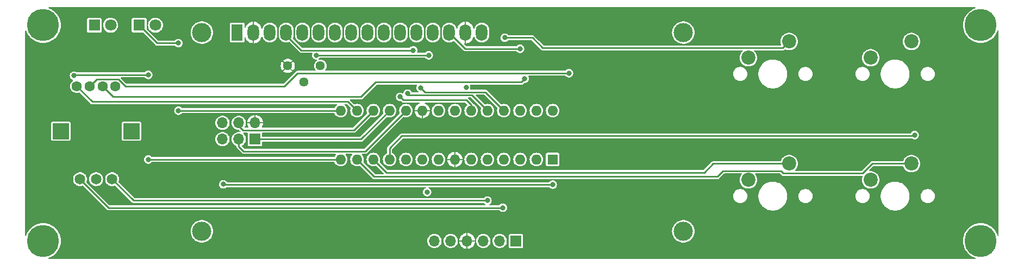
<source format=gbr>
%TF.GenerationSoftware,KiCad,Pcbnew,8.0.1-8.0.1-1~ubuntu22.04.1*%
%TF.CreationDate,2024-04-28T12:17:03-04:00*%
%TF.ProjectId,control-panel,636f6e74-726f-46c2-9d70-616e656c2e6b,rev?*%
%TF.SameCoordinates,Original*%
%TF.FileFunction,Copper,L1,Top*%
%TF.FilePolarity,Positive*%
%FSLAX46Y46*%
G04 Gerber Fmt 4.6, Leading zero omitted, Abs format (unit mm)*
G04 Created by KiCad (PCBNEW 8.0.1-8.0.1-1~ubuntu22.04.1) date 2024-04-28 12:17:03*
%MOMM*%
%LPD*%
G01*
G04 APERTURE LIST*
%TA.AperFunction,ComponentPad*%
%ADD10C,5.000000*%
%TD*%
%TA.AperFunction,ComponentPad*%
%ADD11C,2.200000*%
%TD*%
%TA.AperFunction,ComponentPad*%
%ADD12C,1.600000*%
%TD*%
%TA.AperFunction,ComponentPad*%
%ADD13C,1.650000*%
%TD*%
%TA.AperFunction,ComponentPad*%
%ADD14R,2.500000X2.500000*%
%TD*%
%TA.AperFunction,ComponentPad*%
%ADD15R,1.800000X1.800000*%
%TD*%
%TA.AperFunction,ComponentPad*%
%ADD16C,1.800000*%
%TD*%
%TA.AperFunction,ComponentPad*%
%ADD17C,3.000000*%
%TD*%
%TA.AperFunction,ComponentPad*%
%ADD18R,1.800000X2.600000*%
%TD*%
%TA.AperFunction,ComponentPad*%
%ADD19O,1.800000X2.600000*%
%TD*%
%TA.AperFunction,ComponentPad*%
%ADD20C,1.440000*%
%TD*%
%TA.AperFunction,ComponentPad*%
%ADD21R,1.700000X1.700000*%
%TD*%
%TA.AperFunction,ComponentPad*%
%ADD22O,1.700000X1.700000*%
%TD*%
%TA.AperFunction,ComponentPad*%
%ADD23R,1.600000X1.600000*%
%TD*%
%TA.AperFunction,ComponentPad*%
%ADD24O,1.600000X1.600000*%
%TD*%
%TA.AperFunction,ViaPad*%
%ADD25C,0.812800*%
%TD*%
%TA.AperFunction,Conductor*%
%ADD26C,0.254000*%
%TD*%
G04 APERTURE END LIST*
D10*
%TO.P,H2,1*%
%TO.N,N/C*%
X78105000Y-86360000D03*
%TD*%
%TO.P,H4,1*%
%TO.N,N/C*%
X224155000Y-86360000D03*
%TD*%
D11*
%TO.P,SW2,1,1*%
%TO.N,/SW1*%
X213360000Y-55245000D03*
%TO.P,SW2,2,2*%
%TO.N,GND*%
X207010000Y-57785000D03*
%TD*%
D12*
%TO.P,SW5,1,S2*%
%TO.N,GND*%
X89360000Y-62230000D03*
%TO.P,SW5,2,RED*%
%TO.N,Net-(SW5-RED)*%
X87360000Y-62230000D03*
%TO.P,SW5,3,GREEN*%
%TO.N,Net-(SW5-GREEN)*%
X85360000Y-62230000D03*
%TO.P,SW5,4,S1*%
%TO.N,/ENC_SW*%
X83360000Y-62230000D03*
D13*
%TO.P,SW5,A,A*%
%TO.N,/ENC_A*%
X83860000Y-76730000D03*
%TO.P,SW5,B,B*%
%TO.N,/ENC_B*%
X88860000Y-76730000D03*
%TO.P,SW5,C,C*%
%TO.N,GND*%
X86360000Y-76730000D03*
D14*
%TO.P,SW5,X*%
%TO.N,N/C*%
X80860000Y-69230000D03*
%TO.P,SW5,Y*%
X91860000Y-69230000D03*
%TD*%
D11*
%TO.P,SW1,1,1*%
%TO.N,/SW0*%
X194310000Y-55245000D03*
%TO.P,SW1,2,2*%
%TO.N,GND*%
X187960000Y-57785000D03*
%TD*%
%TO.P,SW3,1,1*%
%TO.N,/SW2*%
X194310000Y-74295000D03*
%TO.P,SW3,2,2*%
%TO.N,GND*%
X187960000Y-76835000D03*
%TD*%
D10*
%TO.P,H3,1*%
%TO.N,N/C*%
X224155000Y-52705000D03*
%TD*%
D15*
%TO.P,D1,1,K*%
%TO.N,Net-(D1-K)*%
X86080000Y-52705000D03*
D16*
%TO.P,D1,2,A*%
%TO.N,Net-(D1-A)*%
X88620000Y-52705000D03*
%TD*%
D10*
%TO.P,H1,1*%
%TO.N,N/C*%
X78105000Y-52705000D03*
%TD*%
D11*
%TO.P,SW4,1,1*%
%TO.N,/SW3*%
X213360000Y-74295000D03*
%TO.P,SW4,2,2*%
%TO.N,GND*%
X207010000Y-76835000D03*
%TD*%
D17*
%TO.P,DS1,*%
%TO.N,*%
X102835900Y-53857500D03*
X102835900Y-84858200D03*
X177834480Y-84858200D03*
X177835000Y-53857500D03*
D18*
%TO.P,DS1,1,VSS*%
%TO.N,GND*%
X108335000Y-53857500D03*
D19*
%TO.P,DS1,2,VDD*%
%TO.N,VCC*%
X110875000Y-53857500D03*
%TO.P,DS1,3,VO*%
%TO.N,Net-(DS1-VO)*%
X113415000Y-53857500D03*
%TO.P,DS1,4,RS*%
%TO.N,/RS*%
X115955000Y-53857500D03*
%TO.P,DS1,5,R/W*%
%TO.N,GND*%
X118495000Y-53857500D03*
%TO.P,DS1,6,E*%
%TO.N,/EN*%
X121035000Y-53857500D03*
%TO.P,DS1,7,DB0*%
%TO.N,GND*%
X123575000Y-53857500D03*
%TO.P,DS1,8,DB1*%
X126115000Y-53857500D03*
%TO.P,DS1,9,DB2*%
X128655000Y-53857500D03*
%TO.P,DS1,10,DB3*%
X131195000Y-53857500D03*
%TO.P,DS1,11,DB4*%
%TO.N,/D0*%
X133735000Y-53857500D03*
%TO.P,DS1,12,DB5*%
%TO.N,/D1*%
X136275000Y-53857500D03*
%TO.P,DS1,13,DB6*%
%TO.N,/D2*%
X138815000Y-53857500D03*
%TO.P,DS1,14,DB7*%
%TO.N,/D3*%
X141355000Y-53857500D03*
%TO.P,DS1,15,A/VEE*%
%TO.N,VCC*%
X143895000Y-53857500D03*
%TO.P,DS1,16,K*%
%TO.N,Net-(DS1-K)*%
X146435000Y-53857500D03*
%TD*%
D15*
%TO.P,D2,1,K*%
%TO.N,Net-(D2-K)*%
X93070000Y-52705000D03*
D16*
%TO.P,D2,2,A*%
%TO.N,Net-(D2-A)*%
X95610000Y-52705000D03*
%TD*%
D20*
%TO.P,RV1,1,1*%
%TO.N,VCC*%
X116205000Y-59055000D03*
%TO.P,RV1,2,2*%
%TO.N,Net-(DS1-VO)*%
X118745000Y-61595000D03*
%TO.P,RV1,3,3*%
%TO.N,GND*%
X121285000Y-59055000D03*
%TD*%
D21*
%TO.P,J2,1,Pin_1*%
%TO.N,/nDTR*%
X151765000Y-86360000D03*
D22*
%TO.P,J2,2,Pin_2*%
%TO.N,/RXD*%
X149225000Y-86360000D03*
%TO.P,J2,3,Pin_3*%
%TO.N,/TXD*%
X146685000Y-86360000D03*
%TO.P,J2,4,Pin_4*%
%TO.N,VCC*%
X144145000Y-86360000D03*
%TO.P,J2,5,Pin_5*%
%TO.N,/nCTS*%
X141605000Y-86360000D03*
%TO.P,J2,6,Pin_6*%
%TO.N,GND*%
X139065000Y-86360000D03*
%TD*%
D21*
%TO.P,J1,1,Pin_1*%
%TO.N,/MISO*%
X111125000Y-70485000D03*
D22*
%TO.P,J1,2,Pin_2*%
%TO.N,VCC*%
X111125000Y-67945000D03*
%TO.P,J1,3,Pin_3*%
%TO.N,/SCK*%
X108585000Y-70485000D03*
%TO.P,J1,4,Pin_4*%
%TO.N,/MOSI*%
X108585000Y-67945000D03*
%TO.P,J1,5,Pin_5*%
%TO.N,/nRST*%
X106045000Y-70485000D03*
%TO.P,J1,6,Pin_6*%
%TO.N,GND*%
X106045000Y-67945000D03*
%TD*%
D23*
%TO.P,U3,1,~{RESET}/PC6*%
%TO.N,/nRST*%
X157480000Y-73660000D03*
D24*
%TO.P,U3,2,PD0*%
%TO.N,/RXD*%
X154940000Y-73660000D03*
%TO.P,U3,3,PD1*%
%TO.N,/TXD*%
X152400000Y-73660000D03*
%TO.P,U3,4,PD2*%
%TO.N,/ENC_A*%
X149860000Y-73660000D03*
%TO.P,U3,5,PD3*%
%TO.N,/ENC_B*%
X147320000Y-73660000D03*
%TO.P,U3,6,PD4*%
%TO.N,/SW0*%
X144780000Y-73660000D03*
%TO.P,U3,7,VCC*%
%TO.N,VCC*%
X142240000Y-73660000D03*
%TO.P,U3,8,GND*%
%TO.N,GND*%
X139700000Y-73660000D03*
%TO.P,U3,9,XTAL1/PB6*%
%TO.N,/EN*%
X137160000Y-73660000D03*
%TO.P,U3,10,XTAL2/PB7*%
%TO.N,/RS*%
X134620000Y-73660000D03*
%TO.P,U3,11,PD5*%
%TO.N,/SW1*%
X132080000Y-73660000D03*
%TO.P,U3,12,PD6*%
%TO.N,/SW2*%
X129540000Y-73660000D03*
%TO.P,U3,13,PD7*%
%TO.N,/SW3*%
X127000000Y-73660000D03*
%TO.P,U3,14,PB0*%
%TO.N,Net-(D1-K)*%
X124460000Y-73660000D03*
%TO.P,U3,15,PB1*%
%TO.N,Net-(D2-K)*%
X124460000Y-66040000D03*
%TO.P,U3,16,PB2*%
%TO.N,/ENC_SW*%
X127000000Y-66040000D03*
%TO.P,U3,17,PB3*%
%TO.N,/MOSI*%
X129540000Y-66040000D03*
%TO.P,U3,18,PB4*%
%TO.N,/MISO*%
X132080000Y-66040000D03*
%TO.P,U3,19,PB5*%
%TO.N,/SCK*%
X134620000Y-66040000D03*
%TO.P,U3,20,AVCC*%
%TO.N,VCC*%
X137160000Y-66040000D03*
%TO.P,U3,21,AREF*%
%TO.N,unconnected-(U3-AREF-Pad21)*%
X139700000Y-66040000D03*
%TO.P,U3,22,GND*%
%TO.N,GND*%
X142240000Y-66040000D03*
%TO.P,U3,23,PC0*%
%TO.N,/D0*%
X144780000Y-66040000D03*
%TO.P,U3,24,PC1*%
%TO.N,/D1*%
X147320000Y-66040000D03*
%TO.P,U3,25,PC2*%
%TO.N,/D2*%
X149860000Y-66040000D03*
%TO.P,U3,26,PC3*%
%TO.N,/D3*%
X152400000Y-66040000D03*
%TO.P,U3,27,PC4*%
%TO.N,/ENC_RED*%
X154940000Y-66040000D03*
%TO.P,U3,28,PC5*%
%TO.N,/ENC_GRN*%
X157480000Y-66040000D03*
%TD*%
D25*
%TO.N,VCC*%
X144018000Y-78613000D03*
X84455000Y-57658000D03*
X91313000Y-57658000D03*
%TO.N,GND*%
X143992000Y-62378400D03*
X137922000Y-78740000D03*
%TO.N,Net-(D1-K)*%
X94488000Y-73660000D03*
X94488000Y-60452000D03*
X82931000Y-60579000D03*
%TO.N,Net-(D2-K)*%
X99187000Y-66040000D03*
X99187000Y-55499000D03*
%TO.N,/D2*%
X136906000Y-62484000D03*
%TO.N,/RS*%
X135763000Y-56620600D03*
%TO.N,/D3*%
X152400000Y-56388000D03*
%TO.N,/D1*%
X134874000Y-63373000D03*
%TO.N,/EN*%
X120650000Y-57404000D03*
X138176000Y-57404000D03*
%TO.N,/D0*%
X133731000Y-63881000D03*
%TO.N,/nRST*%
X157480000Y-77571600D03*
X106172000Y-77520800D03*
%TO.N,Net-(SW5-RED)*%
X153111200Y-61061600D03*
%TO.N,Net-(SW5-GREEN)*%
X160020000Y-60198000D03*
%TO.N,/SW0*%
X150012400Y-54660800D03*
%TO.N,/SW1*%
X213868000Y-69850000D03*
%TO.N,/ENC_A*%
X149707600Y-81178400D03*
%TO.N,/ENC_B*%
X147320000Y-80060800D03*
%TD*%
D26*
%TO.N,Net-(D1-K)*%
X83058000Y-60452000D02*
X82931000Y-60579000D01*
X94488000Y-60452000D02*
X83058000Y-60452000D01*
X124460000Y-73660000D02*
X94488000Y-73660000D01*
%TO.N,Net-(D2-K)*%
X95864000Y-55499000D02*
X93070000Y-52705000D01*
X124460000Y-66040000D02*
X99187000Y-66040000D01*
X99187000Y-55499000D02*
X95864000Y-55499000D01*
%TO.N,/D2*%
X137583800Y-63161800D02*
X136906000Y-62484000D01*
X146981800Y-63161800D02*
X137583800Y-63161800D01*
X149860000Y-66040000D02*
X146981800Y-63161800D01*
%TO.N,/RS*%
X115955000Y-53857500D02*
X115955000Y-54257500D01*
X118318100Y-56620600D02*
X135763000Y-56620600D01*
X115955000Y-54257500D02*
X118318100Y-56620600D01*
%TO.N,/D3*%
X143885500Y-56388000D02*
X141355000Y-53857500D01*
X152400000Y-56388000D02*
X143885500Y-56388000D01*
%TO.N,/D1*%
X147320000Y-66040000D02*
X144873600Y-63593600D01*
X144873600Y-63593600D02*
X135094600Y-63593600D01*
X135094600Y-63593600D02*
X134874000Y-63373000D01*
%TO.N,/EN*%
X138176000Y-57404000D02*
X120650000Y-57404000D01*
%TO.N,/D0*%
X144018000Y-64389000D02*
X134239000Y-64389000D01*
X134239000Y-64389000D02*
X133731000Y-63881000D01*
X144780000Y-65151000D02*
X144018000Y-64389000D01*
X144780000Y-66040000D02*
X144780000Y-65151000D01*
%TO.N,/SCK*%
X108585000Y-71628000D02*
X108585000Y-70485000D01*
X109347000Y-72390000D02*
X108585000Y-71628000D01*
X128270000Y-72390000D02*
X109347000Y-72390000D01*
X134620000Y-66040000D02*
X128270000Y-72390000D01*
%TO.N,/MISO*%
X132080000Y-66040000D02*
X127635000Y-70485000D01*
X127635000Y-70485000D02*
X111125000Y-70485000D01*
%TO.N,/MOSI*%
X108585000Y-68453000D02*
X108585000Y-67945000D01*
X129540000Y-66040000D02*
X126480200Y-69099800D01*
X109231800Y-69099800D02*
X108585000Y-68453000D01*
X126480200Y-69099800D02*
X109231800Y-69099800D01*
%TO.N,/nRST*%
X106222800Y-77571600D02*
X106172000Y-77520800D01*
X157480000Y-77571600D02*
X106222800Y-77571600D01*
%TO.N,Net-(SW5-RED)*%
X89011000Y-63881000D02*
X127635000Y-63881000D01*
X127635000Y-63881000D02*
X129921000Y-61595000D01*
X152577800Y-61595000D02*
X153111200Y-61061600D01*
X87360000Y-62230000D02*
X89011000Y-63881000D01*
X129921000Y-61595000D02*
X152577800Y-61595000D01*
%TO.N,Net-(SW5-GREEN)*%
X117729000Y-60198000D02*
X160020000Y-60198000D01*
X85360000Y-62230000D02*
X86464800Y-61125200D01*
X86464800Y-61125200D02*
X89817624Y-61125200D01*
X89817624Y-61125200D02*
X90922424Y-62230000D01*
X90922424Y-62230000D02*
X115697000Y-62230000D01*
X115697000Y-62230000D02*
X117729000Y-60198000D01*
%TO.N,/SW0*%
X155905200Y-56235600D02*
X154330400Y-54660800D01*
X194310000Y-55245000D02*
X193319400Y-56235600D01*
X154330400Y-54660800D02*
X150012400Y-54660800D01*
X193319400Y-56235600D02*
X155905200Y-56235600D01*
%TO.N,/SW1*%
X213741000Y-69977000D02*
X213868000Y-69850000D01*
X132080000Y-71882000D02*
X133985000Y-69977000D01*
X132080000Y-73660000D02*
X132080000Y-71882000D01*
X133985000Y-69977000D02*
X213741000Y-69977000D01*
%TO.N,/SW2*%
X129540000Y-73660000D02*
X131572000Y-75692000D01*
X181102000Y-75692000D02*
X182499000Y-74295000D01*
X131572000Y-75692000D02*
X181102000Y-75692000D01*
X182499000Y-74295000D02*
X194310000Y-74295000D01*
%TO.N,/SW3*%
X184030800Y-75430200D02*
X193032200Y-75430200D01*
X205740000Y-75819000D02*
X207264000Y-74295000D01*
X193421000Y-75819000D02*
X205740000Y-75819000D01*
X127000000Y-73660000D02*
X129667000Y-76327000D01*
X193032200Y-75430200D02*
X193421000Y-75819000D01*
X207264000Y-74295000D02*
X213360000Y-74295000D01*
X129667000Y-76327000D02*
X183134000Y-76327000D01*
X183134000Y-76327000D02*
X184030800Y-75430200D01*
%TO.N,/ENC_SW*%
X85773000Y-64643000D02*
X83360000Y-62230000D01*
X127000000Y-66040000D02*
X125603000Y-64643000D01*
X125603000Y-64643000D02*
X85773000Y-64643000D01*
%TO.N,/ENC_A*%
X83860000Y-76730000D02*
X88308400Y-81178400D01*
X88308400Y-81178400D02*
X149707600Y-81178400D01*
%TO.N,/ENC_B*%
X92190800Y-80060800D02*
X88860000Y-76730000D01*
X147320000Y-80060800D02*
X92190800Y-80060800D01*
%TD*%
%TA.AperFunction,Conductor*%
%TO.N,VCC*%
G36*
X223339887Y-49932065D02*
G01*
X223369951Y-49984136D01*
X223359510Y-50043350D01*
X223313450Y-50081999D01*
X223309537Y-50083320D01*
X223176454Y-50124790D01*
X222872588Y-50261549D01*
X222872574Y-50261556D01*
X222587410Y-50433943D01*
X222587403Y-50433948D01*
X222325087Y-50639460D01*
X222089460Y-50875087D01*
X221883948Y-51137403D01*
X221883943Y-51137410D01*
X221711556Y-51422574D01*
X221711549Y-51422588D01*
X221574789Y-51726457D01*
X221475653Y-52044594D01*
X221475652Y-52044599D01*
X221425593Y-52317765D01*
X221415585Y-52372375D01*
X221395465Y-52705000D01*
X221415585Y-53037625D01*
X221415585Y-53037630D01*
X221415586Y-53037631D01*
X221475652Y-53365400D01*
X221475653Y-53365405D01*
X221558126Y-53630068D01*
X221574790Y-53683545D01*
X221711553Y-53987420D01*
X221711555Y-53987424D01*
X221711556Y-53987425D01*
X221867293Y-54245047D01*
X221883947Y-54272595D01*
X222089458Y-54534910D01*
X222325090Y-54770542D01*
X222587405Y-54976053D01*
X222872580Y-55148447D01*
X223176455Y-55285210D01*
X223494600Y-55384348D01*
X223822375Y-55444415D01*
X224155000Y-55464535D01*
X224487625Y-55444415D01*
X224815400Y-55384348D01*
X225133545Y-55285210D01*
X225437420Y-55148447D01*
X225722595Y-54976053D01*
X225984910Y-54770542D01*
X226220542Y-54534910D01*
X226426053Y-54272595D01*
X226598447Y-53987420D01*
X226735210Y-53683545D01*
X226776680Y-53550462D01*
X226813123Y-53502638D01*
X226871781Y-53489427D01*
X226925207Y-53517011D01*
X226948403Y-53572484D01*
X226948500Y-53576613D01*
X226948500Y-85488386D01*
X226927935Y-85544887D01*
X226875864Y-85574951D01*
X226816650Y-85564510D01*
X226778001Y-85518450D01*
X226776680Y-85514537D01*
X226764300Y-85474809D01*
X226735210Y-85381455D01*
X226598447Y-85077580D01*
X226426053Y-84792405D01*
X226220542Y-84530090D01*
X225984910Y-84294458D01*
X225722595Y-84088947D01*
X225722592Y-84088945D01*
X225722589Y-84088943D01*
X225437425Y-83916556D01*
X225437424Y-83916555D01*
X225437420Y-83916553D01*
X225133545Y-83779790D01*
X225133542Y-83779789D01*
X224815405Y-83680653D01*
X224815400Y-83680652D01*
X224487631Y-83620586D01*
X224487630Y-83620585D01*
X224487625Y-83620585D01*
X224155000Y-83600465D01*
X223822375Y-83620585D01*
X223822370Y-83620585D01*
X223822368Y-83620586D01*
X223494599Y-83680652D01*
X223494594Y-83680653D01*
X223176457Y-83779789D01*
X222872588Y-83916549D01*
X222872574Y-83916556D01*
X222587410Y-84088943D01*
X222587403Y-84088948D01*
X222325087Y-84294460D01*
X222089460Y-84530087D01*
X221883948Y-84792403D01*
X221883943Y-84792410D01*
X221711556Y-85077574D01*
X221711549Y-85077588D01*
X221574789Y-85381457D01*
X221475653Y-85699594D01*
X221475652Y-85699599D01*
X221446258Y-85860000D01*
X221415585Y-86027375D01*
X221395465Y-86360000D01*
X221415585Y-86692625D01*
X221415585Y-86692630D01*
X221415586Y-86692631D01*
X221475652Y-87020400D01*
X221475653Y-87020405D01*
X221545698Y-87245186D01*
X221574790Y-87338545D01*
X221711553Y-87642420D01*
X221883947Y-87927595D01*
X222089458Y-88189910D01*
X222325090Y-88425542D01*
X222587405Y-88631053D01*
X222872580Y-88803447D01*
X223176455Y-88940210D01*
X223309537Y-88981680D01*
X223357361Y-89018123D01*
X223370572Y-89076781D01*
X223342988Y-89130207D01*
X223287515Y-89153403D01*
X223283386Y-89153500D01*
X78976614Y-89153500D01*
X78920113Y-89132935D01*
X78890049Y-89080864D01*
X78900490Y-89021650D01*
X78946550Y-88983001D01*
X78950463Y-88981680D01*
X79083545Y-88940210D01*
X79387420Y-88803447D01*
X79672595Y-88631053D01*
X79934910Y-88425542D01*
X80170542Y-88189910D01*
X80376053Y-87927595D01*
X80548447Y-87642420D01*
X80685210Y-87338545D01*
X80784348Y-87020400D01*
X80844415Y-86692625D01*
X80864535Y-86360000D01*
X80844415Y-86027375D01*
X80784348Y-85699600D01*
X80685210Y-85381455D01*
X80548447Y-85077580D01*
X80415829Y-84858202D01*
X101076480Y-84858202D01*
X101096130Y-85120425D01*
X101096132Y-85120433D01*
X101152422Y-85367056D01*
X101154646Y-85376798D01*
X101250717Y-85621584D01*
X101382199Y-85849317D01*
X101546154Y-86054910D01*
X101655296Y-86156179D01*
X101738917Y-86233767D01*
X101738926Y-86233775D01*
X101894132Y-86339591D01*
X101956190Y-86381902D01*
X102193112Y-86495998D01*
X102444392Y-86573508D01*
X102444395Y-86573508D01*
X102444397Y-86573509D01*
X102574405Y-86593104D01*
X102704418Y-86612700D01*
X102704424Y-86612700D01*
X102967376Y-86612700D01*
X102967382Y-86612700D01*
X103220309Y-86574578D01*
X103227402Y-86573509D01*
X103227402Y-86573508D01*
X103227408Y-86573508D01*
X103478688Y-86495998D01*
X103715610Y-86381902D01*
X103747734Y-86360000D01*
X137955768Y-86360000D01*
X137974655Y-86563825D01*
X138011304Y-86692631D01*
X138030672Y-86760701D01*
X138121912Y-86943935D01*
X138121913Y-86943936D01*
X138121914Y-86943938D01*
X138179659Y-87020405D01*
X138245268Y-87107285D01*
X138300503Y-87157638D01*
X138396535Y-87245184D01*
X138396544Y-87245190D01*
X138500087Y-87309301D01*
X138570573Y-87352944D01*
X138761444Y-87426888D01*
X138761452Y-87426889D01*
X138761454Y-87426890D01*
X138883661Y-87449734D01*
X138962653Y-87464500D01*
X138962654Y-87464500D01*
X139167346Y-87464500D01*
X139167347Y-87464500D01*
X139368556Y-87426888D01*
X139559427Y-87352944D01*
X139733462Y-87245186D01*
X139884732Y-87107285D01*
X140008088Y-86943935D01*
X140099328Y-86760701D01*
X140155345Y-86563821D01*
X140174232Y-86360000D01*
X140495768Y-86360000D01*
X140514655Y-86563825D01*
X140551304Y-86692631D01*
X140570672Y-86760701D01*
X140661912Y-86943935D01*
X140661913Y-86943936D01*
X140661914Y-86943938D01*
X140719659Y-87020405D01*
X140785268Y-87107285D01*
X140840503Y-87157638D01*
X140936535Y-87245184D01*
X140936544Y-87245190D01*
X141040087Y-87309301D01*
X141110573Y-87352944D01*
X141301444Y-87426888D01*
X141301452Y-87426889D01*
X141301454Y-87426890D01*
X141423661Y-87449734D01*
X141502653Y-87464500D01*
X141502654Y-87464500D01*
X141707346Y-87464500D01*
X141707347Y-87464500D01*
X141908556Y-87426888D01*
X142099427Y-87352944D01*
X142273462Y-87245186D01*
X142424732Y-87107285D01*
X142548088Y-86943935D01*
X142639328Y-86760701D01*
X142695345Y-86563821D01*
X142705994Y-86448900D01*
X142917077Y-86448900D01*
X142928071Y-86574578D01*
X142983818Y-86782629D01*
X143074850Y-86977849D01*
X143198396Y-87154291D01*
X143198397Y-87154293D01*
X143350707Y-87306603D01*
X143527150Y-87430149D01*
X143722370Y-87521181D01*
X143930421Y-87576928D01*
X144056100Y-87587923D01*
X144056100Y-86853817D01*
X144079174Y-86860000D01*
X144210826Y-86860000D01*
X144233900Y-86853817D01*
X144233900Y-87587922D01*
X144359578Y-87576928D01*
X144567629Y-87521181D01*
X144762849Y-87430149D01*
X144939291Y-87306603D01*
X144939293Y-87306603D01*
X145091603Y-87154293D01*
X145091603Y-87154291D01*
X145215149Y-86977849D01*
X145306181Y-86782629D01*
X145361928Y-86574578D01*
X145372923Y-86448900D01*
X144638817Y-86448900D01*
X144645000Y-86425826D01*
X144645000Y-86360000D01*
X145575768Y-86360000D01*
X145594655Y-86563825D01*
X145631304Y-86692631D01*
X145650672Y-86760701D01*
X145741912Y-86943935D01*
X145741913Y-86943936D01*
X145741914Y-86943938D01*
X145799659Y-87020405D01*
X145865268Y-87107285D01*
X145920503Y-87157638D01*
X146016535Y-87245184D01*
X146016544Y-87245190D01*
X146120087Y-87309301D01*
X146190573Y-87352944D01*
X146381444Y-87426888D01*
X146381452Y-87426889D01*
X146381454Y-87426890D01*
X146503661Y-87449734D01*
X146582653Y-87464500D01*
X146582654Y-87464500D01*
X146787346Y-87464500D01*
X146787347Y-87464500D01*
X146988556Y-87426888D01*
X147179427Y-87352944D01*
X147353462Y-87245186D01*
X147504732Y-87107285D01*
X147628088Y-86943935D01*
X147719328Y-86760701D01*
X147775345Y-86563821D01*
X147794232Y-86360000D01*
X148115768Y-86360000D01*
X148134655Y-86563825D01*
X148171304Y-86692631D01*
X148190672Y-86760701D01*
X148281912Y-86943935D01*
X148281913Y-86943936D01*
X148281914Y-86943938D01*
X148339659Y-87020405D01*
X148405268Y-87107285D01*
X148460503Y-87157638D01*
X148556535Y-87245184D01*
X148556544Y-87245190D01*
X148660087Y-87309301D01*
X148730573Y-87352944D01*
X148921444Y-87426888D01*
X148921452Y-87426889D01*
X148921454Y-87426890D01*
X149043661Y-87449734D01*
X149122653Y-87464500D01*
X149122654Y-87464500D01*
X149327346Y-87464500D01*
X149327347Y-87464500D01*
X149528556Y-87426888D01*
X149719427Y-87352944D01*
X149893462Y-87245186D01*
X149904561Y-87235068D01*
X150660500Y-87235068D01*
X150673426Y-87300053D01*
X150675266Y-87309301D01*
X150731516Y-87393484D01*
X150759705Y-87412319D01*
X150815698Y-87449734D01*
X150826261Y-87451835D01*
X150889933Y-87464500D01*
X152640066Y-87464499D01*
X152640068Y-87464499D01*
X152658561Y-87460820D01*
X152714301Y-87449734D01*
X152798484Y-87393484D01*
X152854734Y-87309301D01*
X152869500Y-87235067D01*
X152869499Y-85484934D01*
X152869499Y-85484933D01*
X152869499Y-85484931D01*
X152863980Y-85457190D01*
X152854734Y-85410699D01*
X152798484Y-85326516D01*
X152748494Y-85293113D01*
X152714301Y-85270265D01*
X152661192Y-85259702D01*
X152640067Y-85255500D01*
X152640065Y-85255500D01*
X150889931Y-85255500D01*
X150815699Y-85270266D01*
X150731517Y-85326515D01*
X150731514Y-85326518D01*
X150675265Y-85410698D01*
X150662601Y-85474370D01*
X150660501Y-85484931D01*
X150660500Y-85484934D01*
X150660500Y-87235068D01*
X149904561Y-87235068D01*
X150044732Y-87107285D01*
X150168088Y-86943935D01*
X150259328Y-86760701D01*
X150315345Y-86563821D01*
X150334232Y-86360000D01*
X150315345Y-86156179D01*
X150259328Y-85959299D01*
X150168088Y-85776065D01*
X150044732Y-85612715D01*
X149969097Y-85543764D01*
X149893464Y-85474815D01*
X149893455Y-85474809D01*
X149719431Y-85367058D01*
X149719428Y-85367056D01*
X149719427Y-85367056D01*
X149614784Y-85326517D01*
X149528559Y-85293113D01*
X149528557Y-85293112D01*
X149528556Y-85293112D01*
X149528554Y-85293111D01*
X149528545Y-85293109D01*
X149327351Y-85255500D01*
X149327347Y-85255500D01*
X149122653Y-85255500D01*
X149122648Y-85255500D01*
X148921454Y-85293109D01*
X148921440Y-85293113D01*
X148730582Y-85367052D01*
X148730568Y-85367058D01*
X148556544Y-85474809D01*
X148556535Y-85474815D01*
X148405269Y-85612714D01*
X148405265Y-85612718D01*
X148281914Y-85776061D01*
X148190672Y-85959299D01*
X148190670Y-85959305D01*
X148134655Y-86156174D01*
X148115768Y-86360000D01*
X147794232Y-86360000D01*
X147775345Y-86156179D01*
X147719328Y-85959299D01*
X147628088Y-85776065D01*
X147504732Y-85612715D01*
X147429097Y-85543764D01*
X147353464Y-85474815D01*
X147353455Y-85474809D01*
X147179431Y-85367058D01*
X147179428Y-85367056D01*
X147179427Y-85367056D01*
X147074784Y-85326517D01*
X146988559Y-85293113D01*
X146988557Y-85293112D01*
X146988556Y-85293112D01*
X146988554Y-85293111D01*
X146988545Y-85293109D01*
X146787351Y-85255500D01*
X146787347Y-85255500D01*
X146582653Y-85255500D01*
X146582648Y-85255500D01*
X146381454Y-85293109D01*
X146381440Y-85293113D01*
X146190582Y-85367052D01*
X146190568Y-85367058D01*
X146016544Y-85474809D01*
X146016535Y-85474815D01*
X145865269Y-85612714D01*
X145865265Y-85612718D01*
X145741914Y-85776061D01*
X145650672Y-85959299D01*
X145650670Y-85959305D01*
X145594655Y-86156174D01*
X145575768Y-86360000D01*
X144645000Y-86360000D01*
X144645000Y-86294174D01*
X144638817Y-86271100D01*
X145372923Y-86271100D01*
X145361928Y-86145421D01*
X145306181Y-85937370D01*
X145215149Y-85742150D01*
X145091603Y-85565708D01*
X145091603Y-85565707D01*
X144939293Y-85413397D01*
X144939291Y-85413396D01*
X144762849Y-85289850D01*
X144567629Y-85198818D01*
X144359574Y-85143070D01*
X144359571Y-85143069D01*
X144233900Y-85132074D01*
X144233900Y-85866182D01*
X144210826Y-85860000D01*
X144079174Y-85860000D01*
X144056100Y-85866182D01*
X144056100Y-85132075D01*
X144056099Y-85132074D01*
X143930428Y-85143069D01*
X143930425Y-85143070D01*
X143722370Y-85198818D01*
X143527150Y-85289850D01*
X143350708Y-85413396D01*
X143198396Y-85565708D01*
X143074850Y-85742150D01*
X142983818Y-85937370D01*
X142928071Y-86145421D01*
X142917077Y-86271100D01*
X143651183Y-86271100D01*
X143645000Y-86294174D01*
X143645000Y-86425826D01*
X143651183Y-86448900D01*
X142917077Y-86448900D01*
X142705994Y-86448900D01*
X142714232Y-86360000D01*
X142695345Y-86156179D01*
X142639328Y-85959299D01*
X142548088Y-85776065D01*
X142424732Y-85612715D01*
X142349097Y-85543764D01*
X142273464Y-85474815D01*
X142273455Y-85474809D01*
X142099431Y-85367058D01*
X142099428Y-85367056D01*
X142099427Y-85367056D01*
X141994784Y-85326517D01*
X141908559Y-85293113D01*
X141908557Y-85293112D01*
X141908556Y-85293112D01*
X141908554Y-85293111D01*
X141908545Y-85293109D01*
X141707351Y-85255500D01*
X141707347Y-85255500D01*
X141502653Y-85255500D01*
X141502648Y-85255500D01*
X141301454Y-85293109D01*
X141301440Y-85293113D01*
X141110582Y-85367052D01*
X141110568Y-85367058D01*
X140936544Y-85474809D01*
X140936535Y-85474815D01*
X140785269Y-85612714D01*
X140785265Y-85612718D01*
X140661914Y-85776061D01*
X140570672Y-85959299D01*
X140570670Y-85959305D01*
X140514655Y-86156174D01*
X140495768Y-86360000D01*
X140174232Y-86360000D01*
X140155345Y-86156179D01*
X140099328Y-85959299D01*
X140008088Y-85776065D01*
X139884732Y-85612715D01*
X139809097Y-85543764D01*
X139733464Y-85474815D01*
X139733455Y-85474809D01*
X139559431Y-85367058D01*
X139559428Y-85367056D01*
X139559427Y-85367056D01*
X139454784Y-85326517D01*
X139368559Y-85293113D01*
X139368557Y-85293112D01*
X139368556Y-85293112D01*
X139368554Y-85293111D01*
X139368545Y-85293109D01*
X139167351Y-85255500D01*
X139167347Y-85255500D01*
X138962653Y-85255500D01*
X138962648Y-85255500D01*
X138761454Y-85293109D01*
X138761440Y-85293113D01*
X138570582Y-85367052D01*
X138570568Y-85367058D01*
X138396544Y-85474809D01*
X138396535Y-85474815D01*
X138245269Y-85612714D01*
X138245265Y-85612718D01*
X138121914Y-85776061D01*
X138030672Y-85959299D01*
X138030670Y-85959305D01*
X137974655Y-86156174D01*
X137955768Y-86360000D01*
X103747734Y-86360000D01*
X103932880Y-86233770D01*
X104125646Y-86054910D01*
X104289601Y-85849317D01*
X104421083Y-85621584D01*
X104517154Y-85376798D01*
X104575669Y-85120428D01*
X104595320Y-84858202D01*
X176075060Y-84858202D01*
X176094710Y-85120425D01*
X176094712Y-85120433D01*
X176151002Y-85367056D01*
X176153226Y-85376798D01*
X176249297Y-85621584D01*
X176380779Y-85849317D01*
X176544734Y-86054910D01*
X176653876Y-86156179D01*
X176737497Y-86233767D01*
X176737506Y-86233775D01*
X176892712Y-86339591D01*
X176954770Y-86381902D01*
X177191692Y-86495998D01*
X177442972Y-86573508D01*
X177442975Y-86573508D01*
X177442977Y-86573509D01*
X177572985Y-86593104D01*
X177702998Y-86612700D01*
X177703004Y-86612700D01*
X177965956Y-86612700D01*
X177965962Y-86612700D01*
X178218889Y-86574578D01*
X178225982Y-86573509D01*
X178225982Y-86573508D01*
X178225988Y-86573508D01*
X178477268Y-86495998D01*
X178714190Y-86381902D01*
X178931460Y-86233770D01*
X179124226Y-86054910D01*
X179288181Y-85849317D01*
X179419663Y-85621584D01*
X179515734Y-85376798D01*
X179574249Y-85120428D01*
X179593900Y-84858200D01*
X179588969Y-84792405D01*
X179574249Y-84595974D01*
X179574249Y-84595972D01*
X179515734Y-84339602D01*
X179419663Y-84094816D01*
X179288181Y-83867083D01*
X179124226Y-83661490D01*
X179058456Y-83600465D01*
X178931462Y-83482632D01*
X178931453Y-83482624D01*
X178714187Y-83334496D01*
X178477271Y-83220403D01*
X178225982Y-83142890D01*
X177965966Y-83103700D01*
X177965962Y-83103700D01*
X177702998Y-83103700D01*
X177702993Y-83103700D01*
X177442977Y-83142890D01*
X177191688Y-83220403D01*
X176954772Y-83334496D01*
X176737506Y-83482624D01*
X176737497Y-83482632D01*
X176544736Y-83661487D01*
X176450393Y-83779790D01*
X176380779Y-83867083D01*
X176352216Y-83916556D01*
X176249297Y-84094815D01*
X176249297Y-84094816D01*
X176153227Y-84339600D01*
X176153225Y-84339605D01*
X176094712Y-84595966D01*
X176094710Y-84595974D01*
X176075060Y-84858197D01*
X176075060Y-84858202D01*
X104595320Y-84858202D01*
X104595320Y-84858200D01*
X104590389Y-84792405D01*
X104575669Y-84595974D01*
X104575669Y-84595972D01*
X104517154Y-84339602D01*
X104421083Y-84094816D01*
X104289601Y-83867083D01*
X104125646Y-83661490D01*
X104059876Y-83600465D01*
X103932882Y-83482632D01*
X103932873Y-83482624D01*
X103715607Y-83334496D01*
X103478691Y-83220403D01*
X103227402Y-83142890D01*
X102967386Y-83103700D01*
X102967382Y-83103700D01*
X102704418Y-83103700D01*
X102704413Y-83103700D01*
X102444397Y-83142890D01*
X102193108Y-83220403D01*
X101956192Y-83334496D01*
X101738926Y-83482624D01*
X101738917Y-83482632D01*
X101546156Y-83661487D01*
X101451813Y-83779790D01*
X101382199Y-83867083D01*
X101353636Y-83916556D01*
X101250717Y-84094815D01*
X101250717Y-84094816D01*
X101154647Y-84339600D01*
X101154645Y-84339605D01*
X101096132Y-84595966D01*
X101096130Y-84595974D01*
X101076480Y-84858197D01*
X101076480Y-84858202D01*
X80415829Y-84858202D01*
X80376053Y-84792405D01*
X80170542Y-84530090D01*
X79934910Y-84294458D01*
X79672595Y-84088947D01*
X79672592Y-84088945D01*
X79672589Y-84088943D01*
X79387425Y-83916556D01*
X79387424Y-83916555D01*
X79387420Y-83916553D01*
X79083545Y-83779790D01*
X79083542Y-83779789D01*
X78765405Y-83680653D01*
X78765400Y-83680652D01*
X78437631Y-83620586D01*
X78437630Y-83620585D01*
X78437625Y-83620585D01*
X78105000Y-83600465D01*
X77772375Y-83620585D01*
X77772370Y-83620585D01*
X77772368Y-83620586D01*
X77444599Y-83680652D01*
X77444594Y-83680653D01*
X77126457Y-83779789D01*
X76822588Y-83916549D01*
X76822574Y-83916556D01*
X76537410Y-84088943D01*
X76537403Y-84088948D01*
X76275087Y-84294460D01*
X76039460Y-84530087D01*
X75833948Y-84792403D01*
X75833943Y-84792410D01*
X75661556Y-85077574D01*
X75661549Y-85077588D01*
X75524790Y-85381454D01*
X75483320Y-85514537D01*
X75446877Y-85562361D01*
X75388219Y-85575572D01*
X75334793Y-85547988D01*
X75311597Y-85492515D01*
X75311500Y-85488386D01*
X75311500Y-76730000D01*
X82775875Y-76730000D01*
X82794334Y-76929210D01*
X82794334Y-76929211D01*
X82849082Y-77121627D01*
X82849083Y-77121628D01*
X82849084Y-77121631D01*
X82853314Y-77130126D01*
X82938254Y-77300712D01*
X82938257Y-77300716D01*
X82938258Y-77300718D01*
X83058822Y-77460370D01*
X83125111Y-77520800D01*
X83206666Y-77595148D01*
X83206675Y-77595154D01*
X83343914Y-77680129D01*
X83376764Y-77700469D01*
X83563315Y-77772739D01*
X83563323Y-77772740D01*
X83563325Y-77772741D01*
X83694418Y-77797246D01*
X83759970Y-77809500D01*
X83759971Y-77809500D01*
X83960029Y-77809500D01*
X83960030Y-77809500D01*
X84156685Y-77772739D01*
X84252140Y-77735758D01*
X84312250Y-77734524D01*
X84346045Y-77755568D01*
X88074153Y-81483676D01*
X88161147Y-81533902D01*
X88258175Y-81559901D01*
X88258176Y-81559901D01*
X88364007Y-81559901D01*
X88364023Y-81559900D01*
X149121743Y-81559900D01*
X149178244Y-81580465D01*
X149194083Y-81597867D01*
X149209272Y-81619873D01*
X149209275Y-81619875D01*
X149209276Y-81619877D01*
X149329409Y-81726305D01*
X149471520Y-81800891D01*
X149627352Y-81839300D01*
X149627354Y-81839300D01*
X149787845Y-81839300D01*
X149787848Y-81839300D01*
X149943680Y-81800891D01*
X150085791Y-81726305D01*
X150205924Y-81619877D01*
X150297096Y-81487791D01*
X150354008Y-81337725D01*
X150373354Y-81178400D01*
X150354008Y-81019075D01*
X150297096Y-80869009D01*
X150297096Y-80869008D01*
X150205926Y-80736926D01*
X150205924Y-80736923D01*
X150085791Y-80630495D01*
X150085789Y-80630494D01*
X150085788Y-80630493D01*
X150043372Y-80608231D01*
X149943680Y-80555909D01*
X149943677Y-80555908D01*
X149889790Y-80542626D01*
X149787848Y-80517500D01*
X149627352Y-80517500D01*
X149550536Y-80536433D01*
X149471522Y-80555908D01*
X149471520Y-80555908D01*
X149471520Y-80555909D01*
X149424149Y-80580771D01*
X149329411Y-80630493D01*
X149329406Y-80630497D01*
X149209272Y-80736926D01*
X149194083Y-80758933D01*
X149145062Y-80793750D01*
X149121743Y-80796900D01*
X147696240Y-80796900D01*
X147639739Y-80776335D01*
X147609675Y-80724264D01*
X147620116Y-80665050D01*
X147655390Y-80631168D01*
X147698191Y-80608705D01*
X147818324Y-80502277D01*
X147909496Y-80370191D01*
X147966408Y-80220125D01*
X147985754Y-80060800D01*
X147966408Y-79901475D01*
X147909496Y-79751409D01*
X147909496Y-79751408D01*
X147818326Y-79619326D01*
X147818324Y-79619323D01*
X147698191Y-79512895D01*
X147698189Y-79512894D01*
X147698188Y-79512893D01*
X147655772Y-79490631D01*
X147600477Y-79461610D01*
X185589500Y-79461610D01*
X185616596Y-79632696D01*
X185655169Y-79751408D01*
X185670127Y-79797445D01*
X185723135Y-79901480D01*
X185748766Y-79951784D01*
X185748773Y-79951797D01*
X185850579Y-80091920D01*
X185850586Y-80091928D01*
X185973071Y-80214413D01*
X185973079Y-80214420D01*
X186113202Y-80316226D01*
X186113208Y-80316229D01*
X186113212Y-80316232D01*
X186267555Y-80394873D01*
X186432299Y-80448402D01*
X186432300Y-80448402D01*
X186432303Y-80448403D01*
X186551760Y-80467322D01*
X186603389Y-80475500D01*
X186603390Y-80475500D01*
X186776610Y-80475500D01*
X186776611Y-80475500D01*
X186856385Y-80462865D01*
X186947696Y-80448403D01*
X186947697Y-80448402D01*
X186947701Y-80448402D01*
X187112445Y-80394873D01*
X187266788Y-80316232D01*
X187266794Y-80316227D01*
X187266797Y-80316226D01*
X187406920Y-80214420D01*
X187406921Y-80214418D01*
X187406928Y-80214414D01*
X187529414Y-80091928D01*
X187552030Y-80060800D01*
X187631226Y-79951797D01*
X187631227Y-79951794D01*
X187631232Y-79951788D01*
X187709873Y-79797445D01*
X187763402Y-79632701D01*
X187765521Y-79619326D01*
X187780855Y-79522507D01*
X189519500Y-79522507D01*
X189558007Y-79814993D01*
X189558010Y-79815005D01*
X189632208Y-80091920D01*
X189634361Y-80099952D01*
X189681772Y-80214413D01*
X189747254Y-80372501D01*
X189747255Y-80372503D01*
X189747257Y-80372507D01*
X189853143Y-80555908D01*
X189883625Y-80608705D01*
X189894762Y-80627994D01*
X190074354Y-80862042D01*
X190282958Y-81070646D01*
X190517006Y-81250238D01*
X190772493Y-81397743D01*
X191045048Y-81510639D01*
X191330007Y-81586993D01*
X191554437Y-81616540D01*
X191622492Y-81625500D01*
X191622494Y-81625500D01*
X191917508Y-81625500D01*
X191978469Y-81617473D01*
X192209993Y-81586993D01*
X192494952Y-81510639D01*
X192767507Y-81397743D01*
X193022994Y-81250238D01*
X193257042Y-81070646D01*
X193465646Y-80862042D01*
X193645238Y-80627994D01*
X193792743Y-80372507D01*
X193905639Y-80099952D01*
X193981993Y-79814993D01*
X194020500Y-79522506D01*
X194020500Y-79461610D01*
X195749500Y-79461610D01*
X195776596Y-79632696D01*
X195815169Y-79751408D01*
X195830127Y-79797445D01*
X195883135Y-79901480D01*
X195908766Y-79951784D01*
X195908773Y-79951797D01*
X196010579Y-80091920D01*
X196010586Y-80091928D01*
X196133071Y-80214413D01*
X196133079Y-80214420D01*
X196273202Y-80316226D01*
X196273208Y-80316229D01*
X196273212Y-80316232D01*
X196427555Y-80394873D01*
X196592299Y-80448402D01*
X196592300Y-80448402D01*
X196592303Y-80448403D01*
X196711760Y-80467322D01*
X196763389Y-80475500D01*
X196763390Y-80475500D01*
X196936610Y-80475500D01*
X196936611Y-80475500D01*
X197016385Y-80462865D01*
X197107696Y-80448403D01*
X197107697Y-80448402D01*
X197107701Y-80448402D01*
X197272445Y-80394873D01*
X197426788Y-80316232D01*
X197426794Y-80316227D01*
X197426797Y-80316226D01*
X197566920Y-80214420D01*
X197566921Y-80214418D01*
X197566928Y-80214414D01*
X197689414Y-80091928D01*
X197712030Y-80060800D01*
X197791226Y-79951797D01*
X197791227Y-79951794D01*
X197791232Y-79951788D01*
X197869873Y-79797445D01*
X197923402Y-79632701D01*
X197925521Y-79619326D01*
X197950500Y-79461610D01*
X204639500Y-79461610D01*
X204666596Y-79632696D01*
X204705169Y-79751408D01*
X204720127Y-79797445D01*
X204773135Y-79901480D01*
X204798766Y-79951784D01*
X204798773Y-79951797D01*
X204900579Y-80091920D01*
X204900586Y-80091928D01*
X205023071Y-80214413D01*
X205023079Y-80214420D01*
X205163202Y-80316226D01*
X205163208Y-80316229D01*
X205163212Y-80316232D01*
X205317555Y-80394873D01*
X205482299Y-80448402D01*
X205482300Y-80448402D01*
X205482303Y-80448403D01*
X205601760Y-80467322D01*
X205653389Y-80475500D01*
X205653390Y-80475500D01*
X205826610Y-80475500D01*
X205826611Y-80475500D01*
X205906385Y-80462865D01*
X205997696Y-80448403D01*
X205997697Y-80448402D01*
X205997701Y-80448402D01*
X206162445Y-80394873D01*
X206316788Y-80316232D01*
X206316794Y-80316227D01*
X206316797Y-80316226D01*
X206456920Y-80214420D01*
X206456921Y-80214418D01*
X206456928Y-80214414D01*
X206579414Y-80091928D01*
X206602030Y-80060800D01*
X206681226Y-79951797D01*
X206681227Y-79951794D01*
X206681232Y-79951788D01*
X206759873Y-79797445D01*
X206813402Y-79632701D01*
X206815521Y-79619326D01*
X206830855Y-79522507D01*
X208569500Y-79522507D01*
X208608007Y-79814993D01*
X208608010Y-79815005D01*
X208682208Y-80091920D01*
X208684361Y-80099952D01*
X208731772Y-80214413D01*
X208797254Y-80372501D01*
X208797255Y-80372503D01*
X208797257Y-80372507D01*
X208903143Y-80555908D01*
X208933625Y-80608705D01*
X208944762Y-80627994D01*
X209124354Y-80862042D01*
X209332958Y-81070646D01*
X209567006Y-81250238D01*
X209822493Y-81397743D01*
X210095048Y-81510639D01*
X210380007Y-81586993D01*
X210604437Y-81616540D01*
X210672492Y-81625500D01*
X210672494Y-81625500D01*
X210967508Y-81625500D01*
X211028469Y-81617473D01*
X211259993Y-81586993D01*
X211544952Y-81510639D01*
X211817507Y-81397743D01*
X212072994Y-81250238D01*
X212307042Y-81070646D01*
X212515646Y-80862042D01*
X212695238Y-80627994D01*
X212842743Y-80372507D01*
X212955639Y-80099952D01*
X213031993Y-79814993D01*
X213070500Y-79522506D01*
X213070500Y-79461610D01*
X214799500Y-79461610D01*
X214826596Y-79632696D01*
X214865169Y-79751408D01*
X214880127Y-79797445D01*
X214933135Y-79901480D01*
X214958766Y-79951784D01*
X214958773Y-79951797D01*
X215060579Y-80091920D01*
X215060586Y-80091928D01*
X215183071Y-80214413D01*
X215183079Y-80214420D01*
X215323202Y-80316226D01*
X215323208Y-80316229D01*
X215323212Y-80316232D01*
X215477555Y-80394873D01*
X215642299Y-80448402D01*
X215642300Y-80448402D01*
X215642303Y-80448403D01*
X215761760Y-80467322D01*
X215813389Y-80475500D01*
X215813390Y-80475500D01*
X215986610Y-80475500D01*
X215986611Y-80475500D01*
X216066385Y-80462865D01*
X216157696Y-80448403D01*
X216157697Y-80448402D01*
X216157701Y-80448402D01*
X216322445Y-80394873D01*
X216476788Y-80316232D01*
X216476794Y-80316227D01*
X216476797Y-80316226D01*
X216616920Y-80214420D01*
X216616921Y-80214418D01*
X216616928Y-80214414D01*
X216739414Y-80091928D01*
X216762030Y-80060800D01*
X216841226Y-79951797D01*
X216841227Y-79951794D01*
X216841232Y-79951788D01*
X216919873Y-79797445D01*
X216973402Y-79632701D01*
X216975521Y-79619326D01*
X217000500Y-79461610D01*
X217000500Y-79288389D01*
X216973403Y-79117303D01*
X216919874Y-78952559D01*
X216919873Y-78952555D01*
X216841232Y-78798212D01*
X216841229Y-78798208D01*
X216841226Y-78798202D01*
X216739420Y-78658079D01*
X216739413Y-78658071D01*
X216616928Y-78535586D01*
X216616920Y-78535579D01*
X216476797Y-78433773D01*
X216476784Y-78433766D01*
X216470586Y-78430608D01*
X216322445Y-78355127D01*
X216322442Y-78355126D01*
X216322440Y-78355125D01*
X216157696Y-78301596D01*
X216006440Y-78277640D01*
X215986611Y-78274500D01*
X215813389Y-78274500D01*
X215795619Y-78277314D01*
X215642303Y-78301596D01*
X215477559Y-78355125D01*
X215323215Y-78433766D01*
X215323202Y-78433773D01*
X215183079Y-78535579D01*
X215183071Y-78535586D01*
X215060586Y-78658071D01*
X215060579Y-78658079D01*
X214958773Y-78798202D01*
X214958766Y-78798215D01*
X214880125Y-78952559D01*
X214826596Y-79117303D01*
X214799500Y-79288389D01*
X214799500Y-79461610D01*
X213070500Y-79461610D01*
X213070500Y-79227494D01*
X213031993Y-78935007D01*
X212955639Y-78650048D01*
X212842743Y-78377493D01*
X212695238Y-78122006D01*
X212515646Y-77887958D01*
X212307042Y-77679354D01*
X212072994Y-77499762D01*
X211817507Y-77352257D01*
X211817505Y-77352256D01*
X211817503Y-77352255D01*
X211817501Y-77352254D01*
X211634174Y-77276318D01*
X211544952Y-77239361D01*
X211544948Y-77239360D01*
X211544946Y-77239359D01*
X211260005Y-77163010D01*
X211259993Y-77163007D01*
X210967508Y-77124500D01*
X210967506Y-77124500D01*
X210672494Y-77124500D01*
X210672492Y-77124500D01*
X210380006Y-77163007D01*
X210379994Y-77163010D01*
X210095053Y-77239359D01*
X210095046Y-77239362D01*
X209822498Y-77352254D01*
X209822496Y-77352255D01*
X209567010Y-77499759D01*
X209567007Y-77499761D01*
X209332961Y-77679351D01*
X209124351Y-77887961D01*
X208944761Y-78122007D01*
X208944759Y-78122010D01*
X208797255Y-78377496D01*
X208797254Y-78377498D01*
X208684362Y-78650046D01*
X208684359Y-78650053D01*
X208608010Y-78934994D01*
X208608007Y-78935006D01*
X208569500Y-79227492D01*
X208569500Y-79522507D01*
X206830855Y-79522507D01*
X206840500Y-79461610D01*
X206840500Y-79288389D01*
X206813403Y-79117303D01*
X206759874Y-78952559D01*
X206759873Y-78952555D01*
X206681232Y-78798212D01*
X206681229Y-78798208D01*
X206681226Y-78798202D01*
X206579420Y-78658079D01*
X206579413Y-78658071D01*
X206456928Y-78535586D01*
X206456920Y-78535579D01*
X206316797Y-78433773D01*
X206316784Y-78433766D01*
X206310586Y-78430608D01*
X206162445Y-78355127D01*
X206162442Y-78355126D01*
X206162440Y-78355125D01*
X205997696Y-78301596D01*
X205846440Y-78277640D01*
X205826611Y-78274500D01*
X205653389Y-78274500D01*
X205635619Y-78277314D01*
X205482303Y-78301596D01*
X205317559Y-78355125D01*
X205163215Y-78433766D01*
X205163202Y-78433773D01*
X205023079Y-78535579D01*
X205023071Y-78535586D01*
X204900586Y-78658071D01*
X204900579Y-78658079D01*
X204798773Y-78798202D01*
X204798766Y-78798215D01*
X204720125Y-78952559D01*
X204666596Y-79117303D01*
X204639500Y-79288389D01*
X204639500Y-79461610D01*
X197950500Y-79461610D01*
X197950500Y-79288389D01*
X197923403Y-79117303D01*
X197869874Y-78952559D01*
X197869873Y-78952555D01*
X197791232Y-78798212D01*
X197791229Y-78798208D01*
X197791226Y-78798202D01*
X197689420Y-78658079D01*
X197689413Y-78658071D01*
X197566928Y-78535586D01*
X197566920Y-78535579D01*
X197426797Y-78433773D01*
X197426784Y-78433766D01*
X197420586Y-78430608D01*
X197272445Y-78355127D01*
X197272442Y-78355126D01*
X197272440Y-78355125D01*
X197107696Y-78301596D01*
X196956440Y-78277640D01*
X196936611Y-78274500D01*
X196763389Y-78274500D01*
X196745619Y-78277314D01*
X196592303Y-78301596D01*
X196427559Y-78355125D01*
X196273215Y-78433766D01*
X196273202Y-78433773D01*
X196133079Y-78535579D01*
X196133071Y-78535586D01*
X196010586Y-78658071D01*
X196010579Y-78658079D01*
X195908773Y-78798202D01*
X195908766Y-78798215D01*
X195830125Y-78952559D01*
X195776596Y-79117303D01*
X195749500Y-79288389D01*
X195749500Y-79461610D01*
X194020500Y-79461610D01*
X194020500Y-79227494D01*
X193981993Y-78935007D01*
X193905639Y-78650048D01*
X193792743Y-78377493D01*
X193645238Y-78122006D01*
X193465646Y-77887958D01*
X193257042Y-77679354D01*
X193022994Y-77499762D01*
X192767507Y-77352257D01*
X192767505Y-77352256D01*
X192767503Y-77352255D01*
X192767501Y-77352254D01*
X192584174Y-77276318D01*
X192494952Y-77239361D01*
X192494948Y-77239360D01*
X192494946Y-77239359D01*
X192210005Y-77163010D01*
X192209993Y-77163007D01*
X191917508Y-77124500D01*
X191917506Y-77124500D01*
X191622494Y-77124500D01*
X191622492Y-77124500D01*
X191330006Y-77163007D01*
X191329994Y-77163010D01*
X191045053Y-77239359D01*
X191045046Y-77239362D01*
X190772498Y-77352254D01*
X190772496Y-77352255D01*
X190517010Y-77499759D01*
X190517007Y-77499761D01*
X190282961Y-77679351D01*
X190074351Y-77887961D01*
X189894761Y-78122007D01*
X189894759Y-78122010D01*
X189747255Y-78377496D01*
X189747254Y-78377498D01*
X189634362Y-78650046D01*
X189634359Y-78650053D01*
X189558010Y-78934994D01*
X189558007Y-78935006D01*
X189519500Y-79227492D01*
X189519500Y-79522507D01*
X187780855Y-79522507D01*
X187790500Y-79461610D01*
X187790500Y-79288389D01*
X187763403Y-79117303D01*
X187709874Y-78952559D01*
X187709873Y-78952555D01*
X187631232Y-78798212D01*
X187631229Y-78798208D01*
X187631226Y-78798202D01*
X187529420Y-78658079D01*
X187529413Y-78658071D01*
X187406928Y-78535586D01*
X187406920Y-78535579D01*
X187266797Y-78433773D01*
X187266784Y-78433766D01*
X187260586Y-78430608D01*
X187112445Y-78355127D01*
X187112442Y-78355126D01*
X187112440Y-78355125D01*
X186947696Y-78301596D01*
X186796440Y-78277640D01*
X186776611Y-78274500D01*
X186603389Y-78274500D01*
X186585619Y-78277314D01*
X186432303Y-78301596D01*
X186267559Y-78355125D01*
X186113215Y-78433766D01*
X186113202Y-78433773D01*
X185973079Y-78535579D01*
X185973071Y-78535586D01*
X185850586Y-78658071D01*
X185850579Y-78658079D01*
X185748773Y-78798202D01*
X185748766Y-78798215D01*
X185670125Y-78952559D01*
X185616596Y-79117303D01*
X185589500Y-79288389D01*
X185589500Y-79461610D01*
X147600477Y-79461610D01*
X147556080Y-79438309D01*
X147556077Y-79438308D01*
X147502190Y-79425026D01*
X147400248Y-79399900D01*
X147239752Y-79399900D01*
X147162936Y-79418833D01*
X147083922Y-79438308D01*
X147083920Y-79438308D01*
X147083920Y-79438309D01*
X147039524Y-79461610D01*
X146941811Y-79512893D01*
X146941806Y-79512897D01*
X146821672Y-79619326D01*
X146806483Y-79641333D01*
X146757462Y-79676150D01*
X146734143Y-79679300D01*
X92385232Y-79679300D01*
X92328731Y-79658735D01*
X92323077Y-79653555D01*
X90190322Y-77520800D01*
X105506246Y-77520800D01*
X105524338Y-77669802D01*
X105525592Y-77680125D01*
X105544858Y-77730925D01*
X105582503Y-77830190D01*
X105582503Y-77830191D01*
X105673673Y-77962273D01*
X105673676Y-77962277D01*
X105793809Y-78068705D01*
X105935920Y-78143291D01*
X106091752Y-78181700D01*
X106091754Y-78181700D01*
X106252245Y-78181700D01*
X106252248Y-78181700D01*
X106408080Y-78143291D01*
X106550191Y-78068705D01*
X106550198Y-78068699D01*
X106655731Y-77975206D01*
X106711659Y-77953132D01*
X106714019Y-77953100D01*
X137642552Y-77953100D01*
X137699053Y-77973665D01*
X137729117Y-78025736D01*
X137718676Y-78084950D01*
X137683403Y-78118829D01*
X137636801Y-78143289D01*
X137543811Y-78192093D01*
X137543806Y-78192097D01*
X137423673Y-78298526D01*
X137332503Y-78430608D01*
X137332503Y-78430609D01*
X137292694Y-78535579D01*
X137275592Y-78580675D01*
X137275591Y-78580677D01*
X137275591Y-78580680D01*
X137267168Y-78650048D01*
X137256246Y-78740000D01*
X137275592Y-78899325D01*
X137289124Y-78935006D01*
X137332503Y-79049390D01*
X137332503Y-79049391D01*
X137423673Y-79181473D01*
X137423676Y-79181477D01*
X137543809Y-79287905D01*
X137685920Y-79362491D01*
X137841752Y-79400900D01*
X137841754Y-79400900D01*
X138002245Y-79400900D01*
X138002248Y-79400900D01*
X138158080Y-79362491D01*
X138300191Y-79287905D01*
X138420324Y-79181477D01*
X138511496Y-79049391D01*
X138568408Y-78899325D01*
X138587754Y-78740000D01*
X138568408Y-78580675D01*
X138511496Y-78430609D01*
X138511496Y-78430608D01*
X138428801Y-78310804D01*
X138420324Y-78298523D01*
X138300191Y-78192095D01*
X138300189Y-78192094D01*
X138300188Y-78192093D01*
X138224850Y-78152553D01*
X138160597Y-78118830D01*
X138120127Y-78074365D01*
X138117705Y-78014287D01*
X138154468Y-77966708D01*
X138201448Y-77953100D01*
X156894143Y-77953100D01*
X156950644Y-77973665D01*
X156966483Y-77991067D01*
X156981672Y-78013073D01*
X156981675Y-78013075D01*
X156981676Y-78013077D01*
X157101809Y-78119505D01*
X157243920Y-78194091D01*
X157399752Y-78232500D01*
X157399754Y-78232500D01*
X157560245Y-78232500D01*
X157560248Y-78232500D01*
X157716080Y-78194091D01*
X157858191Y-78119505D01*
X157978324Y-78013077D01*
X158069496Y-77880991D01*
X158126408Y-77730925D01*
X158145754Y-77571600D01*
X158126408Y-77412275D01*
X158069496Y-77262209D01*
X158069496Y-77262208D01*
X157978326Y-77130126D01*
X157978324Y-77130123D01*
X157858191Y-77023695D01*
X157858189Y-77023694D01*
X157858188Y-77023693D01*
X157815772Y-77001431D01*
X157716080Y-76949109D01*
X157716077Y-76949108D01*
X157635334Y-76929207D01*
X157560248Y-76910700D01*
X157399752Y-76910700D01*
X157324666Y-76929207D01*
X157243922Y-76949108D01*
X157243920Y-76949108D01*
X157243920Y-76949109D01*
X157198604Y-76972893D01*
X157101811Y-77023693D01*
X157101806Y-77023697D01*
X156981672Y-77130126D01*
X156966483Y-77152133D01*
X156917462Y-77186950D01*
X156894143Y-77190100D01*
X106792921Y-77190100D01*
X106736420Y-77169535D01*
X106720581Y-77152133D01*
X106697462Y-77118639D01*
X106670326Y-77079325D01*
X106607533Y-77023695D01*
X106550191Y-76972895D01*
X106550189Y-76972894D01*
X106550188Y-76972893D01*
X106504869Y-76949108D01*
X106408080Y-76898309D01*
X106408077Y-76898308D01*
X106354190Y-76885026D01*
X106252248Y-76859900D01*
X106091752Y-76859900D01*
X106014936Y-76878833D01*
X105935922Y-76898308D01*
X105935920Y-76898308D01*
X105935920Y-76898309D01*
X105888549Y-76923171D01*
X105793811Y-76972893D01*
X105793806Y-76972897D01*
X105673673Y-77079326D01*
X105582503Y-77211408D01*
X105582503Y-77211409D01*
X105557889Y-77276313D01*
X105525592Y-77361475D01*
X105525591Y-77361477D01*
X105525591Y-77361480D01*
X105506246Y-77520800D01*
X90190322Y-77520800D01*
X89889122Y-77219600D01*
X89863711Y-77165106D01*
X89871116Y-77126068D01*
X89869447Y-77125422D01*
X89870912Y-77121637D01*
X89870916Y-77121631D01*
X89925666Y-76929207D01*
X89944125Y-76730000D01*
X89925666Y-76530793D01*
X89886656Y-76393690D01*
X89870917Y-76338372D01*
X89870916Y-76338371D01*
X89870916Y-76338369D01*
X89799391Y-76194726D01*
X89781745Y-76159287D01*
X89781743Y-76159284D01*
X89781742Y-76159282D01*
X89661178Y-75999630D01*
X89587254Y-75932240D01*
X89513333Y-75864851D01*
X89513324Y-75864845D01*
X89343240Y-75759533D01*
X89343227Y-75759527D01*
X89156688Y-75687262D01*
X89156686Y-75687261D01*
X89156685Y-75687261D01*
X89156683Y-75687260D01*
X89156674Y-75687258D01*
X88960034Y-75650500D01*
X88960030Y-75650500D01*
X88759970Y-75650500D01*
X88759965Y-75650500D01*
X88563325Y-75687258D01*
X88563311Y-75687262D01*
X88376772Y-75759527D01*
X88376759Y-75759533D01*
X88206675Y-75864845D01*
X88206666Y-75864851D01*
X88058823Y-75999629D01*
X88058819Y-75999633D01*
X87938259Y-76159280D01*
X87938254Y-76159287D01*
X87849083Y-76338371D01*
X87849082Y-76338372D01*
X87794334Y-76530788D01*
X87794334Y-76530789D01*
X87775875Y-76729999D01*
X87775875Y-76730000D01*
X87794334Y-76929210D01*
X87794334Y-76929211D01*
X87849082Y-77121627D01*
X87849083Y-77121628D01*
X87849084Y-77121631D01*
X87853314Y-77130126D01*
X87938254Y-77300712D01*
X87938257Y-77300716D01*
X87938258Y-77300718D01*
X88058822Y-77460370D01*
X88125111Y-77520800D01*
X88206666Y-77595148D01*
X88206675Y-77595154D01*
X88343914Y-77680129D01*
X88376764Y-77700469D01*
X88563315Y-77772739D01*
X88563323Y-77772740D01*
X88563325Y-77772741D01*
X88694418Y-77797246D01*
X88759970Y-77809500D01*
X88759971Y-77809500D01*
X88960029Y-77809500D01*
X88960030Y-77809500D01*
X89156685Y-77772739D01*
X89252139Y-77735758D01*
X89312251Y-77734524D01*
X89346043Y-77755566D01*
X90639868Y-79049390D01*
X91885522Y-80295044D01*
X91885522Y-80295045D01*
X91956549Y-80366073D01*
X91956551Y-80366075D01*
X92006430Y-80394873D01*
X92006431Y-80394873D01*
X92043547Y-80416302D01*
X92140575Y-80442301D01*
X92140576Y-80442301D01*
X92246407Y-80442301D01*
X92246423Y-80442300D01*
X146734143Y-80442300D01*
X146790644Y-80462865D01*
X146806483Y-80480267D01*
X146821672Y-80502273D01*
X146821675Y-80502275D01*
X146821676Y-80502277D01*
X146941809Y-80608705D01*
X146984609Y-80631168D01*
X147025081Y-80675635D01*
X147027503Y-80735713D01*
X146990740Y-80783292D01*
X146943760Y-80796900D01*
X88502833Y-80796900D01*
X88446332Y-80776335D01*
X88440678Y-80771155D01*
X84889122Y-77219599D01*
X84863711Y-77165105D01*
X84871170Y-77126094D01*
X84869446Y-77125427D01*
X84870911Y-77121640D01*
X84870916Y-77121631D01*
X84925666Y-76929207D01*
X84944125Y-76730000D01*
X85275875Y-76730000D01*
X85294334Y-76929210D01*
X85294334Y-76929211D01*
X85349082Y-77121627D01*
X85349083Y-77121628D01*
X85349084Y-77121631D01*
X85353314Y-77130126D01*
X85438254Y-77300712D01*
X85438257Y-77300716D01*
X85438258Y-77300718D01*
X85558822Y-77460370D01*
X85625111Y-77520800D01*
X85706666Y-77595148D01*
X85706675Y-77595154D01*
X85843914Y-77680129D01*
X85876764Y-77700469D01*
X86063315Y-77772739D01*
X86063323Y-77772740D01*
X86063325Y-77772741D01*
X86194418Y-77797246D01*
X86259970Y-77809500D01*
X86259971Y-77809500D01*
X86460029Y-77809500D01*
X86460030Y-77809500D01*
X86656685Y-77772739D01*
X86843236Y-77700469D01*
X87013331Y-77595150D01*
X87161178Y-77460370D01*
X87281742Y-77300718D01*
X87370916Y-77121631D01*
X87425666Y-76929207D01*
X87444125Y-76730000D01*
X87425666Y-76530793D01*
X87386656Y-76393690D01*
X87370917Y-76338372D01*
X87370916Y-76338371D01*
X87370916Y-76338369D01*
X87299391Y-76194726D01*
X87281745Y-76159287D01*
X87281743Y-76159284D01*
X87281742Y-76159282D01*
X87161178Y-75999630D01*
X87087254Y-75932240D01*
X87013333Y-75864851D01*
X87013324Y-75864845D01*
X86843240Y-75759533D01*
X86843227Y-75759527D01*
X86656688Y-75687262D01*
X86656686Y-75687261D01*
X86656685Y-75687261D01*
X86656683Y-75687260D01*
X86656674Y-75687258D01*
X86460034Y-75650500D01*
X86460030Y-75650500D01*
X86259970Y-75650500D01*
X86259965Y-75650500D01*
X86063325Y-75687258D01*
X86063311Y-75687262D01*
X85876772Y-75759527D01*
X85876759Y-75759533D01*
X85706675Y-75864845D01*
X85706666Y-75864851D01*
X85558823Y-75999629D01*
X85558819Y-75999633D01*
X85438259Y-76159280D01*
X85438254Y-76159287D01*
X85349083Y-76338371D01*
X85349082Y-76338372D01*
X85294334Y-76530788D01*
X85294334Y-76530789D01*
X85275875Y-76729999D01*
X85275875Y-76730000D01*
X84944125Y-76730000D01*
X84925666Y-76530793D01*
X84886656Y-76393690D01*
X84870917Y-76338372D01*
X84870916Y-76338371D01*
X84870916Y-76338369D01*
X84799391Y-76194726D01*
X84781745Y-76159287D01*
X84781743Y-76159284D01*
X84781742Y-76159282D01*
X84661178Y-75999630D01*
X84587254Y-75932240D01*
X84513333Y-75864851D01*
X84513324Y-75864845D01*
X84343240Y-75759533D01*
X84343227Y-75759527D01*
X84156688Y-75687262D01*
X84156686Y-75687261D01*
X84156685Y-75687261D01*
X84156683Y-75687260D01*
X84156674Y-75687258D01*
X83960034Y-75650500D01*
X83960030Y-75650500D01*
X83759970Y-75650500D01*
X83759965Y-75650500D01*
X83563325Y-75687258D01*
X83563311Y-75687262D01*
X83376772Y-75759527D01*
X83376759Y-75759533D01*
X83206675Y-75864845D01*
X83206666Y-75864851D01*
X83058823Y-75999629D01*
X83058819Y-75999633D01*
X82938259Y-76159280D01*
X82938254Y-76159287D01*
X82849083Y-76338371D01*
X82849082Y-76338372D01*
X82794334Y-76530788D01*
X82794334Y-76530789D01*
X82775875Y-76729999D01*
X82775875Y-76730000D01*
X75311500Y-76730000D01*
X75311500Y-73660000D01*
X93822246Y-73660000D01*
X93841592Y-73819325D01*
X93855886Y-73857016D01*
X93898503Y-73969390D01*
X93898503Y-73969391D01*
X93980684Y-74088450D01*
X93989676Y-74101477D01*
X94109809Y-74207905D01*
X94251920Y-74282491D01*
X94407752Y-74320900D01*
X94407754Y-74320900D01*
X94568245Y-74320900D01*
X94568248Y-74320900D01*
X94724080Y-74282491D01*
X94866191Y-74207905D01*
X94986324Y-74101477D01*
X94995316Y-74088450D01*
X95001517Y-74079467D01*
X95050538Y-74044650D01*
X95073857Y-74041500D01*
X123415546Y-74041500D01*
X123472047Y-74062065D01*
X123493065Y-74087962D01*
X123578973Y-74248683D01*
X123710748Y-74409252D01*
X123871317Y-74541027D01*
X124054508Y-74638945D01*
X124054510Y-74638945D01*
X124054513Y-74638947D01*
X124246105Y-74697065D01*
X124253282Y-74699242D01*
X124460000Y-74719602D01*
X124666718Y-74699242D01*
X124768718Y-74668301D01*
X124865486Y-74638947D01*
X124865486Y-74638946D01*
X124865492Y-74638945D01*
X125048683Y-74541027D01*
X125209252Y-74409252D01*
X125341027Y-74248683D01*
X125438945Y-74065492D01*
X125499242Y-73866718D01*
X125519602Y-73660000D01*
X125499242Y-73453282D01*
X125468097Y-73350609D01*
X125438947Y-73254513D01*
X125438945Y-73254510D01*
X125438945Y-73254508D01*
X125341027Y-73071317D01*
X125212874Y-72915162D01*
X125192928Y-72858441D01*
X125214108Y-72802168D01*
X125266505Y-72772674D01*
X125280823Y-72771500D01*
X126179177Y-72771500D01*
X126235678Y-72792065D01*
X126265742Y-72844136D01*
X126255301Y-72903350D01*
X126247125Y-72915163D01*
X126118973Y-73071316D01*
X126021052Y-73254513D01*
X125960759Y-73453275D01*
X125960758Y-73453280D01*
X125960758Y-73453282D01*
X125940398Y-73660000D01*
X125959802Y-73857016D01*
X125960759Y-73866724D01*
X126021052Y-74065486D01*
X126021054Y-74065491D01*
X126021055Y-74065492D01*
X126118973Y-74248683D01*
X126250748Y-74409252D01*
X126411317Y-74541027D01*
X126594508Y-74638945D01*
X126594510Y-74638945D01*
X126594513Y-74638947D01*
X126786105Y-74697065D01*
X126793282Y-74699242D01*
X127000000Y-74719602D01*
X127206718Y-74699242D01*
X127381109Y-74646341D01*
X127441144Y-74649619D01*
X127468778Y-74668301D01*
X129361722Y-76561244D01*
X129361722Y-76561245D01*
X129432751Y-76632275D01*
X129432753Y-76632276D01*
X129482976Y-76661271D01*
X129482978Y-76661273D01*
X129519747Y-76682502D01*
X129519745Y-76682502D01*
X129616775Y-76708501D01*
X129722607Y-76708501D01*
X129722623Y-76708500D01*
X183184224Y-76708500D01*
X183184225Y-76708500D01*
X183281254Y-76682501D01*
X183368247Y-76632276D01*
X183439276Y-76561247D01*
X184163078Y-75837445D01*
X184217572Y-75812034D01*
X184225233Y-75811700D01*
X186860579Y-75811700D01*
X186917080Y-75832265D01*
X186947144Y-75884336D01*
X186936703Y-75943550D01*
X186925254Y-75959127D01*
X186887446Y-76000198D01*
X186783513Y-76159280D01*
X186764671Y-76188119D01*
X186764665Y-76188130D01*
X186674501Y-76393681D01*
X186674499Y-76393689D01*
X186619395Y-76611287D01*
X186619394Y-76611293D01*
X186600858Y-76835000D01*
X186619394Y-77058706D01*
X186619395Y-77058712D01*
X186674499Y-77276310D01*
X186674501Y-77276318D01*
X186755233Y-77460366D01*
X186764670Y-77481880D01*
X186887446Y-77669802D01*
X187039478Y-77834953D01*
X187216620Y-77972828D01*
X187414039Y-78079666D01*
X187414045Y-78079668D01*
X187626348Y-78152553D01*
X187847759Y-78189500D01*
X187847763Y-78189500D01*
X188072241Y-78189500D01*
X188293651Y-78152553D01*
X188395729Y-78117509D01*
X188505961Y-78079666D01*
X188703380Y-77972828D01*
X188880522Y-77834953D01*
X189032554Y-77669802D01*
X189155330Y-77481880D01*
X189245500Y-77276313D01*
X189295384Y-77079325D01*
X189300604Y-77058712D01*
X189300605Y-77058706D01*
X189307715Y-76972897D01*
X189319142Y-76835000D01*
X189300605Y-76611293D01*
X189300604Y-76611287D01*
X189272704Y-76501116D01*
X189245500Y-76393687D01*
X189245498Y-76393684D01*
X189245498Y-76393681D01*
X189160760Y-76200500D01*
X189155330Y-76188120D01*
X189032554Y-76000198D01*
X188994749Y-75959130D01*
X188971614Y-75903635D01*
X188989563Y-75846250D01*
X189040199Y-75813827D01*
X189059421Y-75811700D01*
X192837767Y-75811700D01*
X192894268Y-75832265D01*
X192899922Y-75837445D01*
X193115724Y-76053247D01*
X193186753Y-76124276D01*
X193273746Y-76174501D01*
X193273748Y-76174501D01*
X193273749Y-76174502D01*
X193370775Y-76200500D01*
X205674698Y-76200500D01*
X205731199Y-76221065D01*
X205761263Y-76273136D01*
X205755195Y-76323709D01*
X205724498Y-76393690D01*
X205669395Y-76611287D01*
X205669394Y-76611293D01*
X205650858Y-76835000D01*
X205669394Y-77058706D01*
X205669395Y-77058712D01*
X205724499Y-77276310D01*
X205724501Y-77276318D01*
X205805233Y-77460366D01*
X205814670Y-77481880D01*
X205937446Y-77669802D01*
X206089478Y-77834953D01*
X206266620Y-77972828D01*
X206464039Y-78079666D01*
X206464045Y-78079668D01*
X206676348Y-78152553D01*
X206897759Y-78189500D01*
X206897763Y-78189500D01*
X207122241Y-78189500D01*
X207343651Y-78152553D01*
X207445729Y-78117509D01*
X207555961Y-78079666D01*
X207753380Y-77972828D01*
X207930522Y-77834953D01*
X208082554Y-77669802D01*
X208205330Y-77481880D01*
X208295500Y-77276313D01*
X208345384Y-77079325D01*
X208350604Y-77058712D01*
X208350605Y-77058706D01*
X208357715Y-76972897D01*
X208369142Y-76835000D01*
X208350605Y-76611293D01*
X208350604Y-76611287D01*
X208322704Y-76501116D01*
X208295500Y-76393687D01*
X208295498Y-76393684D01*
X208295498Y-76393681D01*
X208210760Y-76200500D01*
X208205330Y-76188120D01*
X208082554Y-76000198D01*
X207930522Y-75835047D01*
X207753380Y-75697172D01*
X207555961Y-75590334D01*
X207555957Y-75590332D01*
X207555954Y-75590331D01*
X207343651Y-75517446D01*
X207122241Y-75480500D01*
X207122237Y-75480500D01*
X206897763Y-75480500D01*
X206897758Y-75480500D01*
X206832631Y-75491367D01*
X206773516Y-75480382D01*
X206735292Y-75433969D01*
X206735845Y-75373844D01*
X206756006Y-75342514D01*
X207396277Y-74702245D01*
X207450771Y-74676834D01*
X207458432Y-74676500D01*
X211991206Y-74676500D01*
X212047707Y-74697065D01*
X212072526Y-74733208D01*
X212073039Y-74732984D01*
X212074217Y-74735670D01*
X212074340Y-74735849D01*
X212074499Y-74736314D01*
X212157481Y-74925491D01*
X212164670Y-74941880D01*
X212287446Y-75129802D01*
X212287449Y-75129805D01*
X212434858Y-75289935D01*
X212439478Y-75294953D01*
X212616620Y-75432828D01*
X212814039Y-75539666D01*
X212814045Y-75539668D01*
X213026348Y-75612553D01*
X213247759Y-75649500D01*
X213247763Y-75649500D01*
X213472241Y-75649500D01*
X213693651Y-75612553D01*
X213825603Y-75567253D01*
X213905961Y-75539666D01*
X214103380Y-75432828D01*
X214280522Y-75294953D01*
X214432554Y-75129802D01*
X214555330Y-74941880D01*
X214645500Y-74736313D01*
X214700605Y-74518707D01*
X214719142Y-74295000D01*
X214700605Y-74071293D01*
X214700604Y-74071287D01*
X214667230Y-73939497D01*
X214645500Y-73853687D01*
X214645498Y-73853684D01*
X214645498Y-73853681D01*
X214555334Y-73648130D01*
X214555330Y-73648120D01*
X214432554Y-73460198D01*
X214280522Y-73295047D01*
X214103380Y-73157172D01*
X213905961Y-73050334D01*
X213905957Y-73050332D01*
X213905954Y-73050331D01*
X213693651Y-72977446D01*
X213472241Y-72940500D01*
X213472237Y-72940500D01*
X213247763Y-72940500D01*
X213247759Y-72940500D01*
X213026348Y-72977446D01*
X212814045Y-73050331D01*
X212616616Y-73157174D01*
X212439476Y-73295048D01*
X212287449Y-73460194D01*
X212287446Y-73460198D01*
X212164671Y-73648119D01*
X212164665Y-73648130D01*
X212074499Y-73853685D01*
X212074340Y-73854151D01*
X212074243Y-73854270D01*
X212073039Y-73857016D01*
X212072289Y-73856687D01*
X212036538Y-73900909D01*
X211991206Y-73913500D01*
X207213775Y-73913500D01*
X207116749Y-73939497D01*
X207029751Y-73989725D01*
X205607722Y-75411755D01*
X205553228Y-75437166D01*
X205545567Y-75437500D01*
X195299690Y-75437500D01*
X195243189Y-75416935D01*
X195213125Y-75364864D01*
X195223566Y-75305650D01*
X195235020Y-75290067D01*
X195248667Y-75275242D01*
X195382554Y-75129802D01*
X195505330Y-74941880D01*
X195595500Y-74736313D01*
X195650605Y-74518707D01*
X195669142Y-74295000D01*
X195650605Y-74071293D01*
X195650604Y-74071287D01*
X195617230Y-73939497D01*
X195595500Y-73853687D01*
X195595498Y-73853684D01*
X195595498Y-73853681D01*
X195505334Y-73648130D01*
X195505330Y-73648120D01*
X195382554Y-73460198D01*
X195230522Y-73295047D01*
X195053380Y-73157172D01*
X194855961Y-73050334D01*
X194855957Y-73050332D01*
X194855954Y-73050331D01*
X194643651Y-72977446D01*
X194422241Y-72940500D01*
X194422237Y-72940500D01*
X194197763Y-72940500D01*
X194197759Y-72940500D01*
X193976348Y-72977446D01*
X193764045Y-73050331D01*
X193566616Y-73157174D01*
X193389476Y-73295048D01*
X193237449Y-73460194D01*
X193237446Y-73460198D01*
X193114671Y-73648119D01*
X193114665Y-73648130D01*
X193024499Y-73853685D01*
X193024340Y-73854151D01*
X193024243Y-73854270D01*
X193023039Y-73857016D01*
X193022289Y-73856687D01*
X192986538Y-73900909D01*
X192941206Y-73913500D01*
X182448775Y-73913500D01*
X182351749Y-73939497D01*
X182264751Y-73989725D01*
X180969722Y-75284755D01*
X180915228Y-75310166D01*
X180907567Y-75310500D01*
X131766433Y-75310500D01*
X131709932Y-75289935D01*
X131704278Y-75284755D01*
X130548301Y-74128778D01*
X130522890Y-74074284D01*
X130526340Y-74041112D01*
X130579242Y-73866718D01*
X130599602Y-73660000D01*
X131020398Y-73660000D01*
X131039802Y-73857016D01*
X131040759Y-73866724D01*
X131101052Y-74065486D01*
X131101054Y-74065491D01*
X131101055Y-74065492D01*
X131198973Y-74248683D01*
X131330748Y-74409252D01*
X131491317Y-74541027D01*
X131674508Y-74638945D01*
X131674510Y-74638945D01*
X131674513Y-74638947D01*
X131866105Y-74697065D01*
X131873282Y-74699242D01*
X132080000Y-74719602D01*
X132286718Y-74699242D01*
X132388718Y-74668301D01*
X132485486Y-74638947D01*
X132485486Y-74638946D01*
X132485492Y-74638945D01*
X132668683Y-74541027D01*
X132829252Y-74409252D01*
X132961027Y-74248683D01*
X133058945Y-74065492D01*
X133119242Y-73866718D01*
X133139602Y-73660000D01*
X133560398Y-73660000D01*
X133579802Y-73857016D01*
X133580759Y-73866724D01*
X133641052Y-74065486D01*
X133641054Y-74065491D01*
X133641055Y-74065492D01*
X133738973Y-74248683D01*
X133870748Y-74409252D01*
X134031317Y-74541027D01*
X134214508Y-74638945D01*
X134214510Y-74638945D01*
X134214513Y-74638947D01*
X134406105Y-74697065D01*
X134413282Y-74699242D01*
X134620000Y-74719602D01*
X134826718Y-74699242D01*
X134928718Y-74668301D01*
X135025486Y-74638947D01*
X135025486Y-74638946D01*
X135025492Y-74638945D01*
X135208683Y-74541027D01*
X135369252Y-74409252D01*
X135501027Y-74248683D01*
X135598945Y-74065492D01*
X135659242Y-73866718D01*
X135679602Y-73660000D01*
X136100398Y-73660000D01*
X136119802Y-73857016D01*
X136120759Y-73866724D01*
X136181052Y-74065486D01*
X136181054Y-74065491D01*
X136181055Y-74065492D01*
X136278973Y-74248683D01*
X136410748Y-74409252D01*
X136571317Y-74541027D01*
X136754508Y-74638945D01*
X136754510Y-74638945D01*
X136754513Y-74638947D01*
X136946105Y-74697065D01*
X136953282Y-74699242D01*
X137160000Y-74719602D01*
X137366718Y-74699242D01*
X137468718Y-74668301D01*
X137565486Y-74638947D01*
X137565486Y-74638946D01*
X137565492Y-74638945D01*
X137748683Y-74541027D01*
X137909252Y-74409252D01*
X138041027Y-74248683D01*
X138138945Y-74065492D01*
X138199242Y-73866718D01*
X138219602Y-73660000D01*
X138640398Y-73660000D01*
X138659802Y-73857016D01*
X138660759Y-73866724D01*
X138721052Y-74065486D01*
X138721054Y-74065491D01*
X138721055Y-74065492D01*
X138818973Y-74248683D01*
X138950748Y-74409252D01*
X139111317Y-74541027D01*
X139294508Y-74638945D01*
X139294510Y-74638945D01*
X139294513Y-74638947D01*
X139486105Y-74697065D01*
X139493282Y-74699242D01*
X139700000Y-74719602D01*
X139906718Y-74699242D01*
X140008718Y-74668301D01*
X140105486Y-74638947D01*
X140105486Y-74638946D01*
X140105492Y-74638945D01*
X140288683Y-74541027D01*
X140449252Y-74409252D01*
X140581027Y-74248683D01*
X140678945Y-74065492D01*
X140739242Y-73866718D01*
X140750846Y-73748900D01*
X141062178Y-73748900D01*
X141074135Y-73877941D01*
X141074135Y-73877942D01*
X141134030Y-74088450D01*
X141231592Y-74284381D01*
X141363488Y-74459039D01*
X141363492Y-74459043D01*
X141525237Y-74606495D01*
X141525239Y-74606496D01*
X141711323Y-74721714D01*
X141711337Y-74721720D01*
X141915415Y-74800781D01*
X141915429Y-74800785D01*
X142130559Y-74840999D01*
X142130565Y-74841000D01*
X142151099Y-74841000D01*
X142151100Y-74840999D01*
X142151100Y-74050289D01*
X142187339Y-74060000D01*
X142292661Y-74060000D01*
X142328900Y-74050289D01*
X142328900Y-74840999D01*
X142328901Y-74841000D01*
X142349435Y-74841000D01*
X142349440Y-74840999D01*
X142564570Y-74800785D01*
X142564584Y-74800781D01*
X142768662Y-74721720D01*
X142768676Y-74721714D01*
X142954760Y-74606496D01*
X142954762Y-74606495D01*
X143116507Y-74459043D01*
X143116511Y-74459039D01*
X143248407Y-74284381D01*
X143345969Y-74088450D01*
X143405864Y-73877942D01*
X143405864Y-73877941D01*
X143417822Y-73748900D01*
X142630290Y-73748900D01*
X142640000Y-73712661D01*
X142640000Y-73660000D01*
X143720398Y-73660000D01*
X143739802Y-73857016D01*
X143740759Y-73866724D01*
X143801052Y-74065486D01*
X143801054Y-74065491D01*
X143801055Y-74065492D01*
X143898973Y-74248683D01*
X144030748Y-74409252D01*
X144191317Y-74541027D01*
X144374508Y-74638945D01*
X144374510Y-74638945D01*
X144374513Y-74638947D01*
X144566105Y-74697065D01*
X144573282Y-74699242D01*
X144780000Y-74719602D01*
X144986718Y-74699242D01*
X145088718Y-74668301D01*
X145185486Y-74638947D01*
X145185486Y-74638946D01*
X145185492Y-74638945D01*
X145368683Y-74541027D01*
X145529252Y-74409252D01*
X145661027Y-74248683D01*
X145758945Y-74065492D01*
X145819242Y-73866718D01*
X145839602Y-73660000D01*
X146260398Y-73660000D01*
X146279802Y-73857016D01*
X146280759Y-73866724D01*
X146341052Y-74065486D01*
X146341054Y-74065491D01*
X146341055Y-74065492D01*
X146438973Y-74248683D01*
X146570748Y-74409252D01*
X146731317Y-74541027D01*
X146914508Y-74638945D01*
X146914510Y-74638945D01*
X146914513Y-74638947D01*
X147106105Y-74697065D01*
X147113282Y-74699242D01*
X147320000Y-74719602D01*
X147526718Y-74699242D01*
X147628718Y-74668301D01*
X147725486Y-74638947D01*
X147725486Y-74638946D01*
X147725492Y-74638945D01*
X147908683Y-74541027D01*
X148069252Y-74409252D01*
X148201027Y-74248683D01*
X148298945Y-74065492D01*
X148359242Y-73866718D01*
X148379602Y-73660000D01*
X148800398Y-73660000D01*
X148819802Y-73857016D01*
X148820759Y-73866724D01*
X148881052Y-74065486D01*
X148881054Y-74065491D01*
X148881055Y-74065492D01*
X148978973Y-74248683D01*
X149110748Y-74409252D01*
X149271317Y-74541027D01*
X149454508Y-74638945D01*
X149454510Y-74638945D01*
X149454513Y-74638947D01*
X149646105Y-74697065D01*
X149653282Y-74699242D01*
X149860000Y-74719602D01*
X150066718Y-74699242D01*
X150168718Y-74668301D01*
X150265486Y-74638947D01*
X150265486Y-74638946D01*
X150265492Y-74638945D01*
X150448683Y-74541027D01*
X150609252Y-74409252D01*
X150741027Y-74248683D01*
X150838945Y-74065492D01*
X150899242Y-73866718D01*
X150919602Y-73660000D01*
X151340398Y-73660000D01*
X151359802Y-73857016D01*
X151360759Y-73866724D01*
X151421052Y-74065486D01*
X151421054Y-74065491D01*
X151421055Y-74065492D01*
X151518973Y-74248683D01*
X151650748Y-74409252D01*
X151811317Y-74541027D01*
X151994508Y-74638945D01*
X151994510Y-74638945D01*
X151994513Y-74638947D01*
X152186105Y-74697065D01*
X152193282Y-74699242D01*
X152400000Y-74719602D01*
X152606718Y-74699242D01*
X152708718Y-74668301D01*
X152805486Y-74638947D01*
X152805486Y-74638946D01*
X152805492Y-74638945D01*
X152988683Y-74541027D01*
X153149252Y-74409252D01*
X153281027Y-74248683D01*
X153378945Y-74065492D01*
X153439242Y-73866718D01*
X153459602Y-73660000D01*
X153880398Y-73660000D01*
X153899802Y-73857016D01*
X153900759Y-73866724D01*
X153961052Y-74065486D01*
X153961054Y-74065491D01*
X153961055Y-74065492D01*
X154058973Y-74248683D01*
X154190748Y-74409252D01*
X154351317Y-74541027D01*
X154534508Y-74638945D01*
X154534510Y-74638945D01*
X154534513Y-74638947D01*
X154726105Y-74697065D01*
X154733282Y-74699242D01*
X154940000Y-74719602D01*
X155146718Y-74699242D01*
X155248718Y-74668301D01*
X155345486Y-74638947D01*
X155345486Y-74638946D01*
X155345492Y-74638945D01*
X155528683Y-74541027D01*
X155596870Y-74485068D01*
X156425500Y-74485068D01*
X156436631Y-74541026D01*
X156440266Y-74559301D01*
X156496516Y-74643484D01*
X156500792Y-74646341D01*
X156580698Y-74699734D01*
X156591261Y-74701835D01*
X156654933Y-74714500D01*
X158305066Y-74714499D01*
X158305068Y-74714499D01*
X158323561Y-74710820D01*
X158379301Y-74699734D01*
X158463484Y-74643484D01*
X158519734Y-74559301D01*
X158534500Y-74485067D01*
X158534499Y-72834934D01*
X158534499Y-72834933D01*
X158534499Y-72834931D01*
X158527982Y-72802168D01*
X158519734Y-72760699D01*
X158463484Y-72676516D01*
X158456796Y-72672047D01*
X158379301Y-72620265D01*
X158326192Y-72609702D01*
X158305067Y-72605500D01*
X158305065Y-72605500D01*
X156654931Y-72605500D01*
X156580699Y-72620266D01*
X156496517Y-72676515D01*
X156496514Y-72676518D01*
X156440265Y-72760698D01*
X156432017Y-72802168D01*
X156425501Y-72834931D01*
X156425500Y-72834934D01*
X156425500Y-74485068D01*
X155596870Y-74485068D01*
X155689252Y-74409252D01*
X155821027Y-74248683D01*
X155918945Y-74065492D01*
X155979242Y-73866718D01*
X155999602Y-73660000D01*
X155979242Y-73453282D01*
X155948097Y-73350609D01*
X155918947Y-73254513D01*
X155918945Y-73254510D01*
X155918945Y-73254508D01*
X155821027Y-73071317D01*
X155689252Y-72910748D01*
X155528683Y-72778973D01*
X155345492Y-72681055D01*
X155345491Y-72681054D01*
X155345486Y-72681052D01*
X155146724Y-72620759D01*
X155146719Y-72620758D01*
X155146718Y-72620758D01*
X154940000Y-72600398D01*
X154733282Y-72620758D01*
X154733280Y-72620758D01*
X154733275Y-72620759D01*
X154534513Y-72681052D01*
X154351316Y-72778973D01*
X154190750Y-72910746D01*
X154190746Y-72910750D01*
X154058973Y-73071316D01*
X153961052Y-73254513D01*
X153900759Y-73453275D01*
X153900758Y-73453280D01*
X153900758Y-73453282D01*
X153880398Y-73660000D01*
X153459602Y-73660000D01*
X153439242Y-73453282D01*
X153408097Y-73350609D01*
X153378947Y-73254513D01*
X153378945Y-73254510D01*
X153378945Y-73254508D01*
X153281027Y-73071317D01*
X153149252Y-72910748D01*
X152988683Y-72778973D01*
X152805492Y-72681055D01*
X152805491Y-72681054D01*
X152805486Y-72681052D01*
X152606724Y-72620759D01*
X152606719Y-72620758D01*
X152606718Y-72620758D01*
X152400000Y-72600398D01*
X152193282Y-72620758D01*
X152193280Y-72620758D01*
X152193275Y-72620759D01*
X151994513Y-72681052D01*
X151811316Y-72778973D01*
X151650750Y-72910746D01*
X151650746Y-72910750D01*
X151518973Y-73071316D01*
X151421052Y-73254513D01*
X151360759Y-73453275D01*
X151360758Y-73453280D01*
X151360758Y-73453282D01*
X151340398Y-73660000D01*
X150919602Y-73660000D01*
X150899242Y-73453282D01*
X150868097Y-73350609D01*
X150838947Y-73254513D01*
X150838945Y-73254510D01*
X150838945Y-73254508D01*
X150741027Y-73071317D01*
X150609252Y-72910748D01*
X150448683Y-72778973D01*
X150265492Y-72681055D01*
X150265491Y-72681054D01*
X150265486Y-72681052D01*
X150066724Y-72620759D01*
X150066719Y-72620758D01*
X150066718Y-72620758D01*
X149860000Y-72600398D01*
X149653282Y-72620758D01*
X149653280Y-72620758D01*
X149653275Y-72620759D01*
X149454513Y-72681052D01*
X149271316Y-72778973D01*
X149110750Y-72910746D01*
X149110746Y-72910750D01*
X148978973Y-73071316D01*
X148881052Y-73254513D01*
X148820759Y-73453275D01*
X148820758Y-73453280D01*
X148820758Y-73453282D01*
X148800398Y-73660000D01*
X148379602Y-73660000D01*
X148359242Y-73453282D01*
X148328097Y-73350609D01*
X148298947Y-73254513D01*
X148298945Y-73254510D01*
X148298945Y-73254508D01*
X148201027Y-73071317D01*
X148069252Y-72910748D01*
X147908683Y-72778973D01*
X147725492Y-72681055D01*
X147725491Y-72681054D01*
X147725486Y-72681052D01*
X147526724Y-72620759D01*
X147526719Y-72620758D01*
X147526718Y-72620758D01*
X147320000Y-72600398D01*
X147113282Y-72620758D01*
X147113280Y-72620758D01*
X147113275Y-72620759D01*
X146914513Y-72681052D01*
X146731316Y-72778973D01*
X146570750Y-72910746D01*
X146570746Y-72910750D01*
X146438973Y-73071316D01*
X146341052Y-73254513D01*
X146280759Y-73453275D01*
X146280758Y-73453280D01*
X146280758Y-73453282D01*
X146260398Y-73660000D01*
X145839602Y-73660000D01*
X145819242Y-73453282D01*
X145788097Y-73350609D01*
X145758947Y-73254513D01*
X145758945Y-73254510D01*
X145758945Y-73254508D01*
X145661027Y-73071317D01*
X145529252Y-72910748D01*
X145368683Y-72778973D01*
X145185492Y-72681055D01*
X145185491Y-72681054D01*
X145185486Y-72681052D01*
X144986724Y-72620759D01*
X144986719Y-72620758D01*
X144986718Y-72620758D01*
X144780000Y-72600398D01*
X144573282Y-72620758D01*
X144573280Y-72620758D01*
X144573275Y-72620759D01*
X144374513Y-72681052D01*
X144191316Y-72778973D01*
X144030750Y-72910746D01*
X144030746Y-72910750D01*
X143898973Y-73071316D01*
X143801052Y-73254513D01*
X143740759Y-73453275D01*
X143740758Y-73453280D01*
X143740758Y-73453282D01*
X143720398Y-73660000D01*
X142640000Y-73660000D01*
X142640000Y-73607339D01*
X142630290Y-73571100D01*
X143417821Y-73571100D01*
X143405864Y-73442058D01*
X143405864Y-73442057D01*
X143345969Y-73231549D01*
X143248407Y-73035618D01*
X143116511Y-72860960D01*
X143116507Y-72860956D01*
X142954762Y-72713504D01*
X142954760Y-72713503D01*
X142768676Y-72598285D01*
X142768662Y-72598279D01*
X142564584Y-72519218D01*
X142564570Y-72519214D01*
X142349440Y-72479000D01*
X142328901Y-72479000D01*
X142328900Y-72479001D01*
X142328900Y-73269710D01*
X142292661Y-73260000D01*
X142187339Y-73260000D01*
X142151100Y-73269710D01*
X142151100Y-72479001D01*
X142151099Y-72479000D01*
X142130559Y-72479000D01*
X141915429Y-72519214D01*
X141915415Y-72519218D01*
X141711337Y-72598279D01*
X141711323Y-72598285D01*
X141525239Y-72713503D01*
X141525237Y-72713504D01*
X141363492Y-72860956D01*
X141363488Y-72860960D01*
X141231592Y-73035618D01*
X141134030Y-73231549D01*
X141074135Y-73442057D01*
X141074135Y-73442058D01*
X141062178Y-73571100D01*
X141849710Y-73571100D01*
X141840000Y-73607339D01*
X141840000Y-73712661D01*
X141849710Y-73748900D01*
X141062178Y-73748900D01*
X140750846Y-73748900D01*
X140759602Y-73660000D01*
X140739242Y-73453282D01*
X140708097Y-73350609D01*
X140678947Y-73254513D01*
X140678945Y-73254510D01*
X140678945Y-73254508D01*
X140581027Y-73071317D01*
X140449252Y-72910748D01*
X140288683Y-72778973D01*
X140105492Y-72681055D01*
X140105491Y-72681054D01*
X140105486Y-72681052D01*
X139906724Y-72620759D01*
X139906719Y-72620758D01*
X139906718Y-72620758D01*
X139700000Y-72600398D01*
X139493282Y-72620758D01*
X139493280Y-72620758D01*
X139493275Y-72620759D01*
X139294513Y-72681052D01*
X139111316Y-72778973D01*
X138950750Y-72910746D01*
X138950746Y-72910750D01*
X138818973Y-73071316D01*
X138721052Y-73254513D01*
X138660759Y-73453275D01*
X138660758Y-73453280D01*
X138660758Y-73453282D01*
X138640398Y-73660000D01*
X138219602Y-73660000D01*
X138199242Y-73453282D01*
X138168097Y-73350609D01*
X138138947Y-73254513D01*
X138138945Y-73254510D01*
X138138945Y-73254508D01*
X138041027Y-73071317D01*
X137909252Y-72910748D01*
X137748683Y-72778973D01*
X137565492Y-72681055D01*
X137565491Y-72681054D01*
X137565486Y-72681052D01*
X137366724Y-72620759D01*
X137366719Y-72620758D01*
X137366718Y-72620758D01*
X137160000Y-72600398D01*
X136953282Y-72620758D01*
X136953280Y-72620758D01*
X136953275Y-72620759D01*
X136754513Y-72681052D01*
X136571316Y-72778973D01*
X136410750Y-72910746D01*
X136410746Y-72910750D01*
X136278973Y-73071316D01*
X136181052Y-73254513D01*
X136120759Y-73453275D01*
X136120758Y-73453280D01*
X136120758Y-73453282D01*
X136100398Y-73660000D01*
X135679602Y-73660000D01*
X135659242Y-73453282D01*
X135628097Y-73350609D01*
X135598947Y-73254513D01*
X135598945Y-73254510D01*
X135598945Y-73254508D01*
X135501027Y-73071317D01*
X135369252Y-72910748D01*
X135208683Y-72778973D01*
X135025492Y-72681055D01*
X135025491Y-72681054D01*
X135025486Y-72681052D01*
X134826724Y-72620759D01*
X134826719Y-72620758D01*
X134826718Y-72620758D01*
X134620000Y-72600398D01*
X134413282Y-72620758D01*
X134413280Y-72620758D01*
X134413275Y-72620759D01*
X134214513Y-72681052D01*
X134031316Y-72778973D01*
X133870750Y-72910746D01*
X133870746Y-72910750D01*
X133738973Y-73071316D01*
X133641052Y-73254513D01*
X133580759Y-73453275D01*
X133580758Y-73453280D01*
X133580758Y-73453282D01*
X133560398Y-73660000D01*
X133139602Y-73660000D01*
X133119242Y-73453282D01*
X133088097Y-73350609D01*
X133058947Y-73254513D01*
X133058945Y-73254510D01*
X133058945Y-73254508D01*
X132961027Y-73071317D01*
X132829252Y-72910748D01*
X132668683Y-72778973D01*
X132507963Y-72693066D01*
X132467829Y-72648296D01*
X132461500Y-72615546D01*
X132461500Y-72076433D01*
X132482065Y-72019932D01*
X132487245Y-72014278D01*
X134117278Y-70384245D01*
X134171772Y-70358834D01*
X134179433Y-70358500D01*
X213411993Y-70358500D01*
X213468494Y-70379065D01*
X213470281Y-70380605D01*
X213489809Y-70397905D01*
X213631920Y-70472491D01*
X213787752Y-70510900D01*
X213787754Y-70510900D01*
X213948245Y-70510900D01*
X213948248Y-70510900D01*
X214104080Y-70472491D01*
X214246191Y-70397905D01*
X214366324Y-70291477D01*
X214457496Y-70159391D01*
X214514408Y-70009325D01*
X214533754Y-69850000D01*
X214514408Y-69690675D01*
X214457496Y-69540609D01*
X214457496Y-69540608D01*
X214366326Y-69408526D01*
X214366324Y-69408523D01*
X214246191Y-69302095D01*
X214246189Y-69302094D01*
X214246188Y-69302093D01*
X214203772Y-69279831D01*
X214104080Y-69227509D01*
X214104077Y-69227508D01*
X214050190Y-69214226D01*
X213948248Y-69189100D01*
X213787752Y-69189100D01*
X213710936Y-69208033D01*
X213631922Y-69227508D01*
X213631920Y-69227508D01*
X213631920Y-69227509D01*
X213597733Y-69245452D01*
X213489811Y-69302093D01*
X213489806Y-69302097D01*
X213369673Y-69408526D01*
X213278503Y-69540608D01*
X213276032Y-69545318D01*
X213274327Y-69544423D01*
X213239933Y-69584309D01*
X213197013Y-69595500D01*
X133934775Y-69595500D01*
X133837750Y-69621496D01*
X133750751Y-69671725D01*
X131774725Y-71647751D01*
X131724497Y-71734749D01*
X131698500Y-71831774D01*
X131698500Y-72615546D01*
X131677935Y-72672047D01*
X131652037Y-72693065D01*
X131581288Y-72730882D01*
X131491316Y-72778973D01*
X131330750Y-72910746D01*
X131330746Y-72910750D01*
X131198973Y-73071316D01*
X131101052Y-73254513D01*
X131040759Y-73453275D01*
X131040758Y-73453280D01*
X131040758Y-73453282D01*
X131020398Y-73660000D01*
X130599602Y-73660000D01*
X130579242Y-73453282D01*
X130548097Y-73350609D01*
X130518947Y-73254513D01*
X130518945Y-73254510D01*
X130518945Y-73254508D01*
X130421027Y-73071317D01*
X130289252Y-72910748D01*
X130128683Y-72778973D01*
X129945492Y-72681055D01*
X129945491Y-72681054D01*
X129945486Y-72681052D01*
X129746724Y-72620759D01*
X129746719Y-72620758D01*
X129746718Y-72620758D01*
X129540000Y-72600398D01*
X129333282Y-72620758D01*
X129333280Y-72620758D01*
X129333275Y-72620759D01*
X129134513Y-72681052D01*
X128951316Y-72778973D01*
X128790750Y-72910746D01*
X128790746Y-72910750D01*
X128658973Y-73071316D01*
X128561052Y-73254513D01*
X128500759Y-73453275D01*
X128500758Y-73453280D01*
X128500758Y-73453282D01*
X128480398Y-73660000D01*
X128499802Y-73857016D01*
X128500759Y-73866724D01*
X128561052Y-74065486D01*
X128561054Y-74065491D01*
X128561055Y-74065492D01*
X128658973Y-74248683D01*
X128790748Y-74409252D01*
X128951317Y-74541027D01*
X129134508Y-74638945D01*
X129134510Y-74638945D01*
X129134513Y-74638947D01*
X129326105Y-74697065D01*
X129333282Y-74699242D01*
X129540000Y-74719602D01*
X129746718Y-74699242D01*
X129921109Y-74646341D01*
X129981144Y-74649619D01*
X130008778Y-74668301D01*
X131135922Y-75795445D01*
X131161333Y-75849939D01*
X131145770Y-75908017D01*
X131096517Y-75942505D01*
X131073767Y-75945500D01*
X129861432Y-75945500D01*
X129804931Y-75924935D01*
X129799277Y-75919755D01*
X128008301Y-74128778D01*
X127982890Y-74074284D01*
X127986340Y-74041112D01*
X128039242Y-73866718D01*
X128059602Y-73660000D01*
X128039242Y-73453282D01*
X128008097Y-73350609D01*
X127978947Y-73254513D01*
X127978945Y-73254510D01*
X127978945Y-73254508D01*
X127881027Y-73071317D01*
X127752874Y-72915162D01*
X127732928Y-72858441D01*
X127754108Y-72802168D01*
X127806505Y-72772674D01*
X127820823Y-72771500D01*
X128320224Y-72771500D01*
X128320225Y-72771500D01*
X128417254Y-72745501D01*
X128504247Y-72695276D01*
X128575276Y-72624247D01*
X134151221Y-67048300D01*
X134205714Y-67022890D01*
X134238888Y-67026340D01*
X134413282Y-67079242D01*
X134620000Y-67099602D01*
X134826718Y-67079242D01*
X134928718Y-67048301D01*
X135025486Y-67018947D01*
X135025486Y-67018946D01*
X135025492Y-67018945D01*
X135208683Y-66921027D01*
X135369252Y-66789252D01*
X135501027Y-66628683D01*
X135598945Y-66445492D01*
X135659242Y-66246718D01*
X135679602Y-66040000D01*
X135659242Y-65833282D01*
X135628097Y-65730609D01*
X135598947Y-65634513D01*
X135598945Y-65634510D01*
X135598945Y-65634508D01*
X135501027Y-65451317D01*
X135369252Y-65290748D01*
X135208683Y-65158973D01*
X135025492Y-65061055D01*
X135025491Y-65061054D01*
X135025486Y-65061052D01*
X134826724Y-65000759D01*
X134826719Y-65000758D01*
X134826718Y-65000758D01*
X134620000Y-64980398D01*
X134413282Y-65000758D01*
X134413280Y-65000758D01*
X134413275Y-65000759D01*
X134214513Y-65061052D01*
X134031316Y-65158973D01*
X133870750Y-65290746D01*
X133870746Y-65290750D01*
X133738973Y-65451316D01*
X133641052Y-65634513D01*
X133580759Y-65833275D01*
X133560398Y-66040000D01*
X133580759Y-66246724D01*
X133633657Y-66421107D01*
X133630379Y-66481145D01*
X133611697Y-66508778D01*
X128137722Y-71982755D01*
X128083228Y-72008166D01*
X128075567Y-72008500D01*
X109541433Y-72008500D01*
X109484932Y-71987935D01*
X109479278Y-71982755D01*
X109093073Y-71596550D01*
X109067662Y-71542056D01*
X109083225Y-71483978D01*
X109108955Y-71459661D01*
X109149914Y-71434300D01*
X109253462Y-71370186D01*
X109404732Y-71232285D01*
X109528088Y-71068935D01*
X109619328Y-70885701D01*
X109675345Y-70688821D01*
X109694232Y-70485000D01*
X109675345Y-70281179D01*
X109619328Y-70084299D01*
X109528088Y-69901065D01*
X109404732Y-69737715D01*
X109291137Y-69634159D01*
X109263237Y-69580897D01*
X109276100Y-69522161D01*
X109323708Y-69485436D01*
X109350355Y-69481300D01*
X109938981Y-69481300D01*
X109995482Y-69501865D01*
X110025546Y-69553936D01*
X110025192Y-69586344D01*
X110020500Y-69609933D01*
X110020500Y-69609934D01*
X110020500Y-69609936D01*
X110020500Y-71360068D01*
X110033426Y-71425053D01*
X110035266Y-71434301D01*
X110091516Y-71518484D01*
X110096317Y-71521692D01*
X110175698Y-71574734D01*
X110185703Y-71576724D01*
X110249933Y-71589500D01*
X112000066Y-71589499D01*
X112000068Y-71589499D01*
X112018561Y-71585820D01*
X112074301Y-71574734D01*
X112158484Y-71518484D01*
X112214734Y-71434301D01*
X112229500Y-71360067D01*
X112229500Y-70954400D01*
X112250065Y-70897899D01*
X112302136Y-70867835D01*
X112317400Y-70866500D01*
X127685224Y-70866500D01*
X127685225Y-70866500D01*
X127782254Y-70840501D01*
X127869247Y-70790276D01*
X127940276Y-70719247D01*
X127940276Y-70719246D01*
X131611220Y-67048300D01*
X131665713Y-67022890D01*
X131698889Y-67026340D01*
X131793286Y-67054975D01*
X131809219Y-67059809D01*
X131873282Y-67079242D01*
X132080000Y-67099602D01*
X132286718Y-67079242D01*
X132388718Y-67048301D01*
X132485486Y-67018947D01*
X132485486Y-67018946D01*
X132485492Y-67018945D01*
X132668683Y-66921027D01*
X132829252Y-66789252D01*
X132961027Y-66628683D01*
X133058945Y-66445492D01*
X133119242Y-66246718D01*
X133139602Y-66040000D01*
X133119242Y-65833282D01*
X133088097Y-65730609D01*
X133058947Y-65634513D01*
X133058945Y-65634510D01*
X133058945Y-65634508D01*
X132961027Y-65451317D01*
X132829252Y-65290748D01*
X132668683Y-65158973D01*
X132485492Y-65061055D01*
X132485491Y-65061054D01*
X132485486Y-65061052D01*
X132286724Y-65000759D01*
X132286719Y-65000758D01*
X132286718Y-65000758D01*
X132080000Y-64980398D01*
X131873282Y-65000758D01*
X131873280Y-65000758D01*
X131873275Y-65000759D01*
X131674513Y-65061052D01*
X131491316Y-65158973D01*
X131330750Y-65290746D01*
X131330746Y-65290750D01*
X131198973Y-65451316D01*
X131101052Y-65634513D01*
X131040759Y-65833275D01*
X131020398Y-66040000D01*
X131040759Y-66246724D01*
X131093658Y-66421107D01*
X131090380Y-66481145D01*
X131071698Y-66508778D01*
X127502722Y-70077755D01*
X127448228Y-70103166D01*
X127440567Y-70103500D01*
X112317399Y-70103500D01*
X112260898Y-70082935D01*
X112230834Y-70030864D01*
X112229499Y-70015600D01*
X112229499Y-69609931D01*
X112224808Y-69586348D01*
X112233955Y-69526921D01*
X112279161Y-69487276D01*
X112311019Y-69481300D01*
X126530424Y-69481300D01*
X126530425Y-69481300D01*
X126627454Y-69455301D01*
X126714447Y-69405076D01*
X126785476Y-69334047D01*
X129071221Y-67048300D01*
X129125714Y-67022890D01*
X129158888Y-67026340D01*
X129333282Y-67079242D01*
X129540000Y-67099602D01*
X129746718Y-67079242D01*
X129848718Y-67048301D01*
X129945486Y-67018947D01*
X129945486Y-67018946D01*
X129945492Y-67018945D01*
X130128683Y-66921027D01*
X130289252Y-66789252D01*
X130421027Y-66628683D01*
X130518945Y-66445492D01*
X130579242Y-66246718D01*
X130599602Y-66040000D01*
X130579242Y-65833282D01*
X130548097Y-65730609D01*
X130518947Y-65634513D01*
X130518945Y-65634510D01*
X130518945Y-65634508D01*
X130421027Y-65451317D01*
X130289252Y-65290748D01*
X130128683Y-65158973D01*
X129945492Y-65061055D01*
X129945491Y-65061054D01*
X129945486Y-65061052D01*
X129746724Y-65000759D01*
X129746719Y-65000758D01*
X129746718Y-65000758D01*
X129540000Y-64980398D01*
X129333282Y-65000758D01*
X129333280Y-65000758D01*
X129333275Y-65000759D01*
X129134513Y-65061052D01*
X128951316Y-65158973D01*
X128790750Y-65290746D01*
X128790746Y-65290750D01*
X128658973Y-65451316D01*
X128561052Y-65634513D01*
X128500759Y-65833275D01*
X128480398Y-66040000D01*
X128500759Y-66246724D01*
X128553657Y-66421107D01*
X128550379Y-66481145D01*
X128531697Y-66508778D01*
X126347922Y-68692555D01*
X126293428Y-68717966D01*
X126285767Y-68718300D01*
X112255157Y-68718300D01*
X112198656Y-68697735D01*
X112168592Y-68645664D01*
X112179033Y-68586450D01*
X112183154Y-68579982D01*
X112195147Y-68562853D01*
X112286181Y-68367629D01*
X112341928Y-68159578D01*
X112352923Y-68033900D01*
X111618817Y-68033900D01*
X111625000Y-68010826D01*
X111625000Y-67879174D01*
X111618817Y-67856100D01*
X112352923Y-67856100D01*
X112341928Y-67730421D01*
X112286181Y-67522370D01*
X112195149Y-67327150D01*
X112071603Y-67150708D01*
X112071603Y-67150707D01*
X111919293Y-66998397D01*
X111919291Y-66998396D01*
X111742849Y-66874850D01*
X111547629Y-66783818D01*
X111339574Y-66728070D01*
X111339571Y-66728069D01*
X111213900Y-66717074D01*
X111213900Y-67451182D01*
X111190826Y-67445000D01*
X111059174Y-67445000D01*
X111036100Y-67451182D01*
X111036100Y-66717075D01*
X111036099Y-66717074D01*
X110910428Y-66728069D01*
X110910425Y-66728070D01*
X110702370Y-66783818D01*
X110507150Y-66874850D01*
X110330708Y-66998396D01*
X110178396Y-67150708D01*
X110054850Y-67327150D01*
X109963818Y-67522370D01*
X109908071Y-67730421D01*
X109897077Y-67856100D01*
X110631183Y-67856100D01*
X110625000Y-67879174D01*
X110625000Y-68010826D01*
X110631183Y-68033900D01*
X109897077Y-68033900D01*
X109908071Y-68159578D01*
X109963818Y-68367629D01*
X110054852Y-68562853D01*
X110066846Y-68579982D01*
X110082409Y-68638060D01*
X110056998Y-68692554D01*
X110002505Y-68717965D01*
X109994843Y-68718300D01*
X109561614Y-68718300D01*
X109505113Y-68697735D01*
X109475049Y-68645664D01*
X109485490Y-68586450D01*
X109491468Y-68577429D01*
X109528083Y-68528941D01*
X109528088Y-68528935D01*
X109619328Y-68345701D01*
X109675345Y-68148821D01*
X109694232Y-67945000D01*
X109675345Y-67741179D01*
X109675085Y-67740266D01*
X109619499Y-67544901D01*
X109619328Y-67544299D01*
X109528088Y-67361065D01*
X109404732Y-67197715D01*
X109299424Y-67101714D01*
X109253464Y-67059815D01*
X109253455Y-67059809D01*
X109079431Y-66952058D01*
X109079428Y-66952056D01*
X109079427Y-66952056D01*
X108888556Y-66878112D01*
X108888554Y-66878111D01*
X108888545Y-66878109D01*
X108687351Y-66840500D01*
X108687347Y-66840500D01*
X108482653Y-66840500D01*
X108482648Y-66840500D01*
X108281454Y-66878109D01*
X108281440Y-66878113D01*
X108090582Y-66952052D01*
X108090568Y-66952058D01*
X107916544Y-67059809D01*
X107916535Y-67059815D01*
X107765269Y-67197714D01*
X107765265Y-67197718D01*
X107641914Y-67361061D01*
X107550672Y-67544299D01*
X107550670Y-67544305D01*
X107494655Y-67741174D01*
X107475768Y-67945000D01*
X107494655Y-68148825D01*
X107550501Y-68345099D01*
X107550672Y-68345701D01*
X107641912Y-68528935D01*
X107641913Y-68528936D01*
X107641914Y-68528938D01*
X107756361Y-68680490D01*
X107765268Y-68692285D01*
X107849021Y-68768636D01*
X107916535Y-68830184D01*
X107916538Y-68830186D01*
X108090573Y-68937944D01*
X108281444Y-69011888D01*
X108281452Y-69011889D01*
X108281454Y-69011890D01*
X108415583Y-69036962D01*
X108482653Y-69049500D01*
X108605568Y-69049500D01*
X108662069Y-69070065D01*
X108667723Y-69075245D01*
X108837930Y-69245452D01*
X108863341Y-69299946D01*
X108847778Y-69358024D01*
X108798525Y-69392512D01*
X108759624Y-69394010D01*
X108687351Y-69380500D01*
X108687347Y-69380500D01*
X108482653Y-69380500D01*
X108482648Y-69380500D01*
X108281454Y-69418109D01*
X108281440Y-69418113D01*
X108090582Y-69492052D01*
X108090568Y-69492058D01*
X107916544Y-69599809D01*
X107916535Y-69599815D01*
X107765269Y-69737714D01*
X107765265Y-69737718D01*
X107641914Y-69901061D01*
X107550672Y-70084299D01*
X107550670Y-70084305D01*
X107494655Y-70281174D01*
X107475768Y-70485000D01*
X107494655Y-70688825D01*
X107537812Y-70840502D01*
X107550672Y-70885701D01*
X107641912Y-71068935D01*
X107765268Y-71232285D01*
X107849021Y-71308636D01*
X107916535Y-71370184D01*
X107916544Y-71370190D01*
X108020087Y-71434301D01*
X108090573Y-71477944D01*
X108147354Y-71499941D01*
X108192609Y-71539525D01*
X108203500Y-71581904D01*
X108203500Y-71678224D01*
X108218645Y-71734749D01*
X108229499Y-71775254D01*
X108262131Y-71831775D01*
X108279724Y-71862247D01*
X109112753Y-72695276D01*
X109199747Y-72745502D01*
X109296775Y-72771501D01*
X109296776Y-72771501D01*
X109402607Y-72771501D01*
X109402623Y-72771500D01*
X123639177Y-72771500D01*
X123695678Y-72792065D01*
X123725742Y-72844136D01*
X123715301Y-72903350D01*
X123707125Y-72915163D01*
X123578973Y-73071316D01*
X123533082Y-73157172D01*
X123500290Y-73218523D01*
X123493067Y-73232036D01*
X123448296Y-73272171D01*
X123415546Y-73278500D01*
X95073857Y-73278500D01*
X95017356Y-73257935D01*
X95001517Y-73240533D01*
X94986327Y-73218526D01*
X94917072Y-73157172D01*
X94866191Y-73112095D01*
X94866189Y-73112094D01*
X94866188Y-73112093D01*
X94788495Y-73071317D01*
X94724080Y-73037509D01*
X94724077Y-73037508D01*
X94670190Y-73024226D01*
X94568248Y-72999100D01*
X94407752Y-72999100D01*
X94330936Y-73018033D01*
X94251922Y-73037508D01*
X94251920Y-73037508D01*
X94251920Y-73037509D01*
X94204549Y-73062371D01*
X94109811Y-73112093D01*
X94109806Y-73112097D01*
X93989673Y-73218526D01*
X93898503Y-73350608D01*
X93898503Y-73350609D01*
X93856944Y-73460194D01*
X93841592Y-73500675D01*
X93841591Y-73500677D01*
X93841591Y-73500680D01*
X93823687Y-73648130D01*
X93822246Y-73660000D01*
X75311500Y-73660000D01*
X75311500Y-70505068D01*
X79355500Y-70505068D01*
X79368426Y-70570053D01*
X79370266Y-70579301D01*
X79426516Y-70663484D01*
X79454705Y-70682319D01*
X79510698Y-70719734D01*
X79521261Y-70721835D01*
X79584933Y-70734500D01*
X82135066Y-70734499D01*
X82135068Y-70734499D01*
X82153561Y-70730820D01*
X82209301Y-70719734D01*
X82293484Y-70663484D01*
X82349734Y-70579301D01*
X82364500Y-70505068D01*
X90355500Y-70505068D01*
X90368426Y-70570053D01*
X90370266Y-70579301D01*
X90426516Y-70663484D01*
X90454705Y-70682319D01*
X90510698Y-70719734D01*
X90521261Y-70721835D01*
X90584933Y-70734500D01*
X93135066Y-70734499D01*
X93135068Y-70734499D01*
X93153561Y-70730820D01*
X93209301Y-70719734D01*
X93293484Y-70663484D01*
X93349734Y-70579301D01*
X93364500Y-70505067D01*
X93364500Y-70485000D01*
X104935768Y-70485000D01*
X104954655Y-70688825D01*
X104997812Y-70840502D01*
X105010672Y-70885701D01*
X105101912Y-71068935D01*
X105225268Y-71232285D01*
X105309021Y-71308636D01*
X105376535Y-71370184D01*
X105376544Y-71370190D01*
X105480087Y-71434301D01*
X105550573Y-71477944D01*
X105741444Y-71551888D01*
X105741452Y-71551889D01*
X105741454Y-71551890D01*
X105863661Y-71574734D01*
X105942653Y-71589500D01*
X105942654Y-71589500D01*
X106147346Y-71589500D01*
X106147347Y-71589500D01*
X106348556Y-71551888D01*
X106539427Y-71477944D01*
X106713462Y-71370186D01*
X106864732Y-71232285D01*
X106988088Y-71068935D01*
X107079328Y-70885701D01*
X107135345Y-70688821D01*
X107154232Y-70485000D01*
X107135345Y-70281179D01*
X107079328Y-70084299D01*
X106988088Y-69901065D01*
X106864732Y-69737715D01*
X106751137Y-69634159D01*
X106713464Y-69599815D01*
X106713455Y-69599809D01*
X106539431Y-69492058D01*
X106539428Y-69492056D01*
X106539427Y-69492056D01*
X106539417Y-69492052D01*
X106348559Y-69418113D01*
X106348557Y-69418112D01*
X106348556Y-69418112D01*
X106348554Y-69418111D01*
X106348545Y-69418109D01*
X106147351Y-69380500D01*
X106147347Y-69380500D01*
X105942653Y-69380500D01*
X105942648Y-69380500D01*
X105741454Y-69418109D01*
X105741440Y-69418113D01*
X105550582Y-69492052D01*
X105550568Y-69492058D01*
X105376544Y-69599809D01*
X105376535Y-69599815D01*
X105225269Y-69737714D01*
X105225265Y-69737718D01*
X105101914Y-69901061D01*
X105010672Y-70084299D01*
X105010670Y-70084305D01*
X104954655Y-70281174D01*
X104935768Y-70485000D01*
X93364500Y-70485000D01*
X93364499Y-67954934D01*
X93364499Y-67954933D01*
X93364499Y-67954931D01*
X93362523Y-67945000D01*
X104935768Y-67945000D01*
X104954655Y-68148825D01*
X105010501Y-68345099D01*
X105010672Y-68345701D01*
X105101912Y-68528935D01*
X105101913Y-68528936D01*
X105101914Y-68528938D01*
X105216361Y-68680490D01*
X105225268Y-68692285D01*
X105309021Y-68768636D01*
X105376535Y-68830184D01*
X105376538Y-68830186D01*
X105550573Y-68937944D01*
X105741444Y-69011888D01*
X105741452Y-69011889D01*
X105741454Y-69011890D01*
X105875583Y-69036962D01*
X105942653Y-69049500D01*
X105942654Y-69049500D01*
X106147346Y-69049500D01*
X106147347Y-69049500D01*
X106348556Y-69011888D01*
X106539427Y-68937944D01*
X106713462Y-68830186D01*
X106864732Y-68692285D01*
X106988088Y-68528935D01*
X107079328Y-68345701D01*
X107135345Y-68148821D01*
X107154232Y-67945000D01*
X107135345Y-67741179D01*
X107135085Y-67740266D01*
X107079499Y-67544901D01*
X107079328Y-67544299D01*
X106988088Y-67361065D01*
X106864732Y-67197715D01*
X106759424Y-67101714D01*
X106713464Y-67059815D01*
X106713455Y-67059809D01*
X106539431Y-66952058D01*
X106539428Y-66952056D01*
X106539427Y-66952056D01*
X106348556Y-66878112D01*
X106348554Y-66878111D01*
X106348545Y-66878109D01*
X106147351Y-66840500D01*
X106147347Y-66840500D01*
X105942653Y-66840500D01*
X105942648Y-66840500D01*
X105741454Y-66878109D01*
X105741440Y-66878113D01*
X105550582Y-66952052D01*
X105550568Y-66952058D01*
X105376544Y-67059809D01*
X105376535Y-67059815D01*
X105225269Y-67197714D01*
X105225265Y-67197718D01*
X105101914Y-67361061D01*
X105010672Y-67544299D01*
X105010670Y-67544305D01*
X104954655Y-67741174D01*
X104935768Y-67945000D01*
X93362523Y-67945000D01*
X93358980Y-67927190D01*
X93349734Y-67880699D01*
X93293484Y-67796516D01*
X93293098Y-67796258D01*
X93209301Y-67740265D01*
X93156192Y-67729702D01*
X93135067Y-67725500D01*
X93135065Y-67725500D01*
X90584931Y-67725500D01*
X90510699Y-67740266D01*
X90426517Y-67796515D01*
X90426514Y-67796518D01*
X90370265Y-67880698D01*
X90357601Y-67944370D01*
X90355501Y-67954931D01*
X90355500Y-67954934D01*
X90355500Y-70505068D01*
X82364500Y-70505068D01*
X82364500Y-70505067D01*
X82364499Y-67954934D01*
X82364499Y-67954933D01*
X82364499Y-67954931D01*
X82358980Y-67927190D01*
X82349734Y-67880699D01*
X82293484Y-67796516D01*
X82293098Y-67796258D01*
X82209301Y-67740265D01*
X82156192Y-67729702D01*
X82135067Y-67725500D01*
X82135065Y-67725500D01*
X79584931Y-67725500D01*
X79510699Y-67740266D01*
X79426517Y-67796515D01*
X79426514Y-67796518D01*
X79370265Y-67880698D01*
X79357601Y-67944370D01*
X79355501Y-67954931D01*
X79355500Y-67954934D01*
X79355500Y-70505068D01*
X75311500Y-70505068D01*
X75311500Y-60579000D01*
X82265246Y-60579000D01*
X82281316Y-60711350D01*
X82284592Y-60738325D01*
X82300705Y-60780812D01*
X82341503Y-60888390D01*
X82341503Y-60888391D01*
X82418474Y-60999902D01*
X82432676Y-61020477D01*
X82552809Y-61126905D01*
X82694920Y-61201491D01*
X82721519Y-61208047D01*
X82771457Y-61241534D01*
X82788186Y-61299286D01*
X82763879Y-61354281D01*
X82756247Y-61361339D01*
X82610756Y-61480740D01*
X82610746Y-61480750D01*
X82478973Y-61641316D01*
X82381052Y-61824513D01*
X82320759Y-62023275D01*
X82320758Y-62023280D01*
X82320758Y-62023282D01*
X82300398Y-62230000D01*
X82318046Y-62409187D01*
X82320759Y-62436724D01*
X82381052Y-62635486D01*
X82381054Y-62635491D01*
X82381055Y-62635492D01*
X82478973Y-62818683D01*
X82610748Y-62979252D01*
X82771317Y-63111027D01*
X82954508Y-63208945D01*
X82954510Y-63208945D01*
X82954513Y-63208947D01*
X83153275Y-63269240D01*
X83153282Y-63269242D01*
X83360000Y-63289602D01*
X83566718Y-63269242D01*
X83741109Y-63216341D01*
X83801144Y-63219619D01*
X83828778Y-63238301D01*
X85467722Y-64877244D01*
X85467722Y-64877245D01*
X85538749Y-64948273D01*
X85538751Y-64948274D01*
X85538753Y-64948276D01*
X85625746Y-64998501D01*
X85625748Y-64998501D01*
X85625749Y-64998502D01*
X85722775Y-65024500D01*
X123789509Y-65024500D01*
X123846010Y-65045065D01*
X123876074Y-65097136D01*
X123865633Y-65156350D01*
X123845273Y-65180346D01*
X123827730Y-65194744D01*
X123710750Y-65290746D01*
X123710746Y-65290750D01*
X123578973Y-65451316D01*
X123530882Y-65541288D01*
X123500290Y-65598523D01*
X123493067Y-65612036D01*
X123448296Y-65652171D01*
X123415546Y-65658500D01*
X99772857Y-65658500D01*
X99716356Y-65637935D01*
X99700517Y-65620533D01*
X99685327Y-65598526D01*
X99565193Y-65492097D01*
X99565188Y-65492093D01*
X99487495Y-65451317D01*
X99423080Y-65417509D01*
X99423077Y-65417508D01*
X99369190Y-65404226D01*
X99267248Y-65379100D01*
X99106752Y-65379100D01*
X99029936Y-65398033D01*
X98950922Y-65417508D01*
X98950920Y-65417508D01*
X98950920Y-65417509D01*
X98903549Y-65442371D01*
X98808811Y-65492093D01*
X98808806Y-65492097D01*
X98688673Y-65598526D01*
X98597503Y-65730608D01*
X98597503Y-65730609D01*
X98545944Y-65866562D01*
X98540592Y-65880675D01*
X98540591Y-65880677D01*
X98540591Y-65880680D01*
X98527640Y-65987339D01*
X98521246Y-66040000D01*
X98540592Y-66199325D01*
X98540594Y-66199329D01*
X98597503Y-66349390D01*
X98597503Y-66349391D01*
X98679684Y-66468450D01*
X98688676Y-66481477D01*
X98808809Y-66587905D01*
X98950920Y-66662491D01*
X99106752Y-66700900D01*
X99106754Y-66700900D01*
X99267245Y-66700900D01*
X99267248Y-66700900D01*
X99423080Y-66662491D01*
X99565191Y-66587905D01*
X99685324Y-66481477D01*
X99694316Y-66468450D01*
X99700517Y-66459467D01*
X99749538Y-66424650D01*
X99772857Y-66421500D01*
X123415546Y-66421500D01*
X123472047Y-66442065D01*
X123493065Y-66467962D01*
X123578973Y-66628683D01*
X123710748Y-66789252D01*
X123871317Y-66921027D01*
X124054508Y-67018945D01*
X124054510Y-67018945D01*
X124054513Y-67018947D01*
X124189239Y-67059815D01*
X124253282Y-67079242D01*
X124460000Y-67099602D01*
X124666718Y-67079242D01*
X124768718Y-67048301D01*
X124865486Y-67018947D01*
X124865486Y-67018946D01*
X124865492Y-67018945D01*
X125048683Y-66921027D01*
X125209252Y-66789252D01*
X125341027Y-66628683D01*
X125438945Y-66445492D01*
X125499242Y-66246718D01*
X125519602Y-66040000D01*
X125499242Y-65833282D01*
X125468097Y-65730609D01*
X125438947Y-65634513D01*
X125438945Y-65634510D01*
X125438945Y-65634508D01*
X125341027Y-65451317D01*
X125209252Y-65290748D01*
X125074727Y-65180347D01*
X125044098Y-65128607D01*
X125053892Y-65069283D01*
X125099528Y-65030134D01*
X125130491Y-65024500D01*
X125408567Y-65024500D01*
X125465068Y-65045065D01*
X125470722Y-65050245D01*
X125991698Y-65571221D01*
X126017109Y-65625715D01*
X126013658Y-65658892D01*
X125960759Y-65833275D01*
X125940398Y-66040000D01*
X125960759Y-66246724D01*
X126021052Y-66445486D01*
X126021054Y-66445491D01*
X126021055Y-66445492D01*
X126118973Y-66628683D01*
X126250748Y-66789252D01*
X126411317Y-66921027D01*
X126594508Y-67018945D01*
X126594510Y-67018945D01*
X126594513Y-67018947D01*
X126729239Y-67059815D01*
X126793282Y-67079242D01*
X127000000Y-67099602D01*
X127206718Y-67079242D01*
X127308718Y-67048301D01*
X127405486Y-67018947D01*
X127405486Y-67018946D01*
X127405492Y-67018945D01*
X127588683Y-66921027D01*
X127749252Y-66789252D01*
X127881027Y-66628683D01*
X127978945Y-66445492D01*
X128039242Y-66246718D01*
X128059602Y-66040000D01*
X128039242Y-65833282D01*
X128008097Y-65730609D01*
X127978947Y-65634513D01*
X127978945Y-65634510D01*
X127978945Y-65634508D01*
X127881027Y-65451317D01*
X127749252Y-65290748D01*
X127588683Y-65158973D01*
X127405492Y-65061055D01*
X127405491Y-65061054D01*
X127405486Y-65061052D01*
X127206724Y-65000759D01*
X127206719Y-65000758D01*
X127206718Y-65000758D01*
X127000000Y-64980398D01*
X126793282Y-65000758D01*
X126793280Y-65000758D01*
X126793275Y-65000759D01*
X126618892Y-65053658D01*
X126558854Y-65050380D01*
X126531221Y-65031698D01*
X125912078Y-64412555D01*
X125886667Y-64358061D01*
X125902230Y-64299983D01*
X125951483Y-64265495D01*
X125974233Y-64262500D01*
X127685224Y-64262500D01*
X127685225Y-64262500D01*
X127782254Y-64236501D01*
X127869247Y-64186276D01*
X127940276Y-64115247D01*
X130053278Y-62002245D01*
X130107772Y-61976834D01*
X130115433Y-61976500D01*
X136285769Y-61976500D01*
X136342270Y-61997065D01*
X136372334Y-62049136D01*
X136361893Y-62108350D01*
X136358109Y-62114333D01*
X136316503Y-62174609D01*
X136273724Y-62287411D01*
X136259592Y-62324675D01*
X136259591Y-62324677D01*
X136259591Y-62324680D01*
X136240246Y-62484000D01*
X136257588Y-62626826D01*
X136259592Y-62643325D01*
X136259594Y-62643329D01*
X136316503Y-62793390D01*
X136316503Y-62793391D01*
X136407673Y-62925473D01*
X136407676Y-62925477D01*
X136527809Y-63031905D01*
X136527811Y-63031906D01*
X136555366Y-63046368D01*
X136595838Y-63090835D01*
X136598260Y-63150913D01*
X136561497Y-63198492D01*
X136514517Y-63212100D01*
X135580484Y-63212100D01*
X135523983Y-63191535D01*
X135498296Y-63155369D01*
X135463496Y-63063609D01*
X135463496Y-63063608D01*
X135372326Y-62931526D01*
X135372324Y-62931523D01*
X135252191Y-62825095D01*
X135252189Y-62825094D01*
X135252188Y-62825093D01*
X135191782Y-62793390D01*
X135110080Y-62750509D01*
X135110077Y-62750508D01*
X135051819Y-62736149D01*
X134954248Y-62712100D01*
X134793752Y-62712100D01*
X134716936Y-62731033D01*
X134637922Y-62750508D01*
X134637920Y-62750508D01*
X134637920Y-62750509D01*
X134604733Y-62767927D01*
X134495811Y-62825093D01*
X134495806Y-62825097D01*
X134375673Y-62931526D01*
X134284503Y-63063608D01*
X134284503Y-63063609D01*
X134227594Y-63213670D01*
X134227591Y-63213679D01*
X134222216Y-63257944D01*
X134194989Y-63311554D01*
X134139673Y-63335120D01*
X134094108Y-63325179D01*
X134068148Y-63311554D01*
X133967080Y-63258509D01*
X133967077Y-63258508D01*
X133913190Y-63245226D01*
X133811248Y-63220100D01*
X133650752Y-63220100D01*
X133576907Y-63238301D01*
X133494922Y-63258508D01*
X133494920Y-63258508D01*
X133494920Y-63258509D01*
X133447549Y-63283371D01*
X133352811Y-63333093D01*
X133352806Y-63333097D01*
X133307765Y-63373000D01*
X133255260Y-63419516D01*
X133232673Y-63439526D01*
X133141503Y-63571608D01*
X133141503Y-63571609D01*
X133095332Y-63693355D01*
X133084592Y-63721675D01*
X133084591Y-63721677D01*
X133084591Y-63721680D01*
X133065246Y-63881000D01*
X133084592Y-64040325D01*
X133084594Y-64040329D01*
X133141503Y-64190390D01*
X133141503Y-64190391D01*
X133232673Y-64322473D01*
X133232676Y-64322477D01*
X133352809Y-64428905D01*
X133494920Y-64503491D01*
X133650752Y-64541900D01*
X133650754Y-64541900D01*
X133815968Y-64541900D01*
X133872469Y-64562465D01*
X133878122Y-64567645D01*
X133930649Y-64620171D01*
X133930655Y-64620178D01*
X134004749Y-64694273D01*
X134004751Y-64694274D01*
X134004753Y-64694276D01*
X134091746Y-64744501D01*
X134091748Y-64744501D01*
X134091749Y-64744502D01*
X134188775Y-64770500D01*
X134289225Y-64770500D01*
X136697454Y-64770500D01*
X136753955Y-64791065D01*
X136784019Y-64843136D01*
X136773578Y-64902350D01*
X136729207Y-64940364D01*
X136631337Y-64978279D01*
X136631323Y-64978285D01*
X136445239Y-65093503D01*
X136445237Y-65093504D01*
X136283492Y-65240956D01*
X136283488Y-65240960D01*
X136151592Y-65415618D01*
X136054030Y-65611549D01*
X135994135Y-65822057D01*
X135994135Y-65822058D01*
X135982178Y-65951100D01*
X136769710Y-65951100D01*
X136760000Y-65987339D01*
X136760000Y-66092661D01*
X136769710Y-66128900D01*
X135982178Y-66128900D01*
X135994135Y-66257941D01*
X135994135Y-66257942D01*
X136054030Y-66468450D01*
X136151592Y-66664381D01*
X136283488Y-66839039D01*
X136283492Y-66839043D01*
X136445237Y-66986495D01*
X136445239Y-66986496D01*
X136631323Y-67101714D01*
X136631337Y-67101720D01*
X136835415Y-67180781D01*
X136835429Y-67180785D01*
X137050559Y-67220999D01*
X137050565Y-67221000D01*
X137071099Y-67221000D01*
X137071100Y-67220999D01*
X137071100Y-66430289D01*
X137107339Y-66440000D01*
X137212661Y-66440000D01*
X137248900Y-66430289D01*
X137248900Y-67220999D01*
X137248901Y-67221000D01*
X137269435Y-67221000D01*
X137269440Y-67220999D01*
X137484570Y-67180785D01*
X137484584Y-67180781D01*
X137688662Y-67101720D01*
X137688676Y-67101714D01*
X137874760Y-66986496D01*
X137874762Y-66986495D01*
X138036507Y-66839043D01*
X138036511Y-66839039D01*
X138168407Y-66664381D01*
X138265969Y-66468450D01*
X138325864Y-66257942D01*
X138325864Y-66257941D01*
X138337822Y-66128900D01*
X137550290Y-66128900D01*
X137560000Y-66092661D01*
X137560000Y-66040000D01*
X138640398Y-66040000D01*
X138660759Y-66246724D01*
X138721052Y-66445486D01*
X138721054Y-66445491D01*
X138721055Y-66445492D01*
X138818973Y-66628683D01*
X138950748Y-66789252D01*
X139111317Y-66921027D01*
X139294508Y-67018945D01*
X139294510Y-67018945D01*
X139294513Y-67018947D01*
X139429239Y-67059815D01*
X139493282Y-67079242D01*
X139700000Y-67099602D01*
X139906718Y-67079242D01*
X140008718Y-67048301D01*
X140105486Y-67018947D01*
X140105486Y-67018946D01*
X140105492Y-67018945D01*
X140288683Y-66921027D01*
X140449252Y-66789252D01*
X140581027Y-66628683D01*
X140678945Y-66445492D01*
X140739242Y-66246718D01*
X140759602Y-66040000D01*
X141180398Y-66040000D01*
X141200759Y-66246724D01*
X141261052Y-66445486D01*
X141261054Y-66445491D01*
X141261055Y-66445492D01*
X141358973Y-66628683D01*
X141490748Y-66789252D01*
X141651317Y-66921027D01*
X141834508Y-67018945D01*
X141834510Y-67018945D01*
X141834513Y-67018947D01*
X141969239Y-67059815D01*
X142033282Y-67079242D01*
X142240000Y-67099602D01*
X142446718Y-67079242D01*
X142548718Y-67048301D01*
X142645486Y-67018947D01*
X142645486Y-67018946D01*
X142645492Y-67018945D01*
X142828683Y-66921027D01*
X142989252Y-66789252D01*
X143121027Y-66628683D01*
X143218945Y-66445492D01*
X143279242Y-66246718D01*
X143299602Y-66040000D01*
X143279242Y-65833282D01*
X143248097Y-65730609D01*
X143218947Y-65634513D01*
X143218945Y-65634510D01*
X143218945Y-65634508D01*
X143121027Y-65451317D01*
X142989252Y-65290748D01*
X142828683Y-65158973D01*
X142645492Y-65061055D01*
X142645491Y-65061054D01*
X142645486Y-65061052D01*
X142446724Y-65000759D01*
X142446719Y-65000758D01*
X142446718Y-65000758D01*
X142240000Y-64980398D01*
X142033282Y-65000758D01*
X142033280Y-65000758D01*
X142033275Y-65000759D01*
X141834513Y-65061052D01*
X141651316Y-65158973D01*
X141490750Y-65290746D01*
X141490746Y-65290750D01*
X141358973Y-65451316D01*
X141261052Y-65634513D01*
X141200759Y-65833275D01*
X141180398Y-66040000D01*
X140759602Y-66040000D01*
X140739242Y-65833282D01*
X140708097Y-65730609D01*
X140678947Y-65634513D01*
X140678945Y-65634510D01*
X140678945Y-65634508D01*
X140581027Y-65451317D01*
X140449252Y-65290748D01*
X140288683Y-65158973D01*
X140105492Y-65061055D01*
X140105491Y-65061054D01*
X140105486Y-65061052D01*
X139906724Y-65000759D01*
X139906719Y-65000758D01*
X139906718Y-65000758D01*
X139700000Y-64980398D01*
X139493282Y-65000758D01*
X139493280Y-65000758D01*
X139493275Y-65000759D01*
X139294513Y-65061052D01*
X139111316Y-65158973D01*
X138950750Y-65290746D01*
X138950746Y-65290750D01*
X138818973Y-65451316D01*
X138721052Y-65634513D01*
X138660759Y-65833275D01*
X138640398Y-66040000D01*
X137560000Y-66040000D01*
X137560000Y-65987339D01*
X137550290Y-65951100D01*
X138337821Y-65951100D01*
X138325864Y-65822058D01*
X138325864Y-65822057D01*
X138265969Y-65611549D01*
X138168407Y-65415618D01*
X138036511Y-65240960D01*
X138036507Y-65240956D01*
X137874762Y-65093504D01*
X137874760Y-65093503D01*
X137688676Y-64978285D01*
X137688662Y-64978279D01*
X137590793Y-64940364D01*
X137545536Y-64900778D01*
X137536313Y-64841362D01*
X137567440Y-64789919D01*
X137622546Y-64770500D01*
X143823567Y-64770500D01*
X143880068Y-64791065D01*
X143885722Y-64796245D01*
X144154119Y-65064642D01*
X144179530Y-65119136D01*
X144163967Y-65177214D01*
X144147728Y-65194744D01*
X144030751Y-65290745D01*
X144030746Y-65290750D01*
X143898973Y-65451316D01*
X143801052Y-65634513D01*
X143740759Y-65833275D01*
X143720398Y-66040000D01*
X143740759Y-66246724D01*
X143801052Y-66445486D01*
X143801054Y-66445491D01*
X143801055Y-66445492D01*
X143898973Y-66628683D01*
X144030748Y-66789252D01*
X144191317Y-66921027D01*
X144374508Y-67018945D01*
X144374510Y-67018945D01*
X144374513Y-67018947D01*
X144509239Y-67059815D01*
X144573282Y-67079242D01*
X144780000Y-67099602D01*
X144986718Y-67079242D01*
X145088718Y-67048301D01*
X145185486Y-67018947D01*
X145185486Y-67018946D01*
X145185492Y-67018945D01*
X145368683Y-66921027D01*
X145529252Y-66789252D01*
X145661027Y-66628683D01*
X145758945Y-66445492D01*
X145819242Y-66246718D01*
X145839602Y-66040000D01*
X145819242Y-65833282D01*
X145788097Y-65730609D01*
X145758947Y-65634513D01*
X145758945Y-65634510D01*
X145758945Y-65634508D01*
X145661027Y-65451317D01*
X145529252Y-65290748D01*
X145368683Y-65158973D01*
X145185492Y-65061055D01*
X145185490Y-65061054D01*
X145181684Y-65059020D01*
X145182400Y-65057678D01*
X145142246Y-65020876D01*
X145136887Y-65007091D01*
X145135504Y-65003753D01*
X145135503Y-65003751D01*
X145135502Y-65003747D01*
X145085276Y-64916753D01*
X144293678Y-64125155D01*
X144268267Y-64070661D01*
X144283830Y-64012583D01*
X144333083Y-63978095D01*
X144355833Y-63975100D01*
X144679167Y-63975100D01*
X144735668Y-63995665D01*
X144741322Y-64000845D01*
X146311698Y-65571221D01*
X146337109Y-65625715D01*
X146333658Y-65658892D01*
X146280759Y-65833275D01*
X146260398Y-66040000D01*
X146280759Y-66246724D01*
X146341052Y-66445486D01*
X146341054Y-66445491D01*
X146341055Y-66445492D01*
X146438973Y-66628683D01*
X146570748Y-66789252D01*
X146731317Y-66921027D01*
X146914508Y-67018945D01*
X146914510Y-67018945D01*
X146914513Y-67018947D01*
X147049239Y-67059815D01*
X147113282Y-67079242D01*
X147320000Y-67099602D01*
X147526718Y-67079242D01*
X147628718Y-67048301D01*
X147725486Y-67018947D01*
X147725486Y-67018946D01*
X147725492Y-67018945D01*
X147908683Y-66921027D01*
X148069252Y-66789252D01*
X148201027Y-66628683D01*
X148298945Y-66445492D01*
X148359242Y-66246718D01*
X148379602Y-66040000D01*
X148359242Y-65833282D01*
X148328097Y-65730609D01*
X148298947Y-65634513D01*
X148298945Y-65634510D01*
X148298945Y-65634508D01*
X148201027Y-65451317D01*
X148069252Y-65290748D01*
X147908683Y-65158973D01*
X147725492Y-65061055D01*
X147725491Y-65061054D01*
X147725486Y-65061052D01*
X147526724Y-65000759D01*
X147526719Y-65000758D01*
X147526718Y-65000758D01*
X147320000Y-64980398D01*
X147113282Y-65000758D01*
X147113280Y-65000758D01*
X147113275Y-65000759D01*
X146938892Y-65053658D01*
X146878854Y-65050380D01*
X146851221Y-65031698D01*
X145512878Y-63693355D01*
X145487467Y-63638861D01*
X145503030Y-63580783D01*
X145552283Y-63546295D01*
X145575033Y-63543300D01*
X146787367Y-63543300D01*
X146843868Y-63563865D01*
X146849522Y-63569045D01*
X148851698Y-65571220D01*
X148877109Y-65625714D01*
X148873658Y-65658891D01*
X148820759Y-65833275D01*
X148800398Y-66040000D01*
X148820759Y-66246724D01*
X148881052Y-66445486D01*
X148881054Y-66445491D01*
X148881055Y-66445492D01*
X148978973Y-66628683D01*
X149110748Y-66789252D01*
X149271317Y-66921027D01*
X149454508Y-67018945D01*
X149454510Y-67018945D01*
X149454513Y-67018947D01*
X149589239Y-67059815D01*
X149653282Y-67079242D01*
X149860000Y-67099602D01*
X150066718Y-67079242D01*
X150168718Y-67048301D01*
X150265486Y-67018947D01*
X150265486Y-67018946D01*
X150265492Y-67018945D01*
X150448683Y-66921027D01*
X150609252Y-66789252D01*
X150741027Y-66628683D01*
X150838945Y-66445492D01*
X150899242Y-66246718D01*
X150919602Y-66040000D01*
X151340398Y-66040000D01*
X151360759Y-66246724D01*
X151421052Y-66445486D01*
X151421054Y-66445491D01*
X151421055Y-66445492D01*
X151518973Y-66628683D01*
X151650748Y-66789252D01*
X151811317Y-66921027D01*
X151994508Y-67018945D01*
X151994510Y-67018945D01*
X151994513Y-67018947D01*
X152129239Y-67059815D01*
X152193282Y-67079242D01*
X152400000Y-67099602D01*
X152606718Y-67079242D01*
X152708718Y-67048301D01*
X152805486Y-67018947D01*
X152805486Y-67018946D01*
X152805492Y-67018945D01*
X152988683Y-66921027D01*
X153149252Y-66789252D01*
X153281027Y-66628683D01*
X153378945Y-66445492D01*
X153439242Y-66246718D01*
X153459602Y-66040000D01*
X153880398Y-66040000D01*
X153900759Y-66246724D01*
X153961052Y-66445486D01*
X153961054Y-66445491D01*
X153961055Y-66445492D01*
X154058973Y-66628683D01*
X154190748Y-66789252D01*
X154351317Y-66921027D01*
X154534508Y-67018945D01*
X154534510Y-67018945D01*
X154534513Y-67018947D01*
X154669239Y-67059815D01*
X154733282Y-67079242D01*
X154940000Y-67099602D01*
X155146718Y-67079242D01*
X155248718Y-67048301D01*
X155345486Y-67018947D01*
X155345486Y-67018946D01*
X155345492Y-67018945D01*
X155528683Y-66921027D01*
X155689252Y-66789252D01*
X155821027Y-66628683D01*
X155918945Y-66445492D01*
X155979242Y-66246718D01*
X155999602Y-66040000D01*
X156420398Y-66040000D01*
X156440759Y-66246724D01*
X156501052Y-66445486D01*
X156501054Y-66445491D01*
X156501055Y-66445492D01*
X156598973Y-66628683D01*
X156730748Y-66789252D01*
X156891317Y-66921027D01*
X157074508Y-67018945D01*
X157074510Y-67018945D01*
X157074513Y-67018947D01*
X157209239Y-67059815D01*
X157273282Y-67079242D01*
X157480000Y-67099602D01*
X157686718Y-67079242D01*
X157788718Y-67048301D01*
X157885486Y-67018947D01*
X157885486Y-67018946D01*
X157885492Y-67018945D01*
X158068683Y-66921027D01*
X158229252Y-66789252D01*
X158361027Y-66628683D01*
X158458945Y-66445492D01*
X158519242Y-66246718D01*
X158539602Y-66040000D01*
X158519242Y-65833282D01*
X158488097Y-65730609D01*
X158458947Y-65634513D01*
X158458945Y-65634510D01*
X158458945Y-65634508D01*
X158361027Y-65451317D01*
X158229252Y-65290748D01*
X158068683Y-65158973D01*
X157885492Y-65061055D01*
X157885491Y-65061054D01*
X157885486Y-65061052D01*
X157686724Y-65000759D01*
X157686719Y-65000758D01*
X157686718Y-65000758D01*
X157480000Y-64980398D01*
X157273282Y-65000758D01*
X157273280Y-65000758D01*
X157273275Y-65000759D01*
X157074513Y-65061052D01*
X156891316Y-65158973D01*
X156730750Y-65290746D01*
X156730746Y-65290750D01*
X156598973Y-65451316D01*
X156501052Y-65634513D01*
X156440759Y-65833275D01*
X156420398Y-66040000D01*
X155999602Y-66040000D01*
X155979242Y-65833282D01*
X155948097Y-65730609D01*
X155918947Y-65634513D01*
X155918945Y-65634510D01*
X155918945Y-65634508D01*
X155821027Y-65451317D01*
X155689252Y-65290748D01*
X155528683Y-65158973D01*
X155345492Y-65061055D01*
X155345491Y-65061054D01*
X155345486Y-65061052D01*
X155146724Y-65000759D01*
X155146719Y-65000758D01*
X155146718Y-65000758D01*
X154940000Y-64980398D01*
X154733282Y-65000758D01*
X154733280Y-65000758D01*
X154733275Y-65000759D01*
X154534513Y-65061052D01*
X154351316Y-65158973D01*
X154190750Y-65290746D01*
X154190746Y-65290750D01*
X154058973Y-65451316D01*
X153961052Y-65634513D01*
X153900759Y-65833275D01*
X153880398Y-66040000D01*
X153459602Y-66040000D01*
X153439242Y-65833282D01*
X153408097Y-65730609D01*
X153378947Y-65634513D01*
X153378945Y-65634510D01*
X153378945Y-65634508D01*
X153281027Y-65451317D01*
X153149252Y-65290748D01*
X152988683Y-65158973D01*
X152805492Y-65061055D01*
X152805491Y-65061054D01*
X152805486Y-65061052D01*
X152606724Y-65000759D01*
X152606719Y-65000758D01*
X152606718Y-65000758D01*
X152400000Y-64980398D01*
X152193282Y-65000758D01*
X152193280Y-65000758D01*
X152193275Y-65000759D01*
X151994513Y-65061052D01*
X151811316Y-65158973D01*
X151650750Y-65290746D01*
X151650746Y-65290750D01*
X151518973Y-65451316D01*
X151421052Y-65634513D01*
X151360759Y-65833275D01*
X151340398Y-66040000D01*
X150919602Y-66040000D01*
X150899242Y-65833282D01*
X150868097Y-65730609D01*
X150838947Y-65634513D01*
X150838945Y-65634510D01*
X150838945Y-65634508D01*
X150741027Y-65451317D01*
X150609252Y-65290748D01*
X150448683Y-65158973D01*
X150265492Y-65061055D01*
X150265491Y-65061054D01*
X150265486Y-65061052D01*
X150066724Y-65000759D01*
X150066719Y-65000758D01*
X150066718Y-65000758D01*
X149860000Y-64980398D01*
X149653282Y-65000758D01*
X149653280Y-65000758D01*
X149653275Y-65000759D01*
X149478891Y-65053658D01*
X149418853Y-65050380D01*
X149391220Y-65031698D01*
X147216048Y-62856525D01*
X147216047Y-62856524D01*
X147180671Y-62836100D01*
X147180669Y-62836099D01*
X147180669Y-62836098D01*
X147129052Y-62806298D01*
X147032025Y-62780300D01*
X144673757Y-62780300D01*
X144617256Y-62759735D01*
X144587192Y-62707664D01*
X144591569Y-62661231D01*
X144610429Y-62611500D01*
X144638408Y-62537725D01*
X144657754Y-62378400D01*
X144638408Y-62219075D01*
X144591569Y-62095569D01*
X144590762Y-62035448D01*
X144628789Y-61988873D01*
X144673757Y-61976500D01*
X152628024Y-61976500D01*
X152628025Y-61976500D01*
X152725054Y-61950501D01*
X152812047Y-61900276D01*
X152883076Y-61829247D01*
X152883076Y-61829246D01*
X152964077Y-61748245D01*
X153018571Y-61722834D01*
X153026232Y-61722500D01*
X153191445Y-61722500D01*
X153191448Y-61722500D01*
X153347280Y-61684091D01*
X153489391Y-61609505D01*
X153609524Y-61503077D01*
X153700696Y-61370991D01*
X153757608Y-61220925D01*
X153776954Y-61061600D01*
X153757608Y-60902275D01*
X153700696Y-60752209D01*
X153676623Y-60717333D01*
X153661451Y-60659152D01*
X153687227Y-60604830D01*
X153741890Y-60579785D01*
X153748963Y-60579500D01*
X159434143Y-60579500D01*
X159490644Y-60600065D01*
X159506483Y-60617467D01*
X159521672Y-60639473D01*
X159521675Y-60639475D01*
X159521676Y-60639477D01*
X159641809Y-60745905D01*
X159783920Y-60820491D01*
X159939752Y-60858900D01*
X159939754Y-60858900D01*
X160100245Y-60858900D01*
X160100248Y-60858900D01*
X160256080Y-60820491D01*
X160398191Y-60745905D01*
X160518324Y-60639477D01*
X160609496Y-60507391D01*
X160645820Y-60411611D01*
X185589500Y-60411611D01*
X185590777Y-60419675D01*
X185616596Y-60582696D01*
X185669627Y-60745905D01*
X185670127Y-60747445D01*
X185741942Y-60888391D01*
X185748766Y-60901784D01*
X185748773Y-60901797D01*
X185850579Y-61041920D01*
X185850586Y-61041928D01*
X185973071Y-61164413D01*
X185973079Y-61164420D01*
X186113202Y-61266226D01*
X186113208Y-61266229D01*
X186113212Y-61266232D01*
X186267555Y-61344873D01*
X186432299Y-61398402D01*
X186432300Y-61398402D01*
X186432303Y-61398403D01*
X186551760Y-61417322D01*
X186603389Y-61425500D01*
X186603390Y-61425500D01*
X186776610Y-61425500D01*
X186776611Y-61425500D01*
X186912578Y-61403965D01*
X186947696Y-61398403D01*
X186947697Y-61398402D01*
X186947701Y-61398402D01*
X187112445Y-61344873D01*
X187266788Y-61266232D01*
X187266794Y-61266227D01*
X187266797Y-61266226D01*
X187406920Y-61164420D01*
X187406921Y-61164418D01*
X187406928Y-61164414D01*
X187529414Y-61041928D01*
X187544999Y-61020477D01*
X187631226Y-60901797D01*
X187631227Y-60901794D01*
X187631232Y-60901788D01*
X187709873Y-60747445D01*
X187763402Y-60582701D01*
X187780855Y-60472507D01*
X189519500Y-60472507D01*
X189558007Y-60764993D01*
X189558010Y-60765005D01*
X189632208Y-61041920D01*
X189634361Y-61049952D01*
X189677988Y-61155277D01*
X189747254Y-61322501D01*
X189747255Y-61322503D01*
X189747257Y-61322507D01*
X189894762Y-61577994D01*
X190074354Y-61812042D01*
X190282958Y-62020646D01*
X190517006Y-62200238D01*
X190772493Y-62347743D01*
X191045048Y-62460639D01*
X191330007Y-62536993D01*
X191550958Y-62566082D01*
X191622492Y-62575500D01*
X191622494Y-62575500D01*
X191917508Y-62575500D01*
X191989042Y-62566082D01*
X192209993Y-62536993D01*
X192494952Y-62460639D01*
X192767507Y-62347743D01*
X193022994Y-62200238D01*
X193257042Y-62020646D01*
X193465646Y-61812042D01*
X193645238Y-61577994D01*
X193792743Y-61322507D01*
X193905639Y-61049952D01*
X193981993Y-60764993D01*
X194020500Y-60472506D01*
X194020500Y-60411611D01*
X195749500Y-60411611D01*
X195750777Y-60419675D01*
X195776596Y-60582696D01*
X195829627Y-60745905D01*
X195830127Y-60747445D01*
X195901942Y-60888391D01*
X195908766Y-60901784D01*
X195908773Y-60901797D01*
X196010579Y-61041920D01*
X196010586Y-61041928D01*
X196133071Y-61164413D01*
X196133079Y-61164420D01*
X196273202Y-61266226D01*
X196273208Y-61266229D01*
X196273212Y-61266232D01*
X196427555Y-61344873D01*
X196592299Y-61398402D01*
X196592300Y-61398402D01*
X196592303Y-61398403D01*
X196711760Y-61417322D01*
X196763389Y-61425500D01*
X196763390Y-61425500D01*
X196936610Y-61425500D01*
X196936611Y-61425500D01*
X197072578Y-61403965D01*
X197107696Y-61398403D01*
X197107697Y-61398402D01*
X197107701Y-61398402D01*
X197272445Y-61344873D01*
X197426788Y-61266232D01*
X197426794Y-61266227D01*
X197426797Y-61266226D01*
X197566920Y-61164420D01*
X197566921Y-61164418D01*
X197566928Y-61164414D01*
X197689414Y-61041928D01*
X197704999Y-61020477D01*
X197791226Y-60901797D01*
X197791227Y-60901794D01*
X197791232Y-60901788D01*
X197869873Y-60747445D01*
X197923402Y-60582701D01*
X197950500Y-60411611D01*
X204639500Y-60411611D01*
X204640777Y-60419675D01*
X204666596Y-60582696D01*
X204719627Y-60745905D01*
X204720127Y-60747445D01*
X204791942Y-60888391D01*
X204798766Y-60901784D01*
X204798773Y-60901797D01*
X204900579Y-61041920D01*
X204900586Y-61041928D01*
X205023071Y-61164413D01*
X205023079Y-61164420D01*
X205163202Y-61266226D01*
X205163208Y-61266229D01*
X205163212Y-61266232D01*
X205317555Y-61344873D01*
X205482299Y-61398402D01*
X205482300Y-61398402D01*
X205482303Y-61398403D01*
X205601760Y-61417322D01*
X205653389Y-61425500D01*
X205653390Y-61425500D01*
X205826610Y-61425500D01*
X205826611Y-61425500D01*
X205962578Y-61403965D01*
X205997696Y-61398403D01*
X205997697Y-61398402D01*
X205997701Y-61398402D01*
X206162445Y-61344873D01*
X206316788Y-61266232D01*
X206316794Y-61266227D01*
X206316797Y-61266226D01*
X206456920Y-61164420D01*
X206456921Y-61164418D01*
X206456928Y-61164414D01*
X206579414Y-61041928D01*
X206594999Y-61020477D01*
X206681226Y-60901797D01*
X206681227Y-60901794D01*
X206681232Y-60901788D01*
X206759873Y-60747445D01*
X206813402Y-60582701D01*
X206830855Y-60472507D01*
X208569500Y-60472507D01*
X208608007Y-60764993D01*
X208608010Y-60765005D01*
X208682208Y-61041920D01*
X208684361Y-61049952D01*
X208727988Y-61155277D01*
X208797254Y-61322501D01*
X208797255Y-61322503D01*
X208797257Y-61322507D01*
X208944762Y-61577994D01*
X209124354Y-61812042D01*
X209332958Y-62020646D01*
X209567006Y-62200238D01*
X209822493Y-62347743D01*
X210095048Y-62460639D01*
X210380007Y-62536993D01*
X210600958Y-62566082D01*
X210672492Y-62575500D01*
X210672494Y-62575500D01*
X210967508Y-62575500D01*
X211039042Y-62566082D01*
X211259993Y-62536993D01*
X211544952Y-62460639D01*
X211817507Y-62347743D01*
X212072994Y-62200238D01*
X212307042Y-62020646D01*
X212515646Y-61812042D01*
X212695238Y-61577994D01*
X212842743Y-61322507D01*
X212955639Y-61049952D01*
X213031993Y-60764993D01*
X213070500Y-60472506D01*
X213070500Y-60411611D01*
X214799500Y-60411611D01*
X214800777Y-60419675D01*
X214826596Y-60582696D01*
X214879627Y-60745905D01*
X214880127Y-60747445D01*
X214951942Y-60888391D01*
X214958766Y-60901784D01*
X214958773Y-60901797D01*
X215060579Y-61041920D01*
X215060586Y-61041928D01*
X215183071Y-61164413D01*
X215183079Y-61164420D01*
X215323202Y-61266226D01*
X215323208Y-61266229D01*
X215323212Y-61266232D01*
X215477555Y-61344873D01*
X215642299Y-61398402D01*
X215642300Y-61398402D01*
X215642303Y-61398403D01*
X215761760Y-61417322D01*
X215813389Y-61425500D01*
X215813390Y-61425500D01*
X215986610Y-61425500D01*
X215986611Y-61425500D01*
X216122578Y-61403965D01*
X216157696Y-61398403D01*
X216157697Y-61398402D01*
X216157701Y-61398402D01*
X216322445Y-61344873D01*
X216476788Y-61266232D01*
X216476794Y-61266227D01*
X216476797Y-61266226D01*
X216616920Y-61164420D01*
X216616921Y-61164418D01*
X216616928Y-61164414D01*
X216739414Y-61041928D01*
X216754999Y-61020477D01*
X216841226Y-60901797D01*
X216841227Y-60901794D01*
X216841232Y-60901788D01*
X216919873Y-60747445D01*
X216973402Y-60582701D01*
X217000500Y-60411611D01*
X217000500Y-60238389D01*
X216984525Y-60137526D01*
X216973403Y-60067303D01*
X216967260Y-60048395D01*
X216919873Y-59902555D01*
X216841232Y-59748212D01*
X216841229Y-59748208D01*
X216841226Y-59748202D01*
X216739420Y-59608079D01*
X216739413Y-59608071D01*
X216616928Y-59485586D01*
X216616920Y-59485579D01*
X216476797Y-59383773D01*
X216476784Y-59383766D01*
X216459737Y-59375080D01*
X216322445Y-59305127D01*
X216322442Y-59305126D01*
X216322440Y-59305125D01*
X216157696Y-59251596D01*
X216006440Y-59227640D01*
X215986611Y-59224500D01*
X215813389Y-59224500D01*
X215795619Y-59227314D01*
X215642303Y-59251596D01*
X215477559Y-59305125D01*
X215323215Y-59383766D01*
X215323202Y-59383773D01*
X215183079Y-59485579D01*
X215183071Y-59485586D01*
X215060586Y-59608071D01*
X215060579Y-59608079D01*
X214958773Y-59748202D01*
X214958766Y-59748215D01*
X214934452Y-59795935D01*
X214884328Y-59894311D01*
X214880125Y-59902559D01*
X214826596Y-60067303D01*
X214805897Y-60198000D01*
X214799500Y-60238389D01*
X214799500Y-60411611D01*
X213070500Y-60411611D01*
X213070500Y-60177494D01*
X213031993Y-59885007D01*
X212955639Y-59600048D01*
X212842743Y-59327493D01*
X212695238Y-59072006D01*
X212515646Y-58837958D01*
X212307042Y-58629354D01*
X212072994Y-58449762D01*
X211817507Y-58302257D01*
X211817505Y-58302256D01*
X211817503Y-58302255D01*
X211817501Y-58302254D01*
X211690027Y-58249453D01*
X211544952Y-58189361D01*
X211544948Y-58189360D01*
X211544946Y-58189359D01*
X211260005Y-58113010D01*
X211259993Y-58113007D01*
X210967508Y-58074500D01*
X210967506Y-58074500D01*
X210672494Y-58074500D01*
X210672492Y-58074500D01*
X210380006Y-58113007D01*
X210379994Y-58113010D01*
X210095053Y-58189359D01*
X210095048Y-58189360D01*
X210095048Y-58189361D01*
X210052554Y-58206962D01*
X209822498Y-58302254D01*
X209822496Y-58302255D01*
X209567010Y-58449759D01*
X209567007Y-58449761D01*
X209332961Y-58629351D01*
X209124351Y-58837961D01*
X208944761Y-59072007D01*
X208944759Y-59072010D01*
X208797255Y-59327496D01*
X208797254Y-59327498D01*
X208684362Y-59600046D01*
X208684359Y-59600053D01*
X208608010Y-59884994D01*
X208608007Y-59885006D01*
X208569500Y-60177492D01*
X208569500Y-60472507D01*
X206830855Y-60472507D01*
X206840500Y-60411611D01*
X206840500Y-60238389D01*
X206824525Y-60137526D01*
X206813403Y-60067303D01*
X206807260Y-60048395D01*
X206759873Y-59902555D01*
X206681232Y-59748212D01*
X206681229Y-59748208D01*
X206681226Y-59748202D01*
X206579420Y-59608079D01*
X206579413Y-59608071D01*
X206456928Y-59485586D01*
X206456920Y-59485579D01*
X206316797Y-59383773D01*
X206316784Y-59383766D01*
X206299737Y-59375080D01*
X206162445Y-59305127D01*
X206162442Y-59305126D01*
X206162440Y-59305125D01*
X205997696Y-59251596D01*
X205846440Y-59227640D01*
X205826611Y-59224500D01*
X205653389Y-59224500D01*
X205635619Y-59227314D01*
X205482303Y-59251596D01*
X205317559Y-59305125D01*
X205163215Y-59383766D01*
X205163202Y-59383773D01*
X205023079Y-59485579D01*
X205023071Y-59485586D01*
X204900586Y-59608071D01*
X204900579Y-59608079D01*
X204798773Y-59748202D01*
X204798766Y-59748215D01*
X204774452Y-59795935D01*
X204724328Y-59894311D01*
X204720125Y-59902559D01*
X204666596Y-60067303D01*
X204645897Y-60198000D01*
X204639500Y-60238389D01*
X204639500Y-60411611D01*
X197950500Y-60411611D01*
X197950500Y-60238389D01*
X197934525Y-60137526D01*
X197923403Y-60067303D01*
X197917260Y-60048395D01*
X197869873Y-59902555D01*
X197791232Y-59748212D01*
X197791229Y-59748208D01*
X197791226Y-59748202D01*
X197689420Y-59608079D01*
X197689413Y-59608071D01*
X197566928Y-59485586D01*
X197566920Y-59485579D01*
X197426797Y-59383773D01*
X197426784Y-59383766D01*
X197409737Y-59375080D01*
X197272445Y-59305127D01*
X197272442Y-59305126D01*
X197272440Y-59305125D01*
X197107696Y-59251596D01*
X196956440Y-59227640D01*
X196936611Y-59224500D01*
X196763389Y-59224500D01*
X196745619Y-59227314D01*
X196592303Y-59251596D01*
X196427559Y-59305125D01*
X196273215Y-59383766D01*
X196273202Y-59383773D01*
X196133079Y-59485579D01*
X196133071Y-59485586D01*
X196010586Y-59608071D01*
X196010579Y-59608079D01*
X195908773Y-59748202D01*
X195908766Y-59748215D01*
X195884452Y-59795935D01*
X195834328Y-59894311D01*
X195830125Y-59902559D01*
X195776596Y-60067303D01*
X195755897Y-60198000D01*
X195749500Y-60238389D01*
X195749500Y-60411611D01*
X194020500Y-60411611D01*
X194020500Y-60177494D01*
X193981993Y-59885007D01*
X193905639Y-59600048D01*
X193792743Y-59327493D01*
X193645238Y-59072006D01*
X193465646Y-58837958D01*
X193257042Y-58629354D01*
X193022994Y-58449762D01*
X192767507Y-58302257D01*
X192767505Y-58302256D01*
X192767503Y-58302255D01*
X192767501Y-58302254D01*
X192640027Y-58249453D01*
X192494952Y-58189361D01*
X192494948Y-58189360D01*
X192494946Y-58189359D01*
X192210005Y-58113010D01*
X192209993Y-58113007D01*
X191917508Y-58074500D01*
X191917506Y-58074500D01*
X191622494Y-58074500D01*
X191622492Y-58074500D01*
X191330006Y-58113007D01*
X191329994Y-58113010D01*
X191045053Y-58189359D01*
X191045048Y-58189360D01*
X191045048Y-58189361D01*
X191002554Y-58206962D01*
X190772498Y-58302254D01*
X190772496Y-58302255D01*
X190517010Y-58449759D01*
X190517007Y-58449761D01*
X190282961Y-58629351D01*
X190074351Y-58837961D01*
X189894761Y-59072007D01*
X189894759Y-59072010D01*
X189747255Y-59327496D01*
X189747254Y-59327498D01*
X189634362Y-59600046D01*
X189634359Y-59600053D01*
X189558010Y-59884994D01*
X189558007Y-59885006D01*
X189519500Y-60177492D01*
X189519500Y-60472507D01*
X187780855Y-60472507D01*
X187790500Y-60411611D01*
X187790500Y-60238389D01*
X187774525Y-60137526D01*
X187763403Y-60067303D01*
X187757260Y-60048395D01*
X187709873Y-59902555D01*
X187631232Y-59748212D01*
X187631229Y-59748208D01*
X187631226Y-59748202D01*
X187529420Y-59608079D01*
X187529413Y-59608071D01*
X187406928Y-59485586D01*
X187406920Y-59485579D01*
X187266797Y-59383773D01*
X187266784Y-59383766D01*
X187249737Y-59375080D01*
X187112445Y-59305127D01*
X187112442Y-59305126D01*
X187112440Y-59305125D01*
X186947696Y-59251596D01*
X186796440Y-59227640D01*
X186776611Y-59224500D01*
X186603389Y-59224500D01*
X186585619Y-59227314D01*
X186432303Y-59251596D01*
X186267559Y-59305125D01*
X186113215Y-59383766D01*
X186113202Y-59383773D01*
X185973079Y-59485579D01*
X185973071Y-59485586D01*
X185850586Y-59608071D01*
X185850579Y-59608079D01*
X185748773Y-59748202D01*
X185748766Y-59748215D01*
X185724452Y-59795935D01*
X185674328Y-59894311D01*
X185670125Y-59902559D01*
X185616596Y-60067303D01*
X185595897Y-60198000D01*
X185589500Y-60238389D01*
X185589500Y-60411611D01*
X160645820Y-60411611D01*
X160666408Y-60357325D01*
X160685754Y-60198000D01*
X160666408Y-60038675D01*
X160609496Y-59888609D01*
X160609496Y-59888608D01*
X160518326Y-59756526D01*
X160518324Y-59756523D01*
X160398191Y-59650095D01*
X160398189Y-59650094D01*
X160398188Y-59650093D01*
X160355772Y-59627831D01*
X160256080Y-59575509D01*
X160256077Y-59575508D01*
X160202190Y-59562226D01*
X160100248Y-59537100D01*
X159939752Y-59537100D01*
X159862936Y-59556033D01*
X159783922Y-59575508D01*
X159783920Y-59575508D01*
X159783920Y-59575509D01*
X159739118Y-59599023D01*
X159641811Y-59650093D01*
X159641806Y-59650097D01*
X159521672Y-59756526D01*
X159506483Y-59778533D01*
X159457462Y-59813350D01*
X159434143Y-59816500D01*
X122106558Y-59816500D01*
X122050057Y-59795935D01*
X122019993Y-59743864D01*
X122030434Y-59684650D01*
X122038610Y-59672837D01*
X122099188Y-59599023D01*
X122189677Y-59429729D01*
X122245400Y-59246035D01*
X122264215Y-59055000D01*
X122245400Y-58863965D01*
X122189677Y-58680271D01*
X122099188Y-58510977D01*
X121977410Y-58362590D01*
X121829023Y-58240812D01*
X121659729Y-58150323D01*
X121659728Y-58150322D01*
X121659727Y-58150322D01*
X121476041Y-58094601D01*
X121476036Y-58094600D01*
X121476035Y-58094600D01*
X121285000Y-58075785D01*
X121284999Y-58075785D01*
X121108666Y-58093152D01*
X121050422Y-58078224D01*
X121015399Y-58029350D01*
X121019986Y-57969398D01*
X121041763Y-57939881D01*
X121148324Y-57845477D01*
X121149831Y-57843293D01*
X121163517Y-57823467D01*
X121212538Y-57788650D01*
X121235857Y-57785500D01*
X137590143Y-57785500D01*
X137646644Y-57806065D01*
X137662483Y-57823467D01*
X137677672Y-57845473D01*
X137677675Y-57845475D01*
X137677676Y-57845477D01*
X137797809Y-57951905D01*
X137939920Y-58026491D01*
X138095752Y-58064900D01*
X138095754Y-58064900D01*
X138256245Y-58064900D01*
X138256248Y-58064900D01*
X138412080Y-58026491D01*
X138554191Y-57951905D01*
X138674324Y-57845477D01*
X138765496Y-57713391D01*
X138822408Y-57563325D01*
X138841754Y-57404000D01*
X138822408Y-57244675D01*
X138765496Y-57094609D01*
X138765496Y-57094608D01*
X138674326Y-56962526D01*
X138674324Y-56962523D01*
X138554191Y-56856095D01*
X138554189Y-56856094D01*
X138554188Y-56856093D01*
X138503467Y-56829473D01*
X138412080Y-56781509D01*
X138412077Y-56781508D01*
X138358190Y-56768226D01*
X138256248Y-56743100D01*
X138095752Y-56743100D01*
X138018936Y-56762033D01*
X137939922Y-56781508D01*
X137939920Y-56781508D01*
X137939920Y-56781509D01*
X137892549Y-56806371D01*
X137797811Y-56856093D01*
X137797806Y-56856097D01*
X137677672Y-56962526D01*
X137662483Y-56984533D01*
X137613462Y-57019350D01*
X137590143Y-57022500D01*
X136444757Y-57022500D01*
X136388256Y-57001935D01*
X136358192Y-56949864D01*
X136362569Y-56903431D01*
X136380520Y-56856097D01*
X136409408Y-56779925D01*
X136428754Y-56620600D01*
X136409408Y-56461275D01*
X136352496Y-56311209D01*
X136352496Y-56311208D01*
X136261326Y-56179126D01*
X136261324Y-56179123D01*
X136141191Y-56072695D01*
X136141189Y-56072694D01*
X136141188Y-56072693D01*
X136092054Y-56046906D01*
X135999080Y-55998109D01*
X135999077Y-55998108D01*
X135945190Y-55984826D01*
X135843248Y-55959700D01*
X135682752Y-55959700D01*
X135605936Y-55978633D01*
X135526922Y-55998108D01*
X135526920Y-55998108D01*
X135526920Y-55998109D01*
X135479549Y-56022971D01*
X135384811Y-56072693D01*
X135384806Y-56072697D01*
X135264672Y-56179126D01*
X135249483Y-56201133D01*
X135200462Y-56235950D01*
X135177143Y-56239100D01*
X118512533Y-56239100D01*
X118456032Y-56218535D01*
X118450378Y-56213355D01*
X117040634Y-54803611D01*
X117015223Y-54749117D01*
X117023992Y-54704023D01*
X117023597Y-54703860D01*
X117024402Y-54701916D01*
X117024475Y-54701541D01*
X117024917Y-54700674D01*
X117081072Y-54527846D01*
X117109500Y-54348361D01*
X117340500Y-54348361D01*
X117341635Y-54355524D01*
X117368927Y-54527844D01*
X117413064Y-54663685D01*
X117425083Y-54700674D01*
X117454523Y-54758453D01*
X117507579Y-54862584D01*
X117507582Y-54862588D01*
X117507583Y-54862590D01*
X117614397Y-55009606D01*
X117742894Y-55138103D01*
X117889910Y-55244917D01*
X117889912Y-55244918D01*
X117889915Y-55244920D01*
X117939058Y-55269959D01*
X118051826Y-55327417D01*
X118224654Y-55383572D01*
X118404139Y-55412000D01*
X118404141Y-55412000D01*
X118585859Y-55412000D01*
X118585861Y-55412000D01*
X118765346Y-55383572D01*
X118938174Y-55327417D01*
X119100090Y-55244917D01*
X119247106Y-55138103D01*
X119375603Y-55009606D01*
X119482417Y-54862590D01*
X119564917Y-54700674D01*
X119621072Y-54527846D01*
X119649500Y-54348361D01*
X119880500Y-54348361D01*
X119881635Y-54355524D01*
X119908927Y-54527844D01*
X119953064Y-54663685D01*
X119965083Y-54700674D01*
X119994523Y-54758453D01*
X120047579Y-54862584D01*
X120047582Y-54862588D01*
X120047583Y-54862590D01*
X120154397Y-55009606D01*
X120282894Y-55138103D01*
X120429910Y-55244917D01*
X120429912Y-55244918D01*
X120429915Y-55244920D01*
X120479058Y-55269959D01*
X120591826Y-55327417D01*
X120764654Y-55383572D01*
X120944139Y-55412000D01*
X120944141Y-55412000D01*
X121125859Y-55412000D01*
X121125861Y-55412000D01*
X121305346Y-55383572D01*
X121478174Y-55327417D01*
X121640090Y-55244917D01*
X121787106Y-55138103D01*
X121915603Y-55009606D01*
X122022417Y-54862590D01*
X122104917Y-54700674D01*
X122161072Y-54527846D01*
X122189500Y-54348361D01*
X122420500Y-54348361D01*
X122421635Y-54355524D01*
X122448927Y-54527844D01*
X122493064Y-54663685D01*
X122505083Y-54700674D01*
X122534523Y-54758453D01*
X122587579Y-54862584D01*
X122587582Y-54862588D01*
X122587583Y-54862590D01*
X122694397Y-55009606D01*
X122822894Y-55138103D01*
X122969910Y-55244917D01*
X122969912Y-55244918D01*
X122969915Y-55244920D01*
X123019058Y-55269959D01*
X123131826Y-55327417D01*
X123304654Y-55383572D01*
X123484139Y-55412000D01*
X123484141Y-55412000D01*
X123665859Y-55412000D01*
X123665861Y-55412000D01*
X123845346Y-55383572D01*
X124018174Y-55327417D01*
X124180090Y-55244917D01*
X124327106Y-55138103D01*
X124455603Y-55009606D01*
X124562417Y-54862590D01*
X124644917Y-54700674D01*
X124701072Y-54527846D01*
X124729500Y-54348361D01*
X124960500Y-54348361D01*
X124961635Y-54355524D01*
X124988927Y-54527844D01*
X125033064Y-54663685D01*
X125045083Y-54700674D01*
X125074523Y-54758453D01*
X125127579Y-54862584D01*
X125127582Y-54862588D01*
X125127583Y-54862590D01*
X125234397Y-55009606D01*
X125362894Y-55138103D01*
X125509910Y-55244917D01*
X125509912Y-55244918D01*
X125509915Y-55244920D01*
X125559058Y-55269959D01*
X125671826Y-55327417D01*
X125844654Y-55383572D01*
X126024139Y-55412000D01*
X126024141Y-55412000D01*
X126205859Y-55412000D01*
X126205861Y-55412000D01*
X126385346Y-55383572D01*
X126558174Y-55327417D01*
X126720090Y-55244917D01*
X126867106Y-55138103D01*
X126995603Y-55009606D01*
X127102417Y-54862590D01*
X127184917Y-54700674D01*
X127241072Y-54527846D01*
X127269500Y-54348361D01*
X127500500Y-54348361D01*
X127501635Y-54355524D01*
X127528927Y-54527844D01*
X127573064Y-54663685D01*
X127585083Y-54700674D01*
X127614523Y-54758453D01*
X127667579Y-54862584D01*
X127667582Y-54862588D01*
X127667583Y-54862590D01*
X127774397Y-55009606D01*
X127902894Y-55138103D01*
X128049910Y-55244917D01*
X128049912Y-55244918D01*
X128049915Y-55244920D01*
X128099058Y-55269959D01*
X128211826Y-55327417D01*
X128384654Y-55383572D01*
X128564139Y-55412000D01*
X128564141Y-55412000D01*
X128745859Y-55412000D01*
X128745861Y-55412000D01*
X128925346Y-55383572D01*
X129098174Y-55327417D01*
X129260090Y-55244917D01*
X129407106Y-55138103D01*
X129535603Y-55009606D01*
X129642417Y-54862590D01*
X129724917Y-54700674D01*
X129781072Y-54527846D01*
X129809500Y-54348361D01*
X130040500Y-54348361D01*
X130041635Y-54355524D01*
X130068927Y-54527844D01*
X130113064Y-54663685D01*
X130125083Y-54700674D01*
X130154523Y-54758453D01*
X130207579Y-54862584D01*
X130207582Y-54862588D01*
X130207583Y-54862590D01*
X130314397Y-55009606D01*
X130442894Y-55138103D01*
X130589910Y-55244917D01*
X130589912Y-55244918D01*
X130589915Y-55244920D01*
X130639058Y-55269959D01*
X130751826Y-55327417D01*
X130924654Y-55383572D01*
X131104139Y-55412000D01*
X131104141Y-55412000D01*
X131285859Y-55412000D01*
X131285861Y-55412000D01*
X131465346Y-55383572D01*
X131638174Y-55327417D01*
X131800090Y-55244917D01*
X131947106Y-55138103D01*
X132075603Y-55009606D01*
X132182417Y-54862590D01*
X132264917Y-54700674D01*
X132321072Y-54527846D01*
X132349500Y-54348361D01*
X132580500Y-54348361D01*
X132581635Y-54355524D01*
X132608927Y-54527844D01*
X132653064Y-54663685D01*
X132665083Y-54700674D01*
X132694523Y-54758453D01*
X132747579Y-54862584D01*
X132747582Y-54862588D01*
X132747583Y-54862590D01*
X132854397Y-55009606D01*
X132982894Y-55138103D01*
X133129910Y-55244917D01*
X133129912Y-55244918D01*
X133129915Y-55244920D01*
X133179058Y-55269959D01*
X133291826Y-55327417D01*
X133464654Y-55383572D01*
X133644139Y-55412000D01*
X133644141Y-55412000D01*
X133825859Y-55412000D01*
X133825861Y-55412000D01*
X134005346Y-55383572D01*
X134178174Y-55327417D01*
X134340090Y-55244917D01*
X134487106Y-55138103D01*
X134615603Y-55009606D01*
X134722417Y-54862590D01*
X134804917Y-54700674D01*
X134861072Y-54527846D01*
X134889500Y-54348361D01*
X135120500Y-54348361D01*
X135121635Y-54355524D01*
X135148927Y-54527844D01*
X135193064Y-54663685D01*
X135205083Y-54700674D01*
X135234523Y-54758453D01*
X135287579Y-54862584D01*
X135287582Y-54862588D01*
X135287583Y-54862590D01*
X135394397Y-55009606D01*
X135522894Y-55138103D01*
X135669910Y-55244917D01*
X135669912Y-55244918D01*
X135669915Y-55244920D01*
X135719058Y-55269959D01*
X135831826Y-55327417D01*
X136004654Y-55383572D01*
X136184139Y-55412000D01*
X136184141Y-55412000D01*
X136365859Y-55412000D01*
X136365861Y-55412000D01*
X136545346Y-55383572D01*
X136718174Y-55327417D01*
X136880090Y-55244917D01*
X137027106Y-55138103D01*
X137155603Y-55009606D01*
X137262417Y-54862590D01*
X137344917Y-54700674D01*
X137401072Y-54527846D01*
X137429500Y-54348361D01*
X137660500Y-54348361D01*
X137661635Y-54355524D01*
X137688927Y-54527844D01*
X137733064Y-54663685D01*
X137745083Y-54700674D01*
X137774523Y-54758453D01*
X137827579Y-54862584D01*
X137827582Y-54862588D01*
X137827583Y-54862590D01*
X137934397Y-55009606D01*
X138062894Y-55138103D01*
X138209910Y-55244917D01*
X138209912Y-55244918D01*
X138209915Y-55244920D01*
X138259058Y-55269959D01*
X138371826Y-55327417D01*
X138544654Y-55383572D01*
X138724139Y-55412000D01*
X138724141Y-55412000D01*
X138905859Y-55412000D01*
X138905861Y-55412000D01*
X139085346Y-55383572D01*
X139258174Y-55327417D01*
X139420090Y-55244917D01*
X139567106Y-55138103D01*
X139695603Y-55009606D01*
X139802417Y-54862590D01*
X139884917Y-54700674D01*
X139941072Y-54527846D01*
X139969500Y-54348361D01*
X140200500Y-54348361D01*
X140201635Y-54355524D01*
X140228927Y-54527844D01*
X140273064Y-54663685D01*
X140285083Y-54700674D01*
X140314523Y-54758453D01*
X140367579Y-54862584D01*
X140367582Y-54862588D01*
X140367583Y-54862590D01*
X140474397Y-55009606D01*
X140602894Y-55138103D01*
X140749910Y-55244917D01*
X140749912Y-55244918D01*
X140749915Y-55244920D01*
X140799058Y-55269959D01*
X140911826Y-55327417D01*
X141084654Y-55383572D01*
X141264139Y-55412000D01*
X141264141Y-55412000D01*
X141445859Y-55412000D01*
X141445861Y-55412000D01*
X141625346Y-55383572D01*
X141798174Y-55327417D01*
X141960090Y-55244917D01*
X142039984Y-55186869D01*
X142097781Y-55170296D01*
X142152710Y-55194751D01*
X142153805Y-55195827D01*
X143580222Y-56622244D01*
X143580222Y-56622245D01*
X143651249Y-56693273D01*
X143651251Y-56693274D01*
X143651253Y-56693276D01*
X143738246Y-56743501D01*
X143738248Y-56743501D01*
X143738249Y-56743502D01*
X143835275Y-56769500D01*
X151814143Y-56769500D01*
X151870644Y-56790065D01*
X151886483Y-56807467D01*
X151901672Y-56829473D01*
X151901675Y-56829475D01*
X151901676Y-56829477D01*
X152021809Y-56935905D01*
X152163920Y-57010491D01*
X152319752Y-57048900D01*
X152319754Y-57048900D01*
X152480245Y-57048900D01*
X152480248Y-57048900D01*
X152636080Y-57010491D01*
X152778191Y-56935905D01*
X152898324Y-56829477D01*
X152989496Y-56697391D01*
X153046408Y-56547325D01*
X153065754Y-56388000D01*
X153046408Y-56228675D01*
X152989496Y-56078609D01*
X152989496Y-56078608D01*
X152898326Y-55946526D01*
X152898324Y-55946523D01*
X152778191Y-55840095D01*
X152778189Y-55840094D01*
X152778188Y-55840093D01*
X152717782Y-55808390D01*
X152636080Y-55765509D01*
X152636077Y-55765508D01*
X152582190Y-55752226D01*
X152480248Y-55727100D01*
X152319752Y-55727100D01*
X152242936Y-55746033D01*
X152163922Y-55765508D01*
X152163920Y-55765508D01*
X152163920Y-55765509D01*
X152116549Y-55790371D01*
X152021811Y-55840093D01*
X152021806Y-55840097D01*
X151901672Y-55946526D01*
X151886483Y-55968533D01*
X151837462Y-56003350D01*
X151814143Y-56006500D01*
X144079932Y-56006500D01*
X144023431Y-55985935D01*
X144017777Y-55980755D01*
X143725320Y-55688298D01*
X143699909Y-55633804D01*
X143715472Y-55575726D01*
X143764725Y-55541238D01*
X143790729Y-55538852D01*
X143790729Y-55538500D01*
X143806099Y-55538500D01*
X143806100Y-55538499D01*
X143806100Y-54454844D01*
X143816009Y-54457500D01*
X143973991Y-54457500D01*
X143983900Y-54454844D01*
X143983900Y-55538499D01*
X143983901Y-55538500D01*
X143995815Y-55538500D01*
X144194966Y-55506957D01*
X144386726Y-55444651D01*
X144566391Y-55353108D01*
X144729515Y-55234591D01*
X144872091Y-55092015D01*
X144990608Y-54928891D01*
X145082151Y-54749226D01*
X145144460Y-54557458D01*
X145145266Y-54554103D01*
X145146691Y-54554445D01*
X145173379Y-54506287D01*
X145229511Y-54484735D01*
X145286364Y-54504305D01*
X145314650Y-54545458D01*
X145331761Y-54598119D01*
X145353064Y-54663685D01*
X145365083Y-54700674D01*
X145394523Y-54758453D01*
X145447579Y-54862584D01*
X145447582Y-54862588D01*
X145447583Y-54862590D01*
X145554397Y-55009606D01*
X145682894Y-55138103D01*
X145829910Y-55244917D01*
X145829912Y-55244918D01*
X145829915Y-55244920D01*
X145879058Y-55269959D01*
X145991826Y-55327417D01*
X146164654Y-55383572D01*
X146344139Y-55412000D01*
X146344141Y-55412000D01*
X146525859Y-55412000D01*
X146525861Y-55412000D01*
X146705346Y-55383572D01*
X146878174Y-55327417D01*
X147040090Y-55244917D01*
X147187106Y-55138103D01*
X147315603Y-55009606D01*
X147422417Y-54862590D01*
X147504917Y-54700674D01*
X147517873Y-54660800D01*
X149346646Y-54660800D01*
X149351874Y-54703860D01*
X149365992Y-54820125D01*
X149387376Y-54876510D01*
X149422903Y-54970190D01*
X149422903Y-54970191D01*
X149514073Y-55102273D01*
X149514076Y-55102277D01*
X149634209Y-55208705D01*
X149776320Y-55283291D01*
X149932152Y-55321700D01*
X149932154Y-55321700D01*
X150092645Y-55321700D01*
X150092648Y-55321700D01*
X150248480Y-55283291D01*
X150390591Y-55208705D01*
X150510724Y-55102277D01*
X150510727Y-55102273D01*
X150525917Y-55080267D01*
X150574938Y-55045450D01*
X150598257Y-55042300D01*
X154135967Y-55042300D01*
X154192468Y-55062865D01*
X154198122Y-55068045D01*
X155599922Y-56469844D01*
X155599922Y-56469845D01*
X155670949Y-56540873D01*
X155670951Y-56540875D01*
X155708498Y-56562553D01*
X155708499Y-56562553D01*
X155757947Y-56591102D01*
X155854975Y-56617101D01*
X155854976Y-56617101D01*
X155960807Y-56617101D01*
X155960823Y-56617100D01*
X186999213Y-56617100D01*
X187055714Y-56637665D01*
X187085778Y-56689736D01*
X187075337Y-56748950D01*
X187053204Y-56774363D01*
X187047766Y-56778595D01*
X187039473Y-56785050D01*
X186887449Y-56950194D01*
X186887446Y-56950198D01*
X186793098Y-57094609D01*
X186764671Y-57138119D01*
X186764665Y-57138130D01*
X186674501Y-57343681D01*
X186674499Y-57343689D01*
X186619395Y-57561287D01*
X186619394Y-57561293D01*
X186600858Y-57785000D01*
X186619394Y-58008706D01*
X186619395Y-58008712D01*
X186674499Y-58226310D01*
X186674501Y-58226318D01*
X186734277Y-58362592D01*
X186764670Y-58431880D01*
X186887446Y-58619802D01*
X187039478Y-58784953D01*
X187216620Y-58922828D01*
X187414039Y-59029666D01*
X187414045Y-59029668D01*
X187626348Y-59102553D01*
X187847759Y-59139500D01*
X187847763Y-59139500D01*
X188072241Y-59139500D01*
X188293651Y-59102553D01*
X188432169Y-59054999D01*
X188505961Y-59029666D01*
X188703380Y-58922828D01*
X188880522Y-58784953D01*
X189032554Y-58619802D01*
X189155330Y-58431880D01*
X189245500Y-58226313D01*
X189300605Y-58008707D01*
X189319142Y-57785000D01*
X205650858Y-57785000D01*
X205669394Y-58008706D01*
X205669395Y-58008712D01*
X205724499Y-58226310D01*
X205724501Y-58226318D01*
X205784277Y-58362592D01*
X205814670Y-58431880D01*
X205937446Y-58619802D01*
X206089478Y-58784953D01*
X206266620Y-58922828D01*
X206464039Y-59029666D01*
X206464045Y-59029668D01*
X206676348Y-59102553D01*
X206897759Y-59139500D01*
X206897763Y-59139500D01*
X207122241Y-59139500D01*
X207343651Y-59102553D01*
X207482169Y-59054999D01*
X207555961Y-59029666D01*
X207753380Y-58922828D01*
X207930522Y-58784953D01*
X208082554Y-58619802D01*
X208205330Y-58431880D01*
X208295500Y-58226313D01*
X208350605Y-58008707D01*
X208369142Y-57785000D01*
X208350605Y-57561293D01*
X208350604Y-57561287D01*
X208310773Y-57404000D01*
X208295500Y-57343687D01*
X208295498Y-57343684D01*
X208295498Y-57343681D01*
X208205334Y-57138130D01*
X208205330Y-57138120D01*
X208082554Y-56950198D01*
X207930522Y-56785047D01*
X207851360Y-56723433D01*
X207753383Y-56647174D01*
X207753381Y-56647173D01*
X207753380Y-56647172D01*
X207555961Y-56540334D01*
X207555957Y-56540332D01*
X207555954Y-56540331D01*
X207343651Y-56467446D01*
X207122241Y-56430500D01*
X207122237Y-56430500D01*
X206897763Y-56430500D01*
X206897759Y-56430500D01*
X206676348Y-56467446D01*
X206464045Y-56540331D01*
X206464040Y-56540333D01*
X206464039Y-56540334D01*
X206422982Y-56562553D01*
X206266616Y-56647174D01*
X206089476Y-56785048D01*
X205937449Y-56950194D01*
X205937446Y-56950198D01*
X205843098Y-57094609D01*
X205814671Y-57138119D01*
X205814665Y-57138130D01*
X205724501Y-57343681D01*
X205724499Y-57343689D01*
X205669395Y-57561287D01*
X205669394Y-57561293D01*
X205650858Y-57785000D01*
X189319142Y-57785000D01*
X189300605Y-57561293D01*
X189300604Y-57561287D01*
X189260773Y-57404000D01*
X189245500Y-57343687D01*
X189245498Y-57343684D01*
X189245498Y-57343681D01*
X189155334Y-57138130D01*
X189155330Y-57138120D01*
X189032554Y-56950198D01*
X188989502Y-56903431D01*
X188880526Y-56785050D01*
X188873941Y-56779925D01*
X188866796Y-56774363D01*
X188834841Y-56723433D01*
X188843100Y-56663876D01*
X188887710Y-56623561D01*
X188920787Y-56617100D01*
X193369624Y-56617100D01*
X193369625Y-56617100D01*
X193466654Y-56591101D01*
X193553647Y-56540876D01*
X193614407Y-56480115D01*
X193668898Y-56454706D01*
X193718395Y-56464965D01*
X193731099Y-56471840D01*
X193764039Y-56489666D01*
X193764042Y-56489667D01*
X193976348Y-56562553D01*
X194197759Y-56599500D01*
X194197763Y-56599500D01*
X194422241Y-56599500D01*
X194643651Y-56562553D01*
X194741295Y-56529030D01*
X194855961Y-56489666D01*
X195053380Y-56382828D01*
X195230522Y-56244953D01*
X195382554Y-56079802D01*
X195505330Y-55891880D01*
X195594629Y-55688298D01*
X195595498Y-55686318D01*
X195595498Y-55686316D01*
X195595500Y-55686313D01*
X195650605Y-55468707D01*
X195669142Y-55245000D01*
X212000858Y-55245000D01*
X212019394Y-55468706D01*
X212019395Y-55468712D01*
X212074499Y-55686310D01*
X212074501Y-55686318D01*
X212164665Y-55891869D01*
X212164670Y-55891880D01*
X212287446Y-56079802D01*
X212361181Y-56159900D01*
X212415158Y-56218535D01*
X212439478Y-56244953D01*
X212616620Y-56382828D01*
X212814039Y-56489666D01*
X212814045Y-56489668D01*
X213026348Y-56562553D01*
X213247759Y-56599500D01*
X213247763Y-56599500D01*
X213472241Y-56599500D01*
X213693651Y-56562553D01*
X213791295Y-56529030D01*
X213905961Y-56489666D01*
X214103380Y-56382828D01*
X214280522Y-56244953D01*
X214432554Y-56079802D01*
X214555330Y-55891880D01*
X214644629Y-55688298D01*
X214645498Y-55686318D01*
X214645498Y-55686316D01*
X214645500Y-55686313D01*
X214700605Y-55468707D01*
X214719142Y-55245000D01*
X214700605Y-55021293D01*
X214700604Y-55021287D01*
X214660416Y-54862590D01*
X214645500Y-54803687D01*
X214645498Y-54803684D01*
X214645498Y-54803681D01*
X214565315Y-54620884D01*
X214555330Y-54598120D01*
X214432554Y-54410198D01*
X214280522Y-54245047D01*
X214209983Y-54190144D01*
X214103383Y-54107174D01*
X214103381Y-54107173D01*
X214103380Y-54107172D01*
X213905961Y-54000334D01*
X213905957Y-54000332D01*
X213905954Y-54000331D01*
X213693651Y-53927446D01*
X213472241Y-53890500D01*
X213472237Y-53890500D01*
X213247763Y-53890500D01*
X213247759Y-53890500D01*
X213026348Y-53927446D01*
X212814045Y-54000331D01*
X212814040Y-54000333D01*
X212814039Y-54000334D01*
X212743866Y-54038310D01*
X212616616Y-54107174D01*
X212439476Y-54245048D01*
X212287449Y-54410194D01*
X212287446Y-54410198D01*
X212193205Y-54554445D01*
X212164671Y-54598119D01*
X212164665Y-54598130D01*
X212074501Y-54803681D01*
X212074499Y-54803689D01*
X212019395Y-55021287D01*
X212019394Y-55021293D01*
X212000858Y-55245000D01*
X195669142Y-55245000D01*
X195650605Y-55021293D01*
X195650604Y-55021287D01*
X195610416Y-54862590D01*
X195595500Y-54803687D01*
X195595498Y-54803684D01*
X195595498Y-54803681D01*
X195515315Y-54620884D01*
X195505330Y-54598120D01*
X195382554Y-54410198D01*
X195230522Y-54245047D01*
X195159983Y-54190144D01*
X195053383Y-54107174D01*
X195053381Y-54107173D01*
X195053380Y-54107172D01*
X194855961Y-54000334D01*
X194855957Y-54000332D01*
X194855954Y-54000331D01*
X194643651Y-53927446D01*
X194422241Y-53890500D01*
X194422237Y-53890500D01*
X194197763Y-53890500D01*
X194197759Y-53890500D01*
X193976348Y-53927446D01*
X193764045Y-54000331D01*
X193764040Y-54000333D01*
X193764039Y-54000334D01*
X193693866Y-54038310D01*
X193566616Y-54107174D01*
X193389476Y-54245048D01*
X193237449Y-54410194D01*
X193237446Y-54410198D01*
X193143205Y-54554445D01*
X193114671Y-54598119D01*
X193114665Y-54598130D01*
X193024501Y-54803681D01*
X193024499Y-54803689D01*
X192969395Y-55021287D01*
X192969394Y-55021293D01*
X192950858Y-55245000D01*
X192969394Y-55468706D01*
X192969395Y-55468712D01*
X193024499Y-55686310D01*
X193024501Y-55686319D01*
X193044053Y-55730891D01*
X193047917Y-55790894D01*
X193012308Y-55839342D01*
X192963557Y-55854100D01*
X156099632Y-55854100D01*
X156043131Y-55833535D01*
X156037477Y-55828355D01*
X155323472Y-55114350D01*
X154564647Y-54355524D01*
X154563435Y-54354824D01*
X154563431Y-54354821D01*
X154477652Y-54305298D01*
X154380625Y-54279300D01*
X150598257Y-54279300D01*
X150541756Y-54258735D01*
X150525917Y-54241333D01*
X150510727Y-54219326D01*
X150398309Y-54119733D01*
X150390591Y-54112895D01*
X150390589Y-54112894D01*
X150390588Y-54112893D01*
X150348172Y-54090631D01*
X150248480Y-54038309D01*
X150248477Y-54038308D01*
X150194590Y-54025026D01*
X150092648Y-53999900D01*
X149932152Y-53999900D01*
X149855336Y-54018833D01*
X149776322Y-54038308D01*
X149776320Y-54038308D01*
X149776320Y-54038309D01*
X149728949Y-54063171D01*
X149634211Y-54112893D01*
X149634206Y-54112897D01*
X149514073Y-54219326D01*
X149422903Y-54351408D01*
X149422903Y-54351409D01*
X149382669Y-54457500D01*
X149365992Y-54501475D01*
X149365991Y-54501477D01*
X149365991Y-54501480D01*
X149346646Y-54660800D01*
X147517873Y-54660800D01*
X147561072Y-54527846D01*
X147589500Y-54348361D01*
X147589500Y-53857502D01*
X176075580Y-53857502D01*
X176095230Y-54119725D01*
X176095232Y-54119733D01*
X176144963Y-54337619D01*
X176153746Y-54376098D01*
X176249817Y-54620884D01*
X176381299Y-54848617D01*
X176538269Y-55045450D01*
X176545256Y-55054212D01*
X176548828Y-55057526D01*
X176711757Y-55208702D01*
X176738017Y-55233067D01*
X176738026Y-55233075D01*
X176868016Y-55321700D01*
X176955290Y-55381202D01*
X176955291Y-55381202D01*
X176955292Y-55381203D01*
X176961821Y-55384347D01*
X177192212Y-55495298D01*
X177443492Y-55572808D01*
X177443495Y-55572808D01*
X177443497Y-55572809D01*
X177573505Y-55592404D01*
X177703518Y-55612000D01*
X177703524Y-55612000D01*
X177966476Y-55612000D01*
X177966482Y-55612000D01*
X178207148Y-55575726D01*
X178226502Y-55572809D01*
X178226502Y-55572808D01*
X178226508Y-55572808D01*
X178477788Y-55495298D01*
X178714710Y-55381202D01*
X178931980Y-55233070D01*
X179124746Y-55054210D01*
X179288701Y-54848617D01*
X179420183Y-54620884D01*
X179516254Y-54376098D01*
X179574769Y-54119728D01*
X179594420Y-53857500D01*
X179593463Y-53844734D01*
X179577391Y-53630256D01*
X179574769Y-53595272D01*
X179516254Y-53338902D01*
X179420183Y-53094116D01*
X179288701Y-52866383D01*
X179124746Y-52660790D01*
X179034330Y-52576897D01*
X178986411Y-52532434D01*
X178931980Y-52481930D01*
X178931978Y-52481929D01*
X178931973Y-52481924D01*
X178714707Y-52333796D01*
X178477791Y-52219703D01*
X178226502Y-52142190D01*
X177966486Y-52103000D01*
X177966482Y-52103000D01*
X177703518Y-52103000D01*
X177703513Y-52103000D01*
X177443497Y-52142190D01*
X177192208Y-52219703D01*
X176955292Y-52333796D01*
X176738026Y-52481924D01*
X176738017Y-52481932D01*
X176545256Y-52660787D01*
X176381301Y-52866380D01*
X176249817Y-53094115D01*
X176249817Y-53094116D01*
X176213303Y-53187154D01*
X176153747Y-53338900D01*
X176153745Y-53338905D01*
X176095232Y-53595266D01*
X176095230Y-53595274D01*
X176075580Y-53857497D01*
X176075580Y-53857502D01*
X147589500Y-53857502D01*
X147589500Y-53366639D01*
X147561072Y-53187154D01*
X147504917Y-53014326D01*
X147422417Y-52852410D01*
X147315603Y-52705394D01*
X147187106Y-52576897D01*
X147040090Y-52470083D01*
X147040088Y-52470082D01*
X147040084Y-52470079D01*
X146937658Y-52417891D01*
X146878174Y-52387583D01*
X146878171Y-52387582D01*
X146878169Y-52387581D01*
X146878166Y-52387580D01*
X146705344Y-52331427D01*
X146582715Y-52312004D01*
X146525861Y-52303000D01*
X146344139Y-52303000D01*
X146295058Y-52310773D01*
X146164655Y-52331427D01*
X145991833Y-52387580D01*
X145991830Y-52387581D01*
X145829915Y-52470079D01*
X145682893Y-52576897D01*
X145554397Y-52705393D01*
X145447579Y-52852415D01*
X145365081Y-53014330D01*
X145365080Y-53014333D01*
X145314651Y-53169540D01*
X145277633Y-53216921D01*
X145218820Y-53229423D01*
X145165731Y-53201195D01*
X145146382Y-53160628D01*
X145145266Y-53160897D01*
X145144460Y-53157541D01*
X145082151Y-52965773D01*
X144990608Y-52786108D01*
X144872091Y-52622984D01*
X144729515Y-52480408D01*
X144566391Y-52361891D01*
X144386726Y-52270348D01*
X144194966Y-52208042D01*
X143995815Y-52176500D01*
X143983901Y-52176500D01*
X143983900Y-52176501D01*
X143983900Y-53260155D01*
X143973991Y-53257500D01*
X143816009Y-53257500D01*
X143806100Y-53260155D01*
X143806100Y-52176501D01*
X143806099Y-52176500D01*
X143794185Y-52176500D01*
X143595033Y-52208042D01*
X143403273Y-52270348D01*
X143223608Y-52361891D01*
X143060484Y-52480408D01*
X142917908Y-52622984D01*
X142799391Y-52786108D01*
X142707848Y-52965773D01*
X142645539Y-53157541D01*
X142644734Y-53160897D01*
X142643321Y-53160557D01*
X142616583Y-53208744D01*
X142560439Y-53230265D01*
X142503597Y-53210663D01*
X142475349Y-53169542D01*
X142424917Y-53014326D01*
X142342417Y-52852410D01*
X142235603Y-52705394D01*
X142107106Y-52576897D01*
X141960090Y-52470083D01*
X141960088Y-52470082D01*
X141960084Y-52470079D01*
X141857658Y-52417891D01*
X141798174Y-52387583D01*
X141798171Y-52387582D01*
X141798169Y-52387581D01*
X141798166Y-52387580D01*
X141625344Y-52331427D01*
X141502715Y-52312004D01*
X141445861Y-52303000D01*
X141264139Y-52303000D01*
X141215058Y-52310773D01*
X141084655Y-52331427D01*
X140911833Y-52387580D01*
X140911830Y-52387581D01*
X140749915Y-52470079D01*
X140602893Y-52576897D01*
X140474397Y-52705393D01*
X140367579Y-52852415D01*
X140285081Y-53014330D01*
X140285080Y-53014333D01*
X140228927Y-53187155D01*
X140212444Y-53291227D01*
X140200500Y-53366639D01*
X140200500Y-54348361D01*
X139969500Y-54348361D01*
X139969500Y-53366639D01*
X139941072Y-53187154D01*
X139884917Y-53014326D01*
X139802417Y-52852410D01*
X139695603Y-52705394D01*
X139567106Y-52576897D01*
X139420090Y-52470083D01*
X139420088Y-52470082D01*
X139420084Y-52470079D01*
X139317658Y-52417891D01*
X139258174Y-52387583D01*
X139258171Y-52387582D01*
X139258169Y-52387581D01*
X139258166Y-52387580D01*
X139085344Y-52331427D01*
X138962715Y-52312004D01*
X138905861Y-52303000D01*
X138724139Y-52303000D01*
X138675058Y-52310773D01*
X138544655Y-52331427D01*
X138371833Y-52387580D01*
X138371830Y-52387581D01*
X138209915Y-52470079D01*
X138062893Y-52576897D01*
X137934397Y-52705393D01*
X137827579Y-52852415D01*
X137745081Y-53014330D01*
X137745080Y-53014333D01*
X137688927Y-53187155D01*
X137672444Y-53291227D01*
X137660500Y-53366639D01*
X137660500Y-54348361D01*
X137429500Y-54348361D01*
X137429500Y-53366639D01*
X137401072Y-53187154D01*
X137344917Y-53014326D01*
X137262417Y-52852410D01*
X137155603Y-52705394D01*
X137027106Y-52576897D01*
X136880090Y-52470083D01*
X136880088Y-52470082D01*
X136880084Y-52470079D01*
X136777658Y-52417891D01*
X136718174Y-52387583D01*
X136718171Y-52387582D01*
X136718169Y-52387581D01*
X136718166Y-52387580D01*
X136545344Y-52331427D01*
X136422715Y-52312004D01*
X136365861Y-52303000D01*
X136184139Y-52303000D01*
X136135058Y-52310773D01*
X136004655Y-52331427D01*
X135831833Y-52387580D01*
X135831830Y-52387581D01*
X135669915Y-52470079D01*
X135522893Y-52576897D01*
X135394397Y-52705393D01*
X135287579Y-52852415D01*
X135205081Y-53014330D01*
X135205080Y-53014333D01*
X135148927Y-53187155D01*
X135132444Y-53291227D01*
X135120500Y-53366639D01*
X135120500Y-54348361D01*
X134889500Y-54348361D01*
X134889500Y-53366639D01*
X134861072Y-53187154D01*
X134804917Y-53014326D01*
X134722417Y-52852410D01*
X134615603Y-52705394D01*
X134487106Y-52576897D01*
X134340090Y-52470083D01*
X134340088Y-52470082D01*
X134340084Y-52470079D01*
X134237658Y-52417891D01*
X134178174Y-52387583D01*
X134178171Y-52387582D01*
X134178169Y-52387581D01*
X134178166Y-52387580D01*
X134005344Y-52331427D01*
X133882715Y-52312004D01*
X133825861Y-52303000D01*
X133644139Y-52303000D01*
X133595058Y-52310773D01*
X133464655Y-52331427D01*
X133291833Y-52387580D01*
X133291830Y-52387581D01*
X133129915Y-52470079D01*
X132982893Y-52576897D01*
X132854397Y-52705393D01*
X132747579Y-52852415D01*
X132665081Y-53014330D01*
X132665080Y-53014333D01*
X132608927Y-53187155D01*
X132592444Y-53291227D01*
X132580500Y-53366639D01*
X132580500Y-54348361D01*
X132349500Y-54348361D01*
X132349500Y-53366639D01*
X132321072Y-53187154D01*
X132264917Y-53014326D01*
X132182417Y-52852410D01*
X132075603Y-52705394D01*
X131947106Y-52576897D01*
X131800090Y-52470083D01*
X131800088Y-52470082D01*
X131800084Y-52470079D01*
X131697658Y-52417891D01*
X131638174Y-52387583D01*
X131638171Y-52387582D01*
X131638169Y-52387581D01*
X131638166Y-52387580D01*
X131465344Y-52331427D01*
X131342715Y-52312004D01*
X131285861Y-52303000D01*
X131104139Y-52303000D01*
X131055058Y-52310773D01*
X130924655Y-52331427D01*
X130751833Y-52387580D01*
X130751830Y-52387581D01*
X130589915Y-52470079D01*
X130442893Y-52576897D01*
X130314397Y-52705393D01*
X130207579Y-52852415D01*
X130125081Y-53014330D01*
X130125080Y-53014333D01*
X130068927Y-53187155D01*
X130052444Y-53291227D01*
X130040500Y-53366639D01*
X130040500Y-54348361D01*
X129809500Y-54348361D01*
X129809500Y-53366639D01*
X129781072Y-53187154D01*
X129724917Y-53014326D01*
X129642417Y-52852410D01*
X129535603Y-52705394D01*
X129407106Y-52576897D01*
X129260090Y-52470083D01*
X129260088Y-52470082D01*
X129260084Y-52470079D01*
X129157658Y-52417891D01*
X129098174Y-52387583D01*
X129098171Y-52387582D01*
X129098169Y-52387581D01*
X129098166Y-52387580D01*
X128925344Y-52331427D01*
X128802715Y-52312004D01*
X128745861Y-52303000D01*
X128564139Y-52303000D01*
X128515058Y-52310773D01*
X128384655Y-52331427D01*
X128211833Y-52387580D01*
X128211830Y-52387581D01*
X128049915Y-52470079D01*
X127902893Y-52576897D01*
X127774397Y-52705393D01*
X127667579Y-52852415D01*
X127585081Y-53014330D01*
X127585080Y-53014333D01*
X127528927Y-53187155D01*
X127512444Y-53291227D01*
X127500500Y-53366639D01*
X127500500Y-54348361D01*
X127269500Y-54348361D01*
X127269500Y-53366639D01*
X127241072Y-53187154D01*
X127184917Y-53014326D01*
X127102417Y-52852410D01*
X126995603Y-52705394D01*
X126867106Y-52576897D01*
X126720090Y-52470083D01*
X126720088Y-52470082D01*
X126720084Y-52470079D01*
X126617658Y-52417891D01*
X126558174Y-52387583D01*
X126558171Y-52387582D01*
X126558169Y-52387581D01*
X126558166Y-52387580D01*
X126385344Y-52331427D01*
X126262715Y-52312004D01*
X126205861Y-52303000D01*
X126024139Y-52303000D01*
X125975058Y-52310773D01*
X125844655Y-52331427D01*
X125671833Y-52387580D01*
X125671830Y-52387581D01*
X125509915Y-52470079D01*
X125362893Y-52576897D01*
X125234397Y-52705393D01*
X125127579Y-52852415D01*
X125045081Y-53014330D01*
X125045080Y-53014333D01*
X124988927Y-53187155D01*
X124972444Y-53291227D01*
X124960500Y-53366639D01*
X124960500Y-54348361D01*
X124729500Y-54348361D01*
X124729500Y-53366639D01*
X124701072Y-53187154D01*
X124644917Y-53014326D01*
X124562417Y-52852410D01*
X124455603Y-52705394D01*
X124327106Y-52576897D01*
X124180090Y-52470083D01*
X124180088Y-52470082D01*
X124180084Y-52470079D01*
X124077658Y-52417891D01*
X124018174Y-52387583D01*
X124018171Y-52387582D01*
X124018169Y-52387581D01*
X124018166Y-52387580D01*
X123845344Y-52331427D01*
X123722715Y-52312004D01*
X123665861Y-52303000D01*
X123484139Y-52303000D01*
X123435058Y-52310773D01*
X123304655Y-52331427D01*
X123131833Y-52387580D01*
X123131830Y-52387581D01*
X122969915Y-52470079D01*
X122822893Y-52576897D01*
X122694397Y-52705393D01*
X122587579Y-52852415D01*
X122505081Y-53014330D01*
X122505080Y-53014333D01*
X122448927Y-53187155D01*
X122432444Y-53291227D01*
X122420500Y-53366639D01*
X122420500Y-54348361D01*
X122189500Y-54348361D01*
X122189500Y-53366639D01*
X122161072Y-53187154D01*
X122104917Y-53014326D01*
X122022417Y-52852410D01*
X121915603Y-52705394D01*
X121787106Y-52576897D01*
X121640090Y-52470083D01*
X121640088Y-52470082D01*
X121640084Y-52470079D01*
X121537658Y-52417891D01*
X121478174Y-52387583D01*
X121478171Y-52387582D01*
X121478169Y-52387581D01*
X121478166Y-52387580D01*
X121305344Y-52331427D01*
X121182715Y-52312004D01*
X121125861Y-52303000D01*
X120944139Y-52303000D01*
X120895058Y-52310773D01*
X120764655Y-52331427D01*
X120591833Y-52387580D01*
X120591830Y-52387581D01*
X120429915Y-52470079D01*
X120282893Y-52576897D01*
X120154397Y-52705393D01*
X120047579Y-52852415D01*
X119965081Y-53014330D01*
X119965080Y-53014333D01*
X119908927Y-53187155D01*
X119892444Y-53291227D01*
X119880500Y-53366639D01*
X119880500Y-54348361D01*
X119649500Y-54348361D01*
X119649500Y-53366639D01*
X119621072Y-53187154D01*
X119564917Y-53014326D01*
X119482417Y-52852410D01*
X119375603Y-52705394D01*
X119247106Y-52576897D01*
X119100090Y-52470083D01*
X119100088Y-52470082D01*
X119100084Y-52470079D01*
X118997658Y-52417891D01*
X118938174Y-52387583D01*
X118938171Y-52387582D01*
X118938169Y-52387581D01*
X118938166Y-52387580D01*
X118765344Y-52331427D01*
X118642715Y-52312004D01*
X118585861Y-52303000D01*
X118404139Y-52303000D01*
X118355058Y-52310773D01*
X118224655Y-52331427D01*
X118051833Y-52387580D01*
X118051830Y-52387581D01*
X117889915Y-52470079D01*
X117742893Y-52576897D01*
X117614397Y-52705393D01*
X117507579Y-52852415D01*
X117425081Y-53014330D01*
X117425080Y-53014333D01*
X117368927Y-53187155D01*
X117352444Y-53291227D01*
X117340500Y-53366639D01*
X117340500Y-54348361D01*
X117109500Y-54348361D01*
X117109500Y-53366639D01*
X117081072Y-53187154D01*
X117024917Y-53014326D01*
X116942417Y-52852410D01*
X116835603Y-52705394D01*
X116707106Y-52576897D01*
X116560090Y-52470083D01*
X116560088Y-52470082D01*
X116560084Y-52470079D01*
X116457658Y-52417891D01*
X116398174Y-52387583D01*
X116398171Y-52387582D01*
X116398169Y-52387581D01*
X116398166Y-52387580D01*
X116225344Y-52331427D01*
X116102715Y-52312004D01*
X116045861Y-52303000D01*
X115864139Y-52303000D01*
X115815058Y-52310773D01*
X115684655Y-52331427D01*
X115511833Y-52387580D01*
X115511830Y-52387581D01*
X115349915Y-52470079D01*
X115202893Y-52576897D01*
X115074397Y-52705393D01*
X114967579Y-52852415D01*
X114885081Y-53014330D01*
X114885080Y-53014333D01*
X114828927Y-53187155D01*
X114812444Y-53291227D01*
X114800500Y-53366639D01*
X114800500Y-54348361D01*
X114801635Y-54355524D01*
X114828927Y-54527844D01*
X114873064Y-54663685D01*
X114885083Y-54700674D01*
X114914523Y-54758453D01*
X114967579Y-54862584D01*
X114967582Y-54862588D01*
X114967583Y-54862590D01*
X115074397Y-55009606D01*
X115202894Y-55138103D01*
X115349910Y-55244917D01*
X115349912Y-55244918D01*
X115349915Y-55244920D01*
X115399058Y-55269959D01*
X115511826Y-55327417D01*
X115684654Y-55383572D01*
X115864139Y-55412000D01*
X115864141Y-55412000D01*
X116045859Y-55412000D01*
X116045861Y-55412000D01*
X116225346Y-55383572D01*
X116398174Y-55327417D01*
X116399040Y-55326975D01*
X116399323Y-55326940D01*
X116401360Y-55326097D01*
X116401593Y-55326661D01*
X116458715Y-55319639D01*
X116501111Y-55343134D01*
X118012824Y-56854847D01*
X118083853Y-56925876D01*
X118170846Y-56976101D01*
X118170848Y-56976101D01*
X118170849Y-56976102D01*
X118267875Y-57002100D01*
X118368325Y-57002100D01*
X119968243Y-57002100D01*
X120024744Y-57022665D01*
X120054808Y-57074736D01*
X120050431Y-57121169D01*
X120043999Y-57138130D01*
X120003592Y-57244675D01*
X120003591Y-57244677D01*
X120003591Y-57244680D01*
X119984246Y-57404000D01*
X120003344Y-57561287D01*
X120003592Y-57563325D01*
X120003594Y-57563329D01*
X120060503Y-57713390D01*
X120060503Y-57713391D01*
X120151673Y-57845473D01*
X120151676Y-57845477D01*
X120271809Y-57951905D01*
X120413920Y-58026491D01*
X120569752Y-58064900D01*
X120569754Y-58064900D01*
X120719169Y-58064900D01*
X120775670Y-58085465D01*
X120805734Y-58137536D01*
X120795293Y-58196750D01*
X120760605Y-58230320D01*
X120753206Y-58234275D01*
X120740976Y-58240812D01*
X120592592Y-58362588D01*
X120592588Y-58362592D01*
X120470812Y-58510976D01*
X120380322Y-58680272D01*
X120324601Y-58863958D01*
X120324600Y-58863963D01*
X120324600Y-58863965D01*
X120305785Y-59055000D01*
X120320991Y-59209394D01*
X120324601Y-59246041D01*
X120366382Y-59383773D01*
X120380323Y-59429729D01*
X120470812Y-59599023D01*
X120512727Y-59650097D01*
X120531390Y-59672837D01*
X120551337Y-59729559D01*
X120530157Y-59785832D01*
X120477761Y-59815326D01*
X120463442Y-59816500D01*
X117678775Y-59816500D01*
X117581749Y-59842497D01*
X117494751Y-59892725D01*
X115564722Y-61822755D01*
X115510228Y-61848166D01*
X115502567Y-61848500D01*
X91116857Y-61848500D01*
X91060356Y-61827935D01*
X91054702Y-61822755D01*
X90215502Y-60983555D01*
X90190091Y-60929061D01*
X90205654Y-60870983D01*
X90254907Y-60836495D01*
X90277657Y-60833500D01*
X93902143Y-60833500D01*
X93958644Y-60854065D01*
X93974483Y-60871467D01*
X93989672Y-60893473D01*
X93989675Y-60893475D01*
X93989676Y-60893477D01*
X94109809Y-60999905D01*
X94251920Y-61074491D01*
X94407752Y-61112900D01*
X94407754Y-61112900D01*
X94568245Y-61112900D01*
X94568248Y-61112900D01*
X94724080Y-61074491D01*
X94866191Y-60999905D01*
X94986324Y-60893477D01*
X95077496Y-60761391D01*
X95134408Y-60611325D01*
X95153754Y-60452000D01*
X95134408Y-60292675D01*
X95077496Y-60142609D01*
X95077496Y-60142608D01*
X94986326Y-60010526D01*
X94986324Y-60010523D01*
X94866191Y-59904095D01*
X94866189Y-59904094D01*
X94866188Y-59904093D01*
X94823772Y-59881831D01*
X94724080Y-59829509D01*
X94724077Y-59829508D01*
X94658520Y-59813350D01*
X94568248Y-59791100D01*
X94407752Y-59791100D01*
X94330936Y-59810033D01*
X94251922Y-59829508D01*
X94251920Y-59829508D01*
X94251920Y-59829509D01*
X94227174Y-59842497D01*
X94109811Y-59904093D01*
X94109806Y-59904097D01*
X93989672Y-60010526D01*
X93974483Y-60032533D01*
X93925462Y-60067350D01*
X93902143Y-60070500D01*
X83387007Y-60070500D01*
X83330506Y-60049935D01*
X83328719Y-60048395D01*
X83309193Y-60031097D01*
X83309188Y-60031093D01*
X83266772Y-60008831D01*
X83167080Y-59956509D01*
X83167077Y-59956508D01*
X83113190Y-59943226D01*
X83011248Y-59918100D01*
X82850752Y-59918100D01*
X82773936Y-59937033D01*
X82694922Y-59956508D01*
X82694920Y-59956508D01*
X82694920Y-59956509D01*
X82647549Y-59981371D01*
X82552811Y-60031093D01*
X82552806Y-60031097D01*
X82473788Y-60101101D01*
X82454139Y-60118509D01*
X82432673Y-60137526D01*
X82341503Y-60269608D01*
X82341503Y-60269609D01*
X82289944Y-60405562D01*
X82284592Y-60419675D01*
X82284591Y-60419677D01*
X82284591Y-60419680D01*
X82265246Y-60579000D01*
X75311500Y-60579000D01*
X75311500Y-59055000D01*
X115099283Y-59055000D01*
X115118110Y-59258178D01*
X115118110Y-59258179D01*
X115173948Y-59454427D01*
X115173949Y-59454428D01*
X115264897Y-59637081D01*
X115264899Y-59637085D01*
X115364842Y-59769431D01*
X115866160Y-59268112D01*
X115884920Y-59300606D01*
X115959394Y-59375080D01*
X115991885Y-59393838D01*
X115491412Y-59894311D01*
X115538654Y-59937379D01*
X115538663Y-59937385D01*
X115712135Y-60044794D01*
X115712149Y-60044800D01*
X115902402Y-60118505D01*
X115902416Y-60118509D01*
X116102972Y-60155999D01*
X116102978Y-60156000D01*
X116307022Y-60156000D01*
X116307027Y-60155999D01*
X116507583Y-60118509D01*
X116507597Y-60118505D01*
X116697850Y-60044800D01*
X116697864Y-60044794D01*
X116871336Y-59937385D01*
X116871339Y-59937383D01*
X116918586Y-59894311D01*
X116918586Y-59894310D01*
X116418114Y-59393838D01*
X116450606Y-59375080D01*
X116525080Y-59300606D01*
X116543839Y-59268114D01*
X117045156Y-59769431D01*
X117145098Y-59637086D01*
X117145103Y-59637079D01*
X117236050Y-59454428D01*
X117236051Y-59454427D01*
X117291889Y-59258179D01*
X117291889Y-59258178D01*
X117310717Y-59055000D01*
X117310717Y-59054999D01*
X117291889Y-58851821D01*
X117291889Y-58851820D01*
X117236051Y-58655572D01*
X117236050Y-58655571D01*
X117145102Y-58472918D01*
X117145100Y-58472915D01*
X117045156Y-58340567D01*
X116543838Y-58841884D01*
X116525080Y-58809394D01*
X116450606Y-58734920D01*
X116418112Y-58716160D01*
X116918586Y-58215687D01*
X116871345Y-58172620D01*
X116871336Y-58172614D01*
X116697864Y-58065205D01*
X116697850Y-58065199D01*
X116507597Y-57991494D01*
X116507583Y-57991490D01*
X116307027Y-57954000D01*
X116102972Y-57954000D01*
X115902416Y-57991490D01*
X115902402Y-57991494D01*
X115712149Y-58065199D01*
X115712135Y-58065205D01*
X115538664Y-58172614D01*
X115538649Y-58172625D01*
X115491412Y-58215687D01*
X115991885Y-58716160D01*
X115959394Y-58734920D01*
X115884920Y-58809394D01*
X115866160Y-58841885D01*
X115364842Y-58340567D01*
X115264900Y-58472914D01*
X115264897Y-58472918D01*
X115173949Y-58655571D01*
X115173948Y-58655572D01*
X115118110Y-58851820D01*
X115118110Y-58851821D01*
X115099283Y-59054999D01*
X115099283Y-59055000D01*
X75311500Y-59055000D01*
X75311500Y-53576613D01*
X75332065Y-53520112D01*
X75384136Y-53490048D01*
X75443350Y-53500489D01*
X75481999Y-53546549D01*
X75483319Y-53550461D01*
X75524790Y-53683545D01*
X75661553Y-53987420D01*
X75661555Y-53987424D01*
X75661556Y-53987425D01*
X75817293Y-54245047D01*
X75833947Y-54272595D01*
X76039458Y-54534910D01*
X76275090Y-54770542D01*
X76537405Y-54976053D01*
X76822580Y-55148447D01*
X77126455Y-55285210D01*
X77444600Y-55384348D01*
X77772375Y-55444415D01*
X78105000Y-55464535D01*
X78437625Y-55444415D01*
X78765400Y-55384348D01*
X79083545Y-55285210D01*
X79387420Y-55148447D01*
X79672595Y-54976053D01*
X79934910Y-54770542D01*
X80170542Y-54534910D01*
X80376053Y-54272595D01*
X80548447Y-53987420D01*
X80685210Y-53683545D01*
X80701874Y-53630068D01*
X84925500Y-53630068D01*
X84938426Y-53695053D01*
X84940266Y-53704301D01*
X84996516Y-53788484D01*
X85024705Y-53807319D01*
X85080698Y-53844734D01*
X85091261Y-53846835D01*
X85154933Y-53859500D01*
X87005066Y-53859499D01*
X87005068Y-53859499D01*
X87023561Y-53855820D01*
X87079301Y-53844734D01*
X87163484Y-53788484D01*
X87219734Y-53704301D01*
X87234500Y-53630067D01*
X87234499Y-52705000D01*
X87460554Y-52705000D01*
X87480296Y-52918051D01*
X87480296Y-52918052D01*
X87538847Y-53123836D01*
X87538848Y-53123837D01*
X87634215Y-53315364D01*
X87634218Y-53315368D01*
X87634219Y-53315370D01*
X87763159Y-53486114D01*
X87921070Y-53630068D01*
X87921276Y-53630256D01*
X87921278Y-53630258D01*
X88007339Y-53683545D01*
X88103190Y-53742893D01*
X88302703Y-53820185D01*
X88302711Y-53820186D01*
X88302713Y-53820187D01*
X88434023Y-53844733D01*
X88513020Y-53859500D01*
X88513021Y-53859500D01*
X88726979Y-53859500D01*
X88726980Y-53859500D01*
X88937297Y-53820185D01*
X89136810Y-53742893D01*
X89318722Y-53630258D01*
X89318930Y-53630068D01*
X91915500Y-53630068D01*
X91928426Y-53695053D01*
X91930266Y-53704301D01*
X91986516Y-53788484D01*
X92014705Y-53807319D01*
X92070698Y-53844734D01*
X92081261Y-53846835D01*
X92144933Y-53859500D01*
X93648566Y-53859499D01*
X93705067Y-53880064D01*
X93710721Y-53885244D01*
X95629753Y-55804276D01*
X95716747Y-55854502D01*
X95813775Y-55880501D01*
X95813776Y-55880501D01*
X95919607Y-55880501D01*
X95919623Y-55880500D01*
X98601143Y-55880500D01*
X98657644Y-55901065D01*
X98673483Y-55918467D01*
X98688672Y-55940473D01*
X98688675Y-55940475D01*
X98688676Y-55940477D01*
X98808809Y-56046905D01*
X98950920Y-56121491D01*
X99106752Y-56159900D01*
X99106754Y-56159900D01*
X99267245Y-56159900D01*
X99267248Y-56159900D01*
X99423080Y-56121491D01*
X99565191Y-56046905D01*
X99685324Y-55940477D01*
X99776496Y-55808391D01*
X99833408Y-55658325D01*
X99852754Y-55499000D01*
X99833408Y-55339675D01*
X99776496Y-55189609D01*
X99776496Y-55189608D01*
X99685326Y-55057526D01*
X99685324Y-55057523D01*
X99565191Y-54951095D01*
X99565189Y-54951094D01*
X99565188Y-54951093D01*
X99522772Y-54928831D01*
X99423080Y-54876509D01*
X99423077Y-54876508D01*
X99366584Y-54862584D01*
X99267248Y-54838100D01*
X99106752Y-54838100D01*
X99064075Y-54848619D01*
X98950922Y-54876508D01*
X98950920Y-54876508D01*
X98950920Y-54876509D01*
X98903549Y-54901371D01*
X98808811Y-54951093D01*
X98808806Y-54951097D01*
X98688672Y-55057526D01*
X98673483Y-55079533D01*
X98624462Y-55114350D01*
X98601143Y-55117500D01*
X96058433Y-55117500D01*
X96001932Y-55096935D01*
X95996278Y-55091755D01*
X94250244Y-53345721D01*
X94224833Y-53291227D01*
X94224499Y-53283566D01*
X94224499Y-52705000D01*
X94450554Y-52705000D01*
X94470296Y-52918051D01*
X94470296Y-52918052D01*
X94528847Y-53123836D01*
X94528848Y-53123837D01*
X94624215Y-53315364D01*
X94624218Y-53315368D01*
X94624219Y-53315370D01*
X94753159Y-53486114D01*
X94911070Y-53630068D01*
X94911276Y-53630256D01*
X94911278Y-53630258D01*
X94997339Y-53683545D01*
X95093190Y-53742893D01*
X95292703Y-53820185D01*
X95292711Y-53820186D01*
X95292713Y-53820187D01*
X95424023Y-53844733D01*
X95503020Y-53859500D01*
X95503021Y-53859500D01*
X95716979Y-53859500D01*
X95716980Y-53859500D01*
X95727668Y-53857502D01*
X101076480Y-53857502D01*
X101096130Y-54119725D01*
X101096132Y-54119733D01*
X101145863Y-54337619D01*
X101154646Y-54376098D01*
X101250717Y-54620884D01*
X101382199Y-54848617D01*
X101539169Y-55045450D01*
X101546156Y-55054212D01*
X101549728Y-55057526D01*
X101712657Y-55208702D01*
X101738917Y-55233067D01*
X101738926Y-55233075D01*
X101868916Y-55321700D01*
X101956190Y-55381202D01*
X101956191Y-55381202D01*
X101956192Y-55381203D01*
X101962721Y-55384347D01*
X102193112Y-55495298D01*
X102444392Y-55572808D01*
X102444395Y-55572808D01*
X102444397Y-55572809D01*
X102574405Y-55592404D01*
X102704418Y-55612000D01*
X102704424Y-55612000D01*
X102967376Y-55612000D01*
X102967382Y-55612000D01*
X103208048Y-55575726D01*
X103227402Y-55572809D01*
X103227402Y-55572808D01*
X103227408Y-55572808D01*
X103478688Y-55495298D01*
X103715610Y-55381202D01*
X103932880Y-55233070D01*
X103987308Y-55182568D01*
X107180500Y-55182568D01*
X107192902Y-55244916D01*
X107195266Y-55256801D01*
X107251516Y-55340984D01*
X107254734Y-55343134D01*
X107335698Y-55397234D01*
X107346261Y-55399335D01*
X107409933Y-55412000D01*
X109260066Y-55411999D01*
X109260068Y-55411999D01*
X109278561Y-55408320D01*
X109334301Y-55397234D01*
X109418484Y-55340984D01*
X109474734Y-55256801D01*
X109489500Y-55182567D01*
X109489499Y-54693746D01*
X109510064Y-54637248D01*
X109562135Y-54607184D01*
X109621349Y-54617625D01*
X109659998Y-54663685D01*
X109660997Y-54666586D01*
X109687849Y-54749228D01*
X109779391Y-54928891D01*
X109897908Y-55092015D01*
X110040484Y-55234591D01*
X110203608Y-55353108D01*
X110383273Y-55444651D01*
X110575033Y-55506957D01*
X110774185Y-55538500D01*
X110786099Y-55538500D01*
X110786100Y-55538499D01*
X110786100Y-54454844D01*
X110796009Y-54457500D01*
X110953991Y-54457500D01*
X110963900Y-54454844D01*
X110963900Y-55538499D01*
X110963901Y-55538500D01*
X110975815Y-55538500D01*
X111174966Y-55506957D01*
X111366726Y-55444651D01*
X111546391Y-55353108D01*
X111709515Y-55234591D01*
X111852091Y-55092015D01*
X111970608Y-54928891D01*
X112062151Y-54749226D01*
X112124460Y-54557458D01*
X112125266Y-54554103D01*
X112126691Y-54554445D01*
X112153379Y-54506287D01*
X112209511Y-54484735D01*
X112266364Y-54504305D01*
X112294650Y-54545458D01*
X112311761Y-54598119D01*
X112333064Y-54663685D01*
X112345083Y-54700674D01*
X112374523Y-54758453D01*
X112427579Y-54862584D01*
X112427582Y-54862588D01*
X112427583Y-54862590D01*
X112534397Y-55009606D01*
X112662894Y-55138103D01*
X112809910Y-55244917D01*
X112809912Y-55244918D01*
X112809915Y-55244920D01*
X112859058Y-55269959D01*
X112971826Y-55327417D01*
X113144654Y-55383572D01*
X113324139Y-55412000D01*
X113324141Y-55412000D01*
X113505859Y-55412000D01*
X113505861Y-55412000D01*
X113685346Y-55383572D01*
X113858174Y-55327417D01*
X114020090Y-55244917D01*
X114167106Y-55138103D01*
X114295603Y-55009606D01*
X114402417Y-54862590D01*
X114484917Y-54700674D01*
X114541072Y-54527846D01*
X114569500Y-54348361D01*
X114569500Y-53366639D01*
X114541072Y-53187154D01*
X114484917Y-53014326D01*
X114402417Y-52852410D01*
X114295603Y-52705394D01*
X114167106Y-52576897D01*
X114020090Y-52470083D01*
X114020088Y-52470082D01*
X114020084Y-52470079D01*
X113917658Y-52417891D01*
X113858174Y-52387583D01*
X113858171Y-52387582D01*
X113858169Y-52387581D01*
X113858166Y-52387580D01*
X113685344Y-52331427D01*
X113562715Y-52312004D01*
X113505861Y-52303000D01*
X113324139Y-52303000D01*
X113275058Y-52310773D01*
X113144655Y-52331427D01*
X112971833Y-52387580D01*
X112971830Y-52387581D01*
X112809915Y-52470079D01*
X112662893Y-52576897D01*
X112534397Y-52705393D01*
X112427579Y-52852415D01*
X112345081Y-53014330D01*
X112345080Y-53014333D01*
X112294651Y-53169540D01*
X112257633Y-53216921D01*
X112198820Y-53229423D01*
X112145731Y-53201195D01*
X112126382Y-53160628D01*
X112125266Y-53160897D01*
X112124460Y-53157541D01*
X112062151Y-52965773D01*
X111970608Y-52786108D01*
X111852091Y-52622984D01*
X111709515Y-52480408D01*
X111546391Y-52361891D01*
X111366726Y-52270348D01*
X111174966Y-52208042D01*
X110975815Y-52176500D01*
X110963901Y-52176500D01*
X110963900Y-52176501D01*
X110963900Y-53260155D01*
X110953991Y-53257500D01*
X110796009Y-53257500D01*
X110786100Y-53260155D01*
X110786100Y-52176501D01*
X110786099Y-52176500D01*
X110774185Y-52176500D01*
X110575033Y-52208042D01*
X110383273Y-52270348D01*
X110203608Y-52361891D01*
X110040484Y-52480408D01*
X109897908Y-52622984D01*
X109779391Y-52786108D01*
X109687849Y-52965771D01*
X109660997Y-53048415D01*
X109623979Y-53095795D01*
X109565166Y-53108297D01*
X109512077Y-53080069D01*
X109489553Y-53024320D01*
X109489499Y-53021252D01*
X109489499Y-52532431D01*
X109481447Y-52491952D01*
X109474734Y-52458199D01*
X109418484Y-52374016D01*
X109400338Y-52361891D01*
X109334301Y-52317765D01*
X109281192Y-52307202D01*
X109260067Y-52303000D01*
X109260065Y-52303000D01*
X107409931Y-52303000D01*
X107335699Y-52317766D01*
X107251517Y-52374015D01*
X107251514Y-52374018D01*
X107195265Y-52458198D01*
X107188552Y-52491952D01*
X107180501Y-52532431D01*
X107180500Y-52532434D01*
X107180500Y-55182568D01*
X103987308Y-55182568D01*
X104125646Y-55054210D01*
X104289601Y-54848617D01*
X104421083Y-54620884D01*
X104517154Y-54376098D01*
X104575669Y-54119728D01*
X104595320Y-53857500D01*
X104594363Y-53844734D01*
X104578291Y-53630256D01*
X104575669Y-53595272D01*
X104517154Y-53338902D01*
X104421083Y-53094116D01*
X104289601Y-52866383D01*
X104125646Y-52660790D01*
X104035230Y-52576897D01*
X103987311Y-52532434D01*
X103932880Y-52481930D01*
X103932878Y-52481929D01*
X103932873Y-52481924D01*
X103715607Y-52333796D01*
X103478691Y-52219703D01*
X103227402Y-52142190D01*
X102967386Y-52103000D01*
X102967382Y-52103000D01*
X102704418Y-52103000D01*
X102704413Y-52103000D01*
X102444397Y-52142190D01*
X102193108Y-52219703D01*
X101956192Y-52333796D01*
X101738926Y-52481924D01*
X101738917Y-52481932D01*
X101546156Y-52660787D01*
X101382201Y-52866380D01*
X101250717Y-53094115D01*
X101250717Y-53094116D01*
X101214203Y-53187154D01*
X101154647Y-53338900D01*
X101154645Y-53338905D01*
X101096132Y-53595266D01*
X101096130Y-53595274D01*
X101076480Y-53857497D01*
X101076480Y-53857502D01*
X95727668Y-53857502D01*
X95927297Y-53820185D01*
X96126810Y-53742893D01*
X96308722Y-53630258D01*
X96466841Y-53486114D01*
X96595781Y-53315370D01*
X96691151Y-53123840D01*
X96720427Y-53020944D01*
X96749703Y-52918052D01*
X96749703Y-52918051D01*
X96749702Y-52918051D01*
X96749704Y-52918048D01*
X96769446Y-52705000D01*
X96749704Y-52491952D01*
X96746852Y-52481930D01*
X96691152Y-52286163D01*
X96691151Y-52286162D01*
X96691151Y-52286160D01*
X96599949Y-52103000D01*
X96595784Y-52094635D01*
X96595782Y-52094632D01*
X96595781Y-52094630D01*
X96466841Y-51923886D01*
X96308722Y-51779742D01*
X96308721Y-51779741D01*
X96126814Y-51667109D01*
X96126811Y-51667107D01*
X96126810Y-51667107D01*
X96009129Y-51621517D01*
X95927300Y-51589816D01*
X95927298Y-51589815D01*
X95927297Y-51589815D01*
X95927295Y-51589814D01*
X95927286Y-51589812D01*
X95716984Y-51550500D01*
X95716980Y-51550500D01*
X95503020Y-51550500D01*
X95503015Y-51550500D01*
X95292713Y-51589812D01*
X95292699Y-51589816D01*
X95093199Y-51667103D01*
X95093185Y-51667109D01*
X94911278Y-51779741D01*
X94911276Y-51779743D01*
X94753160Y-51923885D01*
X94753156Y-51923889D01*
X94624220Y-52094628D01*
X94624215Y-52094635D01*
X94528848Y-52286162D01*
X94528847Y-52286163D01*
X94470296Y-52491947D01*
X94470296Y-52491948D01*
X94450554Y-52704999D01*
X94450554Y-52705000D01*
X94224499Y-52705000D01*
X94224499Y-51779931D01*
X94218980Y-51752190D01*
X94209734Y-51705699D01*
X94153484Y-51621516D01*
X94153098Y-51621258D01*
X94069301Y-51565265D01*
X94016192Y-51554702D01*
X93995067Y-51550500D01*
X93995065Y-51550500D01*
X92144931Y-51550500D01*
X92070699Y-51565266D01*
X91986517Y-51621515D01*
X91986514Y-51621518D01*
X91930265Y-51705698D01*
X91917601Y-51769370D01*
X91915501Y-51779931D01*
X91915500Y-51779934D01*
X91915500Y-53630068D01*
X89318930Y-53630068D01*
X89476841Y-53486114D01*
X89605781Y-53315370D01*
X89701151Y-53123840D01*
X89730427Y-53020944D01*
X89759703Y-52918052D01*
X89759703Y-52918051D01*
X89759702Y-52918051D01*
X89759704Y-52918048D01*
X89779446Y-52705000D01*
X89759704Y-52491952D01*
X89756852Y-52481930D01*
X89701152Y-52286163D01*
X89701151Y-52286162D01*
X89701151Y-52286160D01*
X89609949Y-52103000D01*
X89605784Y-52094635D01*
X89605782Y-52094632D01*
X89605781Y-52094630D01*
X89476841Y-51923886D01*
X89318722Y-51779742D01*
X89318721Y-51779741D01*
X89136814Y-51667109D01*
X89136811Y-51667107D01*
X89136810Y-51667107D01*
X89019129Y-51621517D01*
X88937300Y-51589816D01*
X88937298Y-51589815D01*
X88937297Y-51589815D01*
X88937295Y-51589814D01*
X88937286Y-51589812D01*
X88726984Y-51550500D01*
X88726980Y-51550500D01*
X88513020Y-51550500D01*
X88513015Y-51550500D01*
X88302713Y-51589812D01*
X88302699Y-51589816D01*
X88103199Y-51667103D01*
X88103185Y-51667109D01*
X87921278Y-51779741D01*
X87921276Y-51779743D01*
X87763160Y-51923885D01*
X87763156Y-51923889D01*
X87634220Y-52094628D01*
X87634215Y-52094635D01*
X87538848Y-52286162D01*
X87538847Y-52286163D01*
X87480296Y-52491947D01*
X87480296Y-52491948D01*
X87460554Y-52704999D01*
X87460554Y-52705000D01*
X87234499Y-52705000D01*
X87234499Y-51779934D01*
X87234499Y-51779933D01*
X87234499Y-51779931D01*
X87228980Y-51752190D01*
X87219734Y-51705699D01*
X87163484Y-51621516D01*
X87163098Y-51621258D01*
X87079301Y-51565265D01*
X87026192Y-51554702D01*
X87005067Y-51550500D01*
X87005065Y-51550500D01*
X85154931Y-51550500D01*
X85080699Y-51565266D01*
X84996517Y-51621515D01*
X84996514Y-51621518D01*
X84940265Y-51705698D01*
X84927601Y-51769370D01*
X84925501Y-51779931D01*
X84925500Y-51779934D01*
X84925500Y-53630068D01*
X80701874Y-53630068D01*
X80784348Y-53365400D01*
X80844415Y-53037625D01*
X80864535Y-52705000D01*
X80844415Y-52372375D01*
X80784348Y-52044600D01*
X80685210Y-51726455D01*
X80548447Y-51422580D01*
X80376053Y-51137405D01*
X80170542Y-50875090D01*
X79934910Y-50639458D01*
X79672595Y-50433947D01*
X79672592Y-50433945D01*
X79672589Y-50433943D01*
X79387425Y-50261556D01*
X79387424Y-50261555D01*
X79387420Y-50261553D01*
X79083545Y-50124790D01*
X78950462Y-50083319D01*
X78902639Y-50046877D01*
X78889428Y-49988219D01*
X78917012Y-49934793D01*
X78972485Y-49911597D01*
X78976614Y-49911500D01*
X223283386Y-49911500D01*
X223339887Y-49932065D01*
G37*
%TD.AperFunction*%
%TD*%
M02*

</source>
